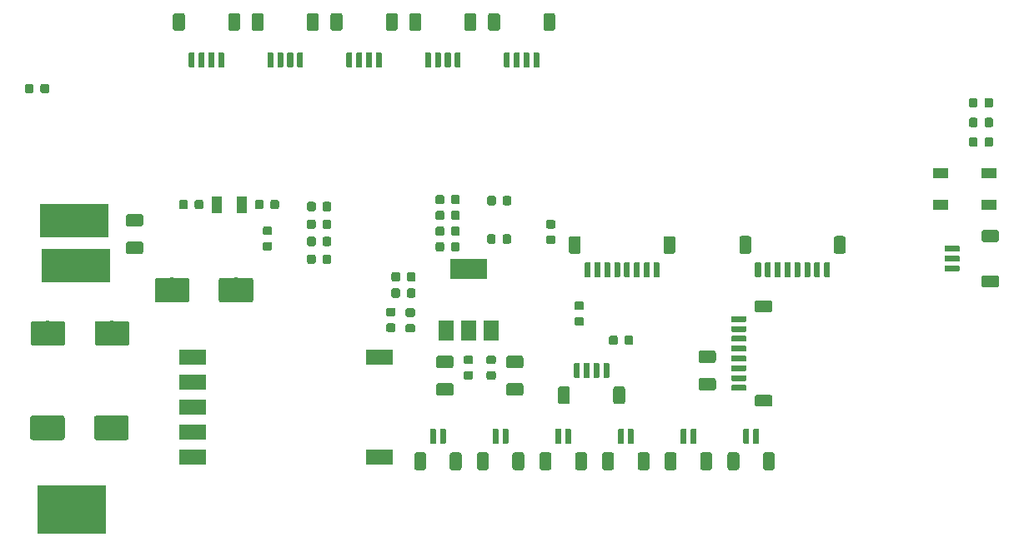
<source format=gbr>
G04 #@! TF.GenerationSoftware,KiCad,Pcbnew,(5.1.4)-1*
G04 #@! TF.CreationDate,2021-01-17T19:56:11-03:30*
G04 #@! TF.ProjectId,AUV_Pi_Expansion,4155565f-5069-45f4-9578-70616e73696f,V1.0*
G04 #@! TF.SameCoordinates,Original*
G04 #@! TF.FileFunction,Paste,Top*
G04 #@! TF.FilePolarity,Positive*
%FSLAX46Y46*%
G04 Gerber Fmt 4.6, Leading zero omitted, Abs format (unit mm)*
G04 Created by KiCad (PCBNEW (5.1.4)-1) date 2021-01-17 19:56:11*
%MOMM*%
%LPD*%
G04 APERTURE LIST*
%ADD10C,0.100000*%
%ADD11C,0.875000*%
%ADD12C,2.500000*%
%ADD13C,1.250000*%
%ADD14R,1.500000X1.000000*%
%ADD15R,7.000000X5.000000*%
%ADD16C,1.200000*%
%ADD17C,0.600000*%
%ADD18R,3.800000X2.000000*%
%ADD19R,1.500000X2.000000*%
%ADD20R,2.790000X1.650000*%
%ADD21R,1.000000X1.800000*%
%ADD22R,7.000000X3.500000*%
G04 APERTURE END LIST*
D10*
G36*
X147090191Y-97976053D02*
G01*
X147111426Y-97979203D01*
X147132250Y-97984419D01*
X147152462Y-97991651D01*
X147171868Y-98000830D01*
X147190281Y-98011866D01*
X147207524Y-98024654D01*
X147223430Y-98039070D01*
X147237846Y-98054976D01*
X147250634Y-98072219D01*
X147261670Y-98090632D01*
X147270849Y-98110038D01*
X147278081Y-98130250D01*
X147283297Y-98151074D01*
X147286447Y-98172309D01*
X147287500Y-98193750D01*
X147287500Y-98706250D01*
X147286447Y-98727691D01*
X147283297Y-98748926D01*
X147278081Y-98769750D01*
X147270849Y-98789962D01*
X147261670Y-98809368D01*
X147250634Y-98827781D01*
X147237846Y-98845024D01*
X147223430Y-98860930D01*
X147207524Y-98875346D01*
X147190281Y-98888134D01*
X147171868Y-98899170D01*
X147152462Y-98908349D01*
X147132250Y-98915581D01*
X147111426Y-98920797D01*
X147090191Y-98923947D01*
X147068750Y-98925000D01*
X146631250Y-98925000D01*
X146609809Y-98923947D01*
X146588574Y-98920797D01*
X146567750Y-98915581D01*
X146547538Y-98908349D01*
X146528132Y-98899170D01*
X146509719Y-98888134D01*
X146492476Y-98875346D01*
X146476570Y-98860930D01*
X146462154Y-98845024D01*
X146449366Y-98827781D01*
X146438330Y-98809368D01*
X146429151Y-98789962D01*
X146421919Y-98769750D01*
X146416703Y-98748926D01*
X146413553Y-98727691D01*
X146412500Y-98706250D01*
X146412500Y-98193750D01*
X146413553Y-98172309D01*
X146416703Y-98151074D01*
X146421919Y-98130250D01*
X146429151Y-98110038D01*
X146438330Y-98090632D01*
X146449366Y-98072219D01*
X146462154Y-98054976D01*
X146476570Y-98039070D01*
X146492476Y-98024654D01*
X146509719Y-98011866D01*
X146528132Y-98000830D01*
X146547538Y-97991651D01*
X146567750Y-97984419D01*
X146588574Y-97979203D01*
X146609809Y-97976053D01*
X146631250Y-97975000D01*
X147068750Y-97975000D01*
X147090191Y-97976053D01*
X147090191Y-97976053D01*
G37*
D11*
X146850000Y-98450000D03*
D10*
G36*
X148665191Y-97976053D02*
G01*
X148686426Y-97979203D01*
X148707250Y-97984419D01*
X148727462Y-97991651D01*
X148746868Y-98000830D01*
X148765281Y-98011866D01*
X148782524Y-98024654D01*
X148798430Y-98039070D01*
X148812846Y-98054976D01*
X148825634Y-98072219D01*
X148836670Y-98090632D01*
X148845849Y-98110038D01*
X148853081Y-98130250D01*
X148858297Y-98151074D01*
X148861447Y-98172309D01*
X148862500Y-98193750D01*
X148862500Y-98706250D01*
X148861447Y-98727691D01*
X148858297Y-98748926D01*
X148853081Y-98769750D01*
X148845849Y-98789962D01*
X148836670Y-98809368D01*
X148825634Y-98827781D01*
X148812846Y-98845024D01*
X148798430Y-98860930D01*
X148782524Y-98875346D01*
X148765281Y-98888134D01*
X148746868Y-98899170D01*
X148727462Y-98908349D01*
X148707250Y-98915581D01*
X148686426Y-98920797D01*
X148665191Y-98923947D01*
X148643750Y-98925000D01*
X148206250Y-98925000D01*
X148184809Y-98923947D01*
X148163574Y-98920797D01*
X148142750Y-98915581D01*
X148122538Y-98908349D01*
X148103132Y-98899170D01*
X148084719Y-98888134D01*
X148067476Y-98875346D01*
X148051570Y-98860930D01*
X148037154Y-98845024D01*
X148024366Y-98827781D01*
X148013330Y-98809368D01*
X148004151Y-98789962D01*
X147996919Y-98769750D01*
X147991703Y-98748926D01*
X147988553Y-98727691D01*
X147987500Y-98706250D01*
X147987500Y-98193750D01*
X147988553Y-98172309D01*
X147991703Y-98151074D01*
X147996919Y-98130250D01*
X148004151Y-98110038D01*
X148013330Y-98090632D01*
X148024366Y-98072219D01*
X148037154Y-98054976D01*
X148051570Y-98039070D01*
X148067476Y-98024654D01*
X148084719Y-98011866D01*
X148103132Y-98000830D01*
X148122538Y-97991651D01*
X148142750Y-97984419D01*
X148163574Y-97979203D01*
X148184809Y-97976053D01*
X148206250Y-97975000D01*
X148643750Y-97975000D01*
X148665191Y-97976053D01*
X148665191Y-97976053D01*
G37*
D11*
X148425000Y-98450000D03*
D10*
G36*
X148665191Y-95976053D02*
G01*
X148686426Y-95979203D01*
X148707250Y-95984419D01*
X148727462Y-95991651D01*
X148746868Y-96000830D01*
X148765281Y-96011866D01*
X148782524Y-96024654D01*
X148798430Y-96039070D01*
X148812846Y-96054976D01*
X148825634Y-96072219D01*
X148836670Y-96090632D01*
X148845849Y-96110038D01*
X148853081Y-96130250D01*
X148858297Y-96151074D01*
X148861447Y-96172309D01*
X148862500Y-96193750D01*
X148862500Y-96706250D01*
X148861447Y-96727691D01*
X148858297Y-96748926D01*
X148853081Y-96769750D01*
X148845849Y-96789962D01*
X148836670Y-96809368D01*
X148825634Y-96827781D01*
X148812846Y-96845024D01*
X148798430Y-96860930D01*
X148782524Y-96875346D01*
X148765281Y-96888134D01*
X148746868Y-96899170D01*
X148727462Y-96908349D01*
X148707250Y-96915581D01*
X148686426Y-96920797D01*
X148665191Y-96923947D01*
X148643750Y-96925000D01*
X148206250Y-96925000D01*
X148184809Y-96923947D01*
X148163574Y-96920797D01*
X148142750Y-96915581D01*
X148122538Y-96908349D01*
X148103132Y-96899170D01*
X148084719Y-96888134D01*
X148067476Y-96875346D01*
X148051570Y-96860930D01*
X148037154Y-96845024D01*
X148024366Y-96827781D01*
X148013330Y-96809368D01*
X148004151Y-96789962D01*
X147996919Y-96769750D01*
X147991703Y-96748926D01*
X147988553Y-96727691D01*
X147987500Y-96706250D01*
X147987500Y-96193750D01*
X147988553Y-96172309D01*
X147991703Y-96151074D01*
X147996919Y-96130250D01*
X148004151Y-96110038D01*
X148013330Y-96090632D01*
X148024366Y-96072219D01*
X148037154Y-96054976D01*
X148051570Y-96039070D01*
X148067476Y-96024654D01*
X148084719Y-96011866D01*
X148103132Y-96000830D01*
X148122538Y-95991651D01*
X148142750Y-95984419D01*
X148163574Y-95979203D01*
X148184809Y-95976053D01*
X148206250Y-95975000D01*
X148643750Y-95975000D01*
X148665191Y-95976053D01*
X148665191Y-95976053D01*
G37*
D11*
X148425000Y-96450000D03*
D10*
G36*
X147090191Y-95976053D02*
G01*
X147111426Y-95979203D01*
X147132250Y-95984419D01*
X147152462Y-95991651D01*
X147171868Y-96000830D01*
X147190281Y-96011866D01*
X147207524Y-96024654D01*
X147223430Y-96039070D01*
X147237846Y-96054976D01*
X147250634Y-96072219D01*
X147261670Y-96090632D01*
X147270849Y-96110038D01*
X147278081Y-96130250D01*
X147283297Y-96151074D01*
X147286447Y-96172309D01*
X147287500Y-96193750D01*
X147287500Y-96706250D01*
X147286447Y-96727691D01*
X147283297Y-96748926D01*
X147278081Y-96769750D01*
X147270849Y-96789962D01*
X147261670Y-96809368D01*
X147250634Y-96827781D01*
X147237846Y-96845024D01*
X147223430Y-96860930D01*
X147207524Y-96875346D01*
X147190281Y-96888134D01*
X147171868Y-96899170D01*
X147152462Y-96908349D01*
X147132250Y-96915581D01*
X147111426Y-96920797D01*
X147090191Y-96923947D01*
X147068750Y-96925000D01*
X146631250Y-96925000D01*
X146609809Y-96923947D01*
X146588574Y-96920797D01*
X146567750Y-96915581D01*
X146547538Y-96908349D01*
X146528132Y-96899170D01*
X146509719Y-96888134D01*
X146492476Y-96875346D01*
X146476570Y-96860930D01*
X146462154Y-96845024D01*
X146449366Y-96827781D01*
X146438330Y-96809368D01*
X146429151Y-96789962D01*
X146421919Y-96769750D01*
X146416703Y-96748926D01*
X146413553Y-96727691D01*
X146412500Y-96706250D01*
X146412500Y-96193750D01*
X146413553Y-96172309D01*
X146416703Y-96151074D01*
X146421919Y-96130250D01*
X146429151Y-96110038D01*
X146438330Y-96090632D01*
X146449366Y-96072219D01*
X146462154Y-96054976D01*
X146476570Y-96039070D01*
X146492476Y-96024654D01*
X146509719Y-96011866D01*
X146528132Y-96000830D01*
X146547538Y-95991651D01*
X146567750Y-95984419D01*
X146588574Y-95979203D01*
X146609809Y-95976053D01*
X146631250Y-95975000D01*
X147068750Y-95975000D01*
X147090191Y-95976053D01*
X147090191Y-95976053D01*
G37*
D11*
X146850000Y-96450000D03*
D10*
G36*
X147090191Y-93976053D02*
G01*
X147111426Y-93979203D01*
X147132250Y-93984419D01*
X147152462Y-93991651D01*
X147171868Y-94000830D01*
X147190281Y-94011866D01*
X147207524Y-94024654D01*
X147223430Y-94039070D01*
X147237846Y-94054976D01*
X147250634Y-94072219D01*
X147261670Y-94090632D01*
X147270849Y-94110038D01*
X147278081Y-94130250D01*
X147283297Y-94151074D01*
X147286447Y-94172309D01*
X147287500Y-94193750D01*
X147287500Y-94706250D01*
X147286447Y-94727691D01*
X147283297Y-94748926D01*
X147278081Y-94769750D01*
X147270849Y-94789962D01*
X147261670Y-94809368D01*
X147250634Y-94827781D01*
X147237846Y-94845024D01*
X147223430Y-94860930D01*
X147207524Y-94875346D01*
X147190281Y-94888134D01*
X147171868Y-94899170D01*
X147152462Y-94908349D01*
X147132250Y-94915581D01*
X147111426Y-94920797D01*
X147090191Y-94923947D01*
X147068750Y-94925000D01*
X146631250Y-94925000D01*
X146609809Y-94923947D01*
X146588574Y-94920797D01*
X146567750Y-94915581D01*
X146547538Y-94908349D01*
X146528132Y-94899170D01*
X146509719Y-94888134D01*
X146492476Y-94875346D01*
X146476570Y-94860930D01*
X146462154Y-94845024D01*
X146449366Y-94827781D01*
X146438330Y-94809368D01*
X146429151Y-94789962D01*
X146421919Y-94769750D01*
X146416703Y-94748926D01*
X146413553Y-94727691D01*
X146412500Y-94706250D01*
X146412500Y-94193750D01*
X146413553Y-94172309D01*
X146416703Y-94151074D01*
X146421919Y-94130250D01*
X146429151Y-94110038D01*
X146438330Y-94090632D01*
X146449366Y-94072219D01*
X146462154Y-94054976D01*
X146476570Y-94039070D01*
X146492476Y-94024654D01*
X146509719Y-94011866D01*
X146528132Y-94000830D01*
X146547538Y-93991651D01*
X146567750Y-93984419D01*
X146588574Y-93979203D01*
X146609809Y-93976053D01*
X146631250Y-93975000D01*
X147068750Y-93975000D01*
X147090191Y-93976053D01*
X147090191Y-93976053D01*
G37*
D11*
X146850000Y-94450000D03*
D10*
G36*
X148665191Y-93976053D02*
G01*
X148686426Y-93979203D01*
X148707250Y-93984419D01*
X148727462Y-93991651D01*
X148746868Y-94000830D01*
X148765281Y-94011866D01*
X148782524Y-94024654D01*
X148798430Y-94039070D01*
X148812846Y-94054976D01*
X148825634Y-94072219D01*
X148836670Y-94090632D01*
X148845849Y-94110038D01*
X148853081Y-94130250D01*
X148858297Y-94151074D01*
X148861447Y-94172309D01*
X148862500Y-94193750D01*
X148862500Y-94706250D01*
X148861447Y-94727691D01*
X148858297Y-94748926D01*
X148853081Y-94769750D01*
X148845849Y-94789962D01*
X148836670Y-94809368D01*
X148825634Y-94827781D01*
X148812846Y-94845024D01*
X148798430Y-94860930D01*
X148782524Y-94875346D01*
X148765281Y-94888134D01*
X148746868Y-94899170D01*
X148727462Y-94908349D01*
X148707250Y-94915581D01*
X148686426Y-94920797D01*
X148665191Y-94923947D01*
X148643750Y-94925000D01*
X148206250Y-94925000D01*
X148184809Y-94923947D01*
X148163574Y-94920797D01*
X148142750Y-94915581D01*
X148122538Y-94908349D01*
X148103132Y-94899170D01*
X148084719Y-94888134D01*
X148067476Y-94875346D01*
X148051570Y-94860930D01*
X148037154Y-94845024D01*
X148024366Y-94827781D01*
X148013330Y-94809368D01*
X148004151Y-94789962D01*
X147996919Y-94769750D01*
X147991703Y-94748926D01*
X147988553Y-94727691D01*
X147987500Y-94706250D01*
X147987500Y-94193750D01*
X147988553Y-94172309D01*
X147991703Y-94151074D01*
X147996919Y-94130250D01*
X148004151Y-94110038D01*
X148013330Y-94090632D01*
X148024366Y-94072219D01*
X148037154Y-94054976D01*
X148051570Y-94039070D01*
X148067476Y-94024654D01*
X148084719Y-94011866D01*
X148103132Y-94000830D01*
X148122538Y-93991651D01*
X148142750Y-93984419D01*
X148163574Y-93979203D01*
X148184809Y-93976053D01*
X148206250Y-93975000D01*
X148643750Y-93975000D01*
X148665191Y-93976053D01*
X148665191Y-93976053D01*
G37*
D11*
X148425000Y-94450000D03*
D10*
G36*
X54374504Y-126251204D02*
G01*
X54398773Y-126254804D01*
X54422571Y-126260765D01*
X54445671Y-126269030D01*
X54467849Y-126279520D01*
X54488893Y-126292133D01*
X54508598Y-126306747D01*
X54526777Y-126323223D01*
X54543253Y-126341402D01*
X54557867Y-126361107D01*
X54570480Y-126382151D01*
X54580970Y-126404329D01*
X54589235Y-126427429D01*
X54595196Y-126451227D01*
X54598796Y-126475496D01*
X54600000Y-126500000D01*
X54600000Y-128500000D01*
X54598796Y-128524504D01*
X54595196Y-128548773D01*
X54589235Y-128572571D01*
X54580970Y-128595671D01*
X54570480Y-128617849D01*
X54557867Y-128638893D01*
X54543253Y-128658598D01*
X54526777Y-128676777D01*
X54508598Y-128693253D01*
X54488893Y-128707867D01*
X54467849Y-128720480D01*
X54445671Y-128730970D01*
X54422571Y-128739235D01*
X54398773Y-128745196D01*
X54374504Y-128748796D01*
X54350000Y-128750000D01*
X51350000Y-128750000D01*
X51325496Y-128748796D01*
X51301227Y-128745196D01*
X51277429Y-128739235D01*
X51254329Y-128730970D01*
X51232151Y-128720480D01*
X51211107Y-128707867D01*
X51191402Y-128693253D01*
X51173223Y-128676777D01*
X51156747Y-128658598D01*
X51142133Y-128638893D01*
X51129520Y-128617849D01*
X51119030Y-128595671D01*
X51110765Y-128572571D01*
X51104804Y-128548773D01*
X51101204Y-128524504D01*
X51100000Y-128500000D01*
X51100000Y-126500000D01*
X51101204Y-126475496D01*
X51104804Y-126451227D01*
X51110765Y-126427429D01*
X51119030Y-126404329D01*
X51129520Y-126382151D01*
X51142133Y-126361107D01*
X51156747Y-126341402D01*
X51173223Y-126323223D01*
X51191402Y-126306747D01*
X51211107Y-126292133D01*
X51232151Y-126279520D01*
X51254329Y-126269030D01*
X51277429Y-126260765D01*
X51301227Y-126254804D01*
X51325496Y-126251204D01*
X51350000Y-126250000D01*
X54350000Y-126250000D01*
X54374504Y-126251204D01*
X54374504Y-126251204D01*
G37*
D12*
X52850000Y-127500000D03*
D10*
G36*
X60874504Y-126251204D02*
G01*
X60898773Y-126254804D01*
X60922571Y-126260765D01*
X60945671Y-126269030D01*
X60967849Y-126279520D01*
X60988893Y-126292133D01*
X61008598Y-126306747D01*
X61026777Y-126323223D01*
X61043253Y-126341402D01*
X61057867Y-126361107D01*
X61070480Y-126382151D01*
X61080970Y-126404329D01*
X61089235Y-126427429D01*
X61095196Y-126451227D01*
X61098796Y-126475496D01*
X61100000Y-126500000D01*
X61100000Y-128500000D01*
X61098796Y-128524504D01*
X61095196Y-128548773D01*
X61089235Y-128572571D01*
X61080970Y-128595671D01*
X61070480Y-128617849D01*
X61057867Y-128638893D01*
X61043253Y-128658598D01*
X61026777Y-128676777D01*
X61008598Y-128693253D01*
X60988893Y-128707867D01*
X60967849Y-128720480D01*
X60945671Y-128730970D01*
X60922571Y-128739235D01*
X60898773Y-128745196D01*
X60874504Y-128748796D01*
X60850000Y-128750000D01*
X57850000Y-128750000D01*
X57825496Y-128748796D01*
X57801227Y-128745196D01*
X57777429Y-128739235D01*
X57754329Y-128730970D01*
X57732151Y-128720480D01*
X57711107Y-128707867D01*
X57691402Y-128693253D01*
X57673223Y-128676777D01*
X57656747Y-128658598D01*
X57642133Y-128638893D01*
X57629520Y-128617849D01*
X57619030Y-128595671D01*
X57610765Y-128572571D01*
X57604804Y-128548773D01*
X57601204Y-128524504D01*
X57600000Y-128500000D01*
X57600000Y-126500000D01*
X57601204Y-126475496D01*
X57604804Y-126451227D01*
X57610765Y-126427429D01*
X57619030Y-126404329D01*
X57629520Y-126382151D01*
X57642133Y-126361107D01*
X57656747Y-126341402D01*
X57673223Y-126323223D01*
X57691402Y-126306747D01*
X57711107Y-126292133D01*
X57732151Y-126279520D01*
X57754329Y-126269030D01*
X57777429Y-126260765D01*
X57801227Y-126254804D01*
X57825496Y-126251204D01*
X57850000Y-126250000D01*
X60850000Y-126250000D01*
X60874504Y-126251204D01*
X60874504Y-126251204D01*
G37*
D12*
X59350000Y-127500000D03*
D10*
G36*
X60924504Y-116651204D02*
G01*
X60948773Y-116654804D01*
X60972571Y-116660765D01*
X60995671Y-116669030D01*
X61017849Y-116679520D01*
X61038893Y-116692133D01*
X61058598Y-116706747D01*
X61076777Y-116723223D01*
X61093253Y-116741402D01*
X61107867Y-116761107D01*
X61120480Y-116782151D01*
X61130970Y-116804329D01*
X61139235Y-116827429D01*
X61145196Y-116851227D01*
X61148796Y-116875496D01*
X61150000Y-116900000D01*
X61150000Y-118900000D01*
X61148796Y-118924504D01*
X61145196Y-118948773D01*
X61139235Y-118972571D01*
X61130970Y-118995671D01*
X61120480Y-119017849D01*
X61107867Y-119038893D01*
X61093253Y-119058598D01*
X61076777Y-119076777D01*
X61058598Y-119093253D01*
X61038893Y-119107867D01*
X61017849Y-119120480D01*
X60995671Y-119130970D01*
X60972571Y-119139235D01*
X60948773Y-119145196D01*
X60924504Y-119148796D01*
X60900000Y-119150000D01*
X57900000Y-119150000D01*
X57875496Y-119148796D01*
X57851227Y-119145196D01*
X57827429Y-119139235D01*
X57804329Y-119130970D01*
X57782151Y-119120480D01*
X57761107Y-119107867D01*
X57741402Y-119093253D01*
X57723223Y-119076777D01*
X57706747Y-119058598D01*
X57692133Y-119038893D01*
X57679520Y-119017849D01*
X57669030Y-118995671D01*
X57660765Y-118972571D01*
X57654804Y-118948773D01*
X57651204Y-118924504D01*
X57650000Y-118900000D01*
X57650000Y-116900000D01*
X57651204Y-116875496D01*
X57654804Y-116851227D01*
X57660765Y-116827429D01*
X57669030Y-116804329D01*
X57679520Y-116782151D01*
X57692133Y-116761107D01*
X57706747Y-116741402D01*
X57723223Y-116723223D01*
X57741402Y-116706747D01*
X57761107Y-116692133D01*
X57782151Y-116679520D01*
X57804329Y-116669030D01*
X57827429Y-116660765D01*
X57851227Y-116654804D01*
X57875496Y-116651204D01*
X57900000Y-116650000D01*
X60900000Y-116650000D01*
X60924504Y-116651204D01*
X60924504Y-116651204D01*
G37*
D12*
X59400000Y-117900000D03*
D10*
G36*
X54424504Y-116651204D02*
G01*
X54448773Y-116654804D01*
X54472571Y-116660765D01*
X54495671Y-116669030D01*
X54517849Y-116679520D01*
X54538893Y-116692133D01*
X54558598Y-116706747D01*
X54576777Y-116723223D01*
X54593253Y-116741402D01*
X54607867Y-116761107D01*
X54620480Y-116782151D01*
X54630970Y-116804329D01*
X54639235Y-116827429D01*
X54645196Y-116851227D01*
X54648796Y-116875496D01*
X54650000Y-116900000D01*
X54650000Y-118900000D01*
X54648796Y-118924504D01*
X54645196Y-118948773D01*
X54639235Y-118972571D01*
X54630970Y-118995671D01*
X54620480Y-119017849D01*
X54607867Y-119038893D01*
X54593253Y-119058598D01*
X54576777Y-119076777D01*
X54558598Y-119093253D01*
X54538893Y-119107867D01*
X54517849Y-119120480D01*
X54495671Y-119130970D01*
X54472571Y-119139235D01*
X54448773Y-119145196D01*
X54424504Y-119148796D01*
X54400000Y-119150000D01*
X51400000Y-119150000D01*
X51375496Y-119148796D01*
X51351227Y-119145196D01*
X51327429Y-119139235D01*
X51304329Y-119130970D01*
X51282151Y-119120480D01*
X51261107Y-119107867D01*
X51241402Y-119093253D01*
X51223223Y-119076777D01*
X51206747Y-119058598D01*
X51192133Y-119038893D01*
X51179520Y-119017849D01*
X51169030Y-118995671D01*
X51160765Y-118972571D01*
X51154804Y-118948773D01*
X51151204Y-118924504D01*
X51150000Y-118900000D01*
X51150000Y-116900000D01*
X51151204Y-116875496D01*
X51154804Y-116851227D01*
X51160765Y-116827429D01*
X51169030Y-116804329D01*
X51179520Y-116782151D01*
X51192133Y-116761107D01*
X51206747Y-116741402D01*
X51223223Y-116723223D01*
X51241402Y-116706747D01*
X51261107Y-116692133D01*
X51282151Y-116679520D01*
X51304329Y-116669030D01*
X51327429Y-116660765D01*
X51351227Y-116654804D01*
X51375496Y-116651204D01*
X51400000Y-116650000D01*
X54400000Y-116650000D01*
X54424504Y-116651204D01*
X54424504Y-116651204D01*
G37*
D12*
X52900000Y-117900000D03*
D10*
G36*
X73524504Y-112251204D02*
G01*
X73548773Y-112254804D01*
X73572571Y-112260765D01*
X73595671Y-112269030D01*
X73617849Y-112279520D01*
X73638893Y-112292133D01*
X73658598Y-112306747D01*
X73676777Y-112323223D01*
X73693253Y-112341402D01*
X73707867Y-112361107D01*
X73720480Y-112382151D01*
X73730970Y-112404329D01*
X73739235Y-112427429D01*
X73745196Y-112451227D01*
X73748796Y-112475496D01*
X73750000Y-112500000D01*
X73750000Y-114500000D01*
X73748796Y-114524504D01*
X73745196Y-114548773D01*
X73739235Y-114572571D01*
X73730970Y-114595671D01*
X73720480Y-114617849D01*
X73707867Y-114638893D01*
X73693253Y-114658598D01*
X73676777Y-114676777D01*
X73658598Y-114693253D01*
X73638893Y-114707867D01*
X73617849Y-114720480D01*
X73595671Y-114730970D01*
X73572571Y-114739235D01*
X73548773Y-114745196D01*
X73524504Y-114748796D01*
X73500000Y-114750000D01*
X70500000Y-114750000D01*
X70475496Y-114748796D01*
X70451227Y-114745196D01*
X70427429Y-114739235D01*
X70404329Y-114730970D01*
X70382151Y-114720480D01*
X70361107Y-114707867D01*
X70341402Y-114693253D01*
X70323223Y-114676777D01*
X70306747Y-114658598D01*
X70292133Y-114638893D01*
X70279520Y-114617849D01*
X70269030Y-114595671D01*
X70260765Y-114572571D01*
X70254804Y-114548773D01*
X70251204Y-114524504D01*
X70250000Y-114500000D01*
X70250000Y-112500000D01*
X70251204Y-112475496D01*
X70254804Y-112451227D01*
X70260765Y-112427429D01*
X70269030Y-112404329D01*
X70279520Y-112382151D01*
X70292133Y-112361107D01*
X70306747Y-112341402D01*
X70323223Y-112323223D01*
X70341402Y-112306747D01*
X70361107Y-112292133D01*
X70382151Y-112279520D01*
X70404329Y-112269030D01*
X70427429Y-112260765D01*
X70451227Y-112254804D01*
X70475496Y-112251204D01*
X70500000Y-112250000D01*
X73500000Y-112250000D01*
X73524504Y-112251204D01*
X73524504Y-112251204D01*
G37*
D12*
X72000000Y-113500000D03*
D10*
G36*
X67024504Y-112251204D02*
G01*
X67048773Y-112254804D01*
X67072571Y-112260765D01*
X67095671Y-112269030D01*
X67117849Y-112279520D01*
X67138893Y-112292133D01*
X67158598Y-112306747D01*
X67176777Y-112323223D01*
X67193253Y-112341402D01*
X67207867Y-112361107D01*
X67220480Y-112382151D01*
X67230970Y-112404329D01*
X67239235Y-112427429D01*
X67245196Y-112451227D01*
X67248796Y-112475496D01*
X67250000Y-112500000D01*
X67250000Y-114500000D01*
X67248796Y-114524504D01*
X67245196Y-114548773D01*
X67239235Y-114572571D01*
X67230970Y-114595671D01*
X67220480Y-114617849D01*
X67207867Y-114638893D01*
X67193253Y-114658598D01*
X67176777Y-114676777D01*
X67158598Y-114693253D01*
X67138893Y-114707867D01*
X67117849Y-114720480D01*
X67095671Y-114730970D01*
X67072571Y-114739235D01*
X67048773Y-114745196D01*
X67024504Y-114748796D01*
X67000000Y-114750000D01*
X64000000Y-114750000D01*
X63975496Y-114748796D01*
X63951227Y-114745196D01*
X63927429Y-114739235D01*
X63904329Y-114730970D01*
X63882151Y-114720480D01*
X63861107Y-114707867D01*
X63841402Y-114693253D01*
X63823223Y-114676777D01*
X63806747Y-114658598D01*
X63792133Y-114638893D01*
X63779520Y-114617849D01*
X63769030Y-114595671D01*
X63760765Y-114572571D01*
X63754804Y-114548773D01*
X63751204Y-114524504D01*
X63750000Y-114500000D01*
X63750000Y-112500000D01*
X63751204Y-112475496D01*
X63754804Y-112451227D01*
X63760765Y-112427429D01*
X63769030Y-112404329D01*
X63779520Y-112382151D01*
X63792133Y-112361107D01*
X63806747Y-112341402D01*
X63823223Y-112323223D01*
X63841402Y-112306747D01*
X63861107Y-112292133D01*
X63882151Y-112279520D01*
X63904329Y-112269030D01*
X63927429Y-112260765D01*
X63951227Y-112254804D01*
X63975496Y-112251204D01*
X64000000Y-112250000D01*
X67000000Y-112250000D01*
X67024504Y-112251204D01*
X67024504Y-112251204D01*
G37*
D12*
X65500000Y-113500000D03*
D10*
G36*
X100949504Y-120176204D02*
G01*
X100973773Y-120179804D01*
X100997571Y-120185765D01*
X101020671Y-120194030D01*
X101042849Y-120204520D01*
X101063893Y-120217133D01*
X101083598Y-120231747D01*
X101101777Y-120248223D01*
X101118253Y-120266402D01*
X101132867Y-120286107D01*
X101145480Y-120307151D01*
X101155970Y-120329329D01*
X101164235Y-120352429D01*
X101170196Y-120376227D01*
X101173796Y-120400496D01*
X101175000Y-120425000D01*
X101175000Y-121175000D01*
X101173796Y-121199504D01*
X101170196Y-121223773D01*
X101164235Y-121247571D01*
X101155970Y-121270671D01*
X101145480Y-121292849D01*
X101132867Y-121313893D01*
X101118253Y-121333598D01*
X101101777Y-121351777D01*
X101083598Y-121368253D01*
X101063893Y-121382867D01*
X101042849Y-121395480D01*
X101020671Y-121405970D01*
X100997571Y-121414235D01*
X100973773Y-121420196D01*
X100949504Y-121423796D01*
X100925000Y-121425000D01*
X99675000Y-121425000D01*
X99650496Y-121423796D01*
X99626227Y-121420196D01*
X99602429Y-121414235D01*
X99579329Y-121405970D01*
X99557151Y-121395480D01*
X99536107Y-121382867D01*
X99516402Y-121368253D01*
X99498223Y-121351777D01*
X99481747Y-121333598D01*
X99467133Y-121313893D01*
X99454520Y-121292849D01*
X99444030Y-121270671D01*
X99435765Y-121247571D01*
X99429804Y-121223773D01*
X99426204Y-121199504D01*
X99425000Y-121175000D01*
X99425000Y-120425000D01*
X99426204Y-120400496D01*
X99429804Y-120376227D01*
X99435765Y-120352429D01*
X99444030Y-120329329D01*
X99454520Y-120307151D01*
X99467133Y-120286107D01*
X99481747Y-120266402D01*
X99498223Y-120248223D01*
X99516402Y-120231747D01*
X99536107Y-120217133D01*
X99557151Y-120204520D01*
X99579329Y-120194030D01*
X99602429Y-120185765D01*
X99626227Y-120179804D01*
X99650496Y-120176204D01*
X99675000Y-120175000D01*
X100925000Y-120175000D01*
X100949504Y-120176204D01*
X100949504Y-120176204D01*
G37*
D13*
X100300000Y-120800000D03*
D10*
G36*
X100949504Y-122976204D02*
G01*
X100973773Y-122979804D01*
X100997571Y-122985765D01*
X101020671Y-122994030D01*
X101042849Y-123004520D01*
X101063893Y-123017133D01*
X101083598Y-123031747D01*
X101101777Y-123048223D01*
X101118253Y-123066402D01*
X101132867Y-123086107D01*
X101145480Y-123107151D01*
X101155970Y-123129329D01*
X101164235Y-123152429D01*
X101170196Y-123176227D01*
X101173796Y-123200496D01*
X101175000Y-123225000D01*
X101175000Y-123975000D01*
X101173796Y-123999504D01*
X101170196Y-124023773D01*
X101164235Y-124047571D01*
X101155970Y-124070671D01*
X101145480Y-124092849D01*
X101132867Y-124113893D01*
X101118253Y-124133598D01*
X101101777Y-124151777D01*
X101083598Y-124168253D01*
X101063893Y-124182867D01*
X101042849Y-124195480D01*
X101020671Y-124205970D01*
X100997571Y-124214235D01*
X100973773Y-124220196D01*
X100949504Y-124223796D01*
X100925000Y-124225000D01*
X99675000Y-124225000D01*
X99650496Y-124223796D01*
X99626227Y-124220196D01*
X99602429Y-124214235D01*
X99579329Y-124205970D01*
X99557151Y-124195480D01*
X99536107Y-124182867D01*
X99516402Y-124168253D01*
X99498223Y-124151777D01*
X99481747Y-124133598D01*
X99467133Y-124113893D01*
X99454520Y-124092849D01*
X99444030Y-124070671D01*
X99435765Y-124047571D01*
X99429804Y-124023773D01*
X99426204Y-123999504D01*
X99425000Y-123975000D01*
X99425000Y-123225000D01*
X99426204Y-123200496D01*
X99429804Y-123176227D01*
X99435765Y-123152429D01*
X99444030Y-123129329D01*
X99454520Y-123107151D01*
X99467133Y-123086107D01*
X99481747Y-123066402D01*
X99498223Y-123048223D01*
X99516402Y-123031747D01*
X99536107Y-123017133D01*
X99557151Y-123004520D01*
X99579329Y-122994030D01*
X99602429Y-122985765D01*
X99626227Y-122979804D01*
X99650496Y-122976204D01*
X99675000Y-122975000D01*
X100925000Y-122975000D01*
X100949504Y-122976204D01*
X100949504Y-122976204D01*
G37*
D13*
X100300000Y-123600000D03*
D10*
G36*
X98177691Y-120163553D02*
G01*
X98198926Y-120166703D01*
X98219750Y-120171919D01*
X98239962Y-120179151D01*
X98259368Y-120188330D01*
X98277781Y-120199366D01*
X98295024Y-120212154D01*
X98310930Y-120226570D01*
X98325346Y-120242476D01*
X98338134Y-120259719D01*
X98349170Y-120278132D01*
X98358349Y-120297538D01*
X98365581Y-120317750D01*
X98370797Y-120338574D01*
X98373947Y-120359809D01*
X98375000Y-120381250D01*
X98375000Y-120818750D01*
X98373947Y-120840191D01*
X98370797Y-120861426D01*
X98365581Y-120882250D01*
X98358349Y-120902462D01*
X98349170Y-120921868D01*
X98338134Y-120940281D01*
X98325346Y-120957524D01*
X98310930Y-120973430D01*
X98295024Y-120987846D01*
X98277781Y-121000634D01*
X98259368Y-121011670D01*
X98239962Y-121020849D01*
X98219750Y-121028081D01*
X98198926Y-121033297D01*
X98177691Y-121036447D01*
X98156250Y-121037500D01*
X97643750Y-121037500D01*
X97622309Y-121036447D01*
X97601074Y-121033297D01*
X97580250Y-121028081D01*
X97560038Y-121020849D01*
X97540632Y-121011670D01*
X97522219Y-121000634D01*
X97504976Y-120987846D01*
X97489070Y-120973430D01*
X97474654Y-120957524D01*
X97461866Y-120940281D01*
X97450830Y-120921868D01*
X97441651Y-120902462D01*
X97434419Y-120882250D01*
X97429203Y-120861426D01*
X97426053Y-120840191D01*
X97425000Y-120818750D01*
X97425000Y-120381250D01*
X97426053Y-120359809D01*
X97429203Y-120338574D01*
X97434419Y-120317750D01*
X97441651Y-120297538D01*
X97450830Y-120278132D01*
X97461866Y-120259719D01*
X97474654Y-120242476D01*
X97489070Y-120226570D01*
X97504976Y-120212154D01*
X97522219Y-120199366D01*
X97540632Y-120188330D01*
X97560038Y-120179151D01*
X97580250Y-120171919D01*
X97601074Y-120166703D01*
X97622309Y-120163553D01*
X97643750Y-120162500D01*
X98156250Y-120162500D01*
X98177691Y-120163553D01*
X98177691Y-120163553D01*
G37*
D11*
X97900000Y-120600000D03*
D10*
G36*
X98177691Y-121738553D02*
G01*
X98198926Y-121741703D01*
X98219750Y-121746919D01*
X98239962Y-121754151D01*
X98259368Y-121763330D01*
X98277781Y-121774366D01*
X98295024Y-121787154D01*
X98310930Y-121801570D01*
X98325346Y-121817476D01*
X98338134Y-121834719D01*
X98349170Y-121853132D01*
X98358349Y-121872538D01*
X98365581Y-121892750D01*
X98370797Y-121913574D01*
X98373947Y-121934809D01*
X98375000Y-121956250D01*
X98375000Y-122393750D01*
X98373947Y-122415191D01*
X98370797Y-122436426D01*
X98365581Y-122457250D01*
X98358349Y-122477462D01*
X98349170Y-122496868D01*
X98338134Y-122515281D01*
X98325346Y-122532524D01*
X98310930Y-122548430D01*
X98295024Y-122562846D01*
X98277781Y-122575634D01*
X98259368Y-122586670D01*
X98239962Y-122595849D01*
X98219750Y-122603081D01*
X98198926Y-122608297D01*
X98177691Y-122611447D01*
X98156250Y-122612500D01*
X97643750Y-122612500D01*
X97622309Y-122611447D01*
X97601074Y-122608297D01*
X97580250Y-122603081D01*
X97560038Y-122595849D01*
X97540632Y-122586670D01*
X97522219Y-122575634D01*
X97504976Y-122562846D01*
X97489070Y-122548430D01*
X97474654Y-122532524D01*
X97461866Y-122515281D01*
X97450830Y-122496868D01*
X97441651Y-122477462D01*
X97434419Y-122457250D01*
X97429203Y-122436426D01*
X97426053Y-122415191D01*
X97425000Y-122393750D01*
X97425000Y-121956250D01*
X97426053Y-121934809D01*
X97429203Y-121913574D01*
X97434419Y-121892750D01*
X97441651Y-121872538D01*
X97450830Y-121853132D01*
X97461866Y-121834719D01*
X97474654Y-121817476D01*
X97489070Y-121801570D01*
X97504976Y-121787154D01*
X97522219Y-121774366D01*
X97540632Y-121763330D01*
X97560038Y-121754151D01*
X97580250Y-121746919D01*
X97601074Y-121741703D01*
X97622309Y-121738553D01*
X97643750Y-121737500D01*
X98156250Y-121737500D01*
X98177691Y-121738553D01*
X98177691Y-121738553D01*
G37*
D11*
X97900000Y-122175000D03*
D10*
G36*
X93849504Y-122976204D02*
G01*
X93873773Y-122979804D01*
X93897571Y-122985765D01*
X93920671Y-122994030D01*
X93942849Y-123004520D01*
X93963893Y-123017133D01*
X93983598Y-123031747D01*
X94001777Y-123048223D01*
X94018253Y-123066402D01*
X94032867Y-123086107D01*
X94045480Y-123107151D01*
X94055970Y-123129329D01*
X94064235Y-123152429D01*
X94070196Y-123176227D01*
X94073796Y-123200496D01*
X94075000Y-123225000D01*
X94075000Y-123975000D01*
X94073796Y-123999504D01*
X94070196Y-124023773D01*
X94064235Y-124047571D01*
X94055970Y-124070671D01*
X94045480Y-124092849D01*
X94032867Y-124113893D01*
X94018253Y-124133598D01*
X94001777Y-124151777D01*
X93983598Y-124168253D01*
X93963893Y-124182867D01*
X93942849Y-124195480D01*
X93920671Y-124205970D01*
X93897571Y-124214235D01*
X93873773Y-124220196D01*
X93849504Y-124223796D01*
X93825000Y-124225000D01*
X92575000Y-124225000D01*
X92550496Y-124223796D01*
X92526227Y-124220196D01*
X92502429Y-124214235D01*
X92479329Y-124205970D01*
X92457151Y-124195480D01*
X92436107Y-124182867D01*
X92416402Y-124168253D01*
X92398223Y-124151777D01*
X92381747Y-124133598D01*
X92367133Y-124113893D01*
X92354520Y-124092849D01*
X92344030Y-124070671D01*
X92335765Y-124047571D01*
X92329804Y-124023773D01*
X92326204Y-123999504D01*
X92325000Y-123975000D01*
X92325000Y-123225000D01*
X92326204Y-123200496D01*
X92329804Y-123176227D01*
X92335765Y-123152429D01*
X92344030Y-123129329D01*
X92354520Y-123107151D01*
X92367133Y-123086107D01*
X92381747Y-123066402D01*
X92398223Y-123048223D01*
X92416402Y-123031747D01*
X92436107Y-123017133D01*
X92457151Y-123004520D01*
X92479329Y-122994030D01*
X92502429Y-122985765D01*
X92526227Y-122979804D01*
X92550496Y-122976204D01*
X92575000Y-122975000D01*
X93825000Y-122975000D01*
X93849504Y-122976204D01*
X93849504Y-122976204D01*
G37*
D13*
X93200000Y-123600000D03*
D10*
G36*
X93849504Y-120176204D02*
G01*
X93873773Y-120179804D01*
X93897571Y-120185765D01*
X93920671Y-120194030D01*
X93942849Y-120204520D01*
X93963893Y-120217133D01*
X93983598Y-120231747D01*
X94001777Y-120248223D01*
X94018253Y-120266402D01*
X94032867Y-120286107D01*
X94045480Y-120307151D01*
X94055970Y-120329329D01*
X94064235Y-120352429D01*
X94070196Y-120376227D01*
X94073796Y-120400496D01*
X94075000Y-120425000D01*
X94075000Y-121175000D01*
X94073796Y-121199504D01*
X94070196Y-121223773D01*
X94064235Y-121247571D01*
X94055970Y-121270671D01*
X94045480Y-121292849D01*
X94032867Y-121313893D01*
X94018253Y-121333598D01*
X94001777Y-121351777D01*
X93983598Y-121368253D01*
X93963893Y-121382867D01*
X93942849Y-121395480D01*
X93920671Y-121405970D01*
X93897571Y-121414235D01*
X93873773Y-121420196D01*
X93849504Y-121423796D01*
X93825000Y-121425000D01*
X92575000Y-121425000D01*
X92550496Y-121423796D01*
X92526227Y-121420196D01*
X92502429Y-121414235D01*
X92479329Y-121405970D01*
X92457151Y-121395480D01*
X92436107Y-121382867D01*
X92416402Y-121368253D01*
X92398223Y-121351777D01*
X92381747Y-121333598D01*
X92367133Y-121313893D01*
X92354520Y-121292849D01*
X92344030Y-121270671D01*
X92335765Y-121247571D01*
X92329804Y-121223773D01*
X92326204Y-121199504D01*
X92325000Y-121175000D01*
X92325000Y-120425000D01*
X92326204Y-120400496D01*
X92329804Y-120376227D01*
X92335765Y-120352429D01*
X92344030Y-120329329D01*
X92354520Y-120307151D01*
X92367133Y-120286107D01*
X92381747Y-120266402D01*
X92398223Y-120248223D01*
X92416402Y-120231747D01*
X92436107Y-120217133D01*
X92457151Y-120204520D01*
X92479329Y-120194030D01*
X92502429Y-120185765D01*
X92526227Y-120179804D01*
X92550496Y-120176204D01*
X92575000Y-120175000D01*
X93825000Y-120175000D01*
X93849504Y-120176204D01*
X93849504Y-120176204D01*
G37*
D13*
X93200000Y-120800000D03*
D10*
G36*
X95877691Y-121738553D02*
G01*
X95898926Y-121741703D01*
X95919750Y-121746919D01*
X95939962Y-121754151D01*
X95959368Y-121763330D01*
X95977781Y-121774366D01*
X95995024Y-121787154D01*
X96010930Y-121801570D01*
X96025346Y-121817476D01*
X96038134Y-121834719D01*
X96049170Y-121853132D01*
X96058349Y-121872538D01*
X96065581Y-121892750D01*
X96070797Y-121913574D01*
X96073947Y-121934809D01*
X96075000Y-121956250D01*
X96075000Y-122393750D01*
X96073947Y-122415191D01*
X96070797Y-122436426D01*
X96065581Y-122457250D01*
X96058349Y-122477462D01*
X96049170Y-122496868D01*
X96038134Y-122515281D01*
X96025346Y-122532524D01*
X96010930Y-122548430D01*
X95995024Y-122562846D01*
X95977781Y-122575634D01*
X95959368Y-122586670D01*
X95939962Y-122595849D01*
X95919750Y-122603081D01*
X95898926Y-122608297D01*
X95877691Y-122611447D01*
X95856250Y-122612500D01*
X95343750Y-122612500D01*
X95322309Y-122611447D01*
X95301074Y-122608297D01*
X95280250Y-122603081D01*
X95260038Y-122595849D01*
X95240632Y-122586670D01*
X95222219Y-122575634D01*
X95204976Y-122562846D01*
X95189070Y-122548430D01*
X95174654Y-122532524D01*
X95161866Y-122515281D01*
X95150830Y-122496868D01*
X95141651Y-122477462D01*
X95134419Y-122457250D01*
X95129203Y-122436426D01*
X95126053Y-122415191D01*
X95125000Y-122393750D01*
X95125000Y-121956250D01*
X95126053Y-121934809D01*
X95129203Y-121913574D01*
X95134419Y-121892750D01*
X95141651Y-121872538D01*
X95150830Y-121853132D01*
X95161866Y-121834719D01*
X95174654Y-121817476D01*
X95189070Y-121801570D01*
X95204976Y-121787154D01*
X95222219Y-121774366D01*
X95240632Y-121763330D01*
X95260038Y-121754151D01*
X95280250Y-121746919D01*
X95301074Y-121741703D01*
X95322309Y-121738553D01*
X95343750Y-121737500D01*
X95856250Y-121737500D01*
X95877691Y-121738553D01*
X95877691Y-121738553D01*
G37*
D11*
X95600000Y-122175000D03*
D10*
G36*
X95877691Y-120163553D02*
G01*
X95898926Y-120166703D01*
X95919750Y-120171919D01*
X95939962Y-120179151D01*
X95959368Y-120188330D01*
X95977781Y-120199366D01*
X95995024Y-120212154D01*
X96010930Y-120226570D01*
X96025346Y-120242476D01*
X96038134Y-120259719D01*
X96049170Y-120278132D01*
X96058349Y-120297538D01*
X96065581Y-120317750D01*
X96070797Y-120338574D01*
X96073947Y-120359809D01*
X96075000Y-120381250D01*
X96075000Y-120818750D01*
X96073947Y-120840191D01*
X96070797Y-120861426D01*
X96065581Y-120882250D01*
X96058349Y-120902462D01*
X96049170Y-120921868D01*
X96038134Y-120940281D01*
X96025346Y-120957524D01*
X96010930Y-120973430D01*
X95995024Y-120987846D01*
X95977781Y-121000634D01*
X95959368Y-121011670D01*
X95939962Y-121020849D01*
X95919750Y-121028081D01*
X95898926Y-121033297D01*
X95877691Y-121036447D01*
X95856250Y-121037500D01*
X95343750Y-121037500D01*
X95322309Y-121036447D01*
X95301074Y-121033297D01*
X95280250Y-121028081D01*
X95260038Y-121020849D01*
X95240632Y-121011670D01*
X95222219Y-121000634D01*
X95204976Y-120987846D01*
X95189070Y-120973430D01*
X95174654Y-120957524D01*
X95161866Y-120940281D01*
X95150830Y-120921868D01*
X95141651Y-120902462D01*
X95134419Y-120882250D01*
X95129203Y-120861426D01*
X95126053Y-120840191D01*
X95125000Y-120818750D01*
X95125000Y-120381250D01*
X95126053Y-120359809D01*
X95129203Y-120338574D01*
X95134419Y-120317750D01*
X95141651Y-120297538D01*
X95150830Y-120278132D01*
X95161866Y-120259719D01*
X95174654Y-120242476D01*
X95189070Y-120226570D01*
X95204976Y-120212154D01*
X95222219Y-120199366D01*
X95240632Y-120188330D01*
X95260038Y-120179151D01*
X95280250Y-120171919D01*
X95301074Y-120166703D01*
X95322309Y-120163553D01*
X95343750Y-120162500D01*
X95856250Y-120162500D01*
X95877691Y-120163553D01*
X95877691Y-120163553D01*
G37*
D11*
X95600000Y-120600000D03*
D10*
G36*
X68477691Y-104326053D02*
G01*
X68498926Y-104329203D01*
X68519750Y-104334419D01*
X68539962Y-104341651D01*
X68559368Y-104350830D01*
X68577781Y-104361866D01*
X68595024Y-104374654D01*
X68610930Y-104389070D01*
X68625346Y-104404976D01*
X68638134Y-104422219D01*
X68649170Y-104440632D01*
X68658349Y-104460038D01*
X68665581Y-104480250D01*
X68670797Y-104501074D01*
X68673947Y-104522309D01*
X68675000Y-104543750D01*
X68675000Y-105056250D01*
X68673947Y-105077691D01*
X68670797Y-105098926D01*
X68665581Y-105119750D01*
X68658349Y-105139962D01*
X68649170Y-105159368D01*
X68638134Y-105177781D01*
X68625346Y-105195024D01*
X68610930Y-105210930D01*
X68595024Y-105225346D01*
X68577781Y-105238134D01*
X68559368Y-105249170D01*
X68539962Y-105258349D01*
X68519750Y-105265581D01*
X68498926Y-105270797D01*
X68477691Y-105273947D01*
X68456250Y-105275000D01*
X68018750Y-105275000D01*
X67997309Y-105273947D01*
X67976074Y-105270797D01*
X67955250Y-105265581D01*
X67935038Y-105258349D01*
X67915632Y-105249170D01*
X67897219Y-105238134D01*
X67879976Y-105225346D01*
X67864070Y-105210930D01*
X67849654Y-105195024D01*
X67836866Y-105177781D01*
X67825830Y-105159368D01*
X67816651Y-105139962D01*
X67809419Y-105119750D01*
X67804203Y-105098926D01*
X67801053Y-105077691D01*
X67800000Y-105056250D01*
X67800000Y-104543750D01*
X67801053Y-104522309D01*
X67804203Y-104501074D01*
X67809419Y-104480250D01*
X67816651Y-104460038D01*
X67825830Y-104440632D01*
X67836866Y-104422219D01*
X67849654Y-104404976D01*
X67864070Y-104389070D01*
X67879976Y-104374654D01*
X67897219Y-104361866D01*
X67915632Y-104350830D01*
X67935038Y-104341651D01*
X67955250Y-104334419D01*
X67976074Y-104329203D01*
X67997309Y-104326053D01*
X68018750Y-104325000D01*
X68456250Y-104325000D01*
X68477691Y-104326053D01*
X68477691Y-104326053D01*
G37*
D11*
X68237500Y-104800000D03*
D10*
G36*
X66902691Y-104326053D02*
G01*
X66923926Y-104329203D01*
X66944750Y-104334419D01*
X66964962Y-104341651D01*
X66984368Y-104350830D01*
X67002781Y-104361866D01*
X67020024Y-104374654D01*
X67035930Y-104389070D01*
X67050346Y-104404976D01*
X67063134Y-104422219D01*
X67074170Y-104440632D01*
X67083349Y-104460038D01*
X67090581Y-104480250D01*
X67095797Y-104501074D01*
X67098947Y-104522309D01*
X67100000Y-104543750D01*
X67100000Y-105056250D01*
X67098947Y-105077691D01*
X67095797Y-105098926D01*
X67090581Y-105119750D01*
X67083349Y-105139962D01*
X67074170Y-105159368D01*
X67063134Y-105177781D01*
X67050346Y-105195024D01*
X67035930Y-105210930D01*
X67020024Y-105225346D01*
X67002781Y-105238134D01*
X66984368Y-105249170D01*
X66964962Y-105258349D01*
X66944750Y-105265581D01*
X66923926Y-105270797D01*
X66902691Y-105273947D01*
X66881250Y-105275000D01*
X66443750Y-105275000D01*
X66422309Y-105273947D01*
X66401074Y-105270797D01*
X66380250Y-105265581D01*
X66360038Y-105258349D01*
X66340632Y-105249170D01*
X66322219Y-105238134D01*
X66304976Y-105225346D01*
X66289070Y-105210930D01*
X66274654Y-105195024D01*
X66261866Y-105177781D01*
X66250830Y-105159368D01*
X66241651Y-105139962D01*
X66234419Y-105119750D01*
X66229203Y-105098926D01*
X66226053Y-105077691D01*
X66225000Y-105056250D01*
X66225000Y-104543750D01*
X66226053Y-104522309D01*
X66229203Y-104501074D01*
X66234419Y-104480250D01*
X66241651Y-104460038D01*
X66250830Y-104440632D01*
X66261866Y-104422219D01*
X66274654Y-104404976D01*
X66289070Y-104389070D01*
X66304976Y-104374654D01*
X66322219Y-104361866D01*
X66340632Y-104350830D01*
X66360038Y-104341651D01*
X66380250Y-104334419D01*
X66401074Y-104329203D01*
X66422309Y-104326053D01*
X66443750Y-104325000D01*
X66881250Y-104325000D01*
X66902691Y-104326053D01*
X66902691Y-104326053D01*
G37*
D11*
X66662500Y-104800000D03*
D10*
G36*
X76165191Y-104326053D02*
G01*
X76186426Y-104329203D01*
X76207250Y-104334419D01*
X76227462Y-104341651D01*
X76246868Y-104350830D01*
X76265281Y-104361866D01*
X76282524Y-104374654D01*
X76298430Y-104389070D01*
X76312846Y-104404976D01*
X76325634Y-104422219D01*
X76336670Y-104440632D01*
X76345849Y-104460038D01*
X76353081Y-104480250D01*
X76358297Y-104501074D01*
X76361447Y-104522309D01*
X76362500Y-104543750D01*
X76362500Y-105056250D01*
X76361447Y-105077691D01*
X76358297Y-105098926D01*
X76353081Y-105119750D01*
X76345849Y-105139962D01*
X76336670Y-105159368D01*
X76325634Y-105177781D01*
X76312846Y-105195024D01*
X76298430Y-105210930D01*
X76282524Y-105225346D01*
X76265281Y-105238134D01*
X76246868Y-105249170D01*
X76227462Y-105258349D01*
X76207250Y-105265581D01*
X76186426Y-105270797D01*
X76165191Y-105273947D01*
X76143750Y-105275000D01*
X75706250Y-105275000D01*
X75684809Y-105273947D01*
X75663574Y-105270797D01*
X75642750Y-105265581D01*
X75622538Y-105258349D01*
X75603132Y-105249170D01*
X75584719Y-105238134D01*
X75567476Y-105225346D01*
X75551570Y-105210930D01*
X75537154Y-105195024D01*
X75524366Y-105177781D01*
X75513330Y-105159368D01*
X75504151Y-105139962D01*
X75496919Y-105119750D01*
X75491703Y-105098926D01*
X75488553Y-105077691D01*
X75487500Y-105056250D01*
X75487500Y-104543750D01*
X75488553Y-104522309D01*
X75491703Y-104501074D01*
X75496919Y-104480250D01*
X75504151Y-104460038D01*
X75513330Y-104440632D01*
X75524366Y-104422219D01*
X75537154Y-104404976D01*
X75551570Y-104389070D01*
X75567476Y-104374654D01*
X75584719Y-104361866D01*
X75603132Y-104350830D01*
X75622538Y-104341651D01*
X75642750Y-104334419D01*
X75663574Y-104329203D01*
X75684809Y-104326053D01*
X75706250Y-104325000D01*
X76143750Y-104325000D01*
X76165191Y-104326053D01*
X76165191Y-104326053D01*
G37*
D11*
X75925000Y-104800000D03*
D10*
G36*
X74590191Y-104326053D02*
G01*
X74611426Y-104329203D01*
X74632250Y-104334419D01*
X74652462Y-104341651D01*
X74671868Y-104350830D01*
X74690281Y-104361866D01*
X74707524Y-104374654D01*
X74723430Y-104389070D01*
X74737846Y-104404976D01*
X74750634Y-104422219D01*
X74761670Y-104440632D01*
X74770849Y-104460038D01*
X74778081Y-104480250D01*
X74783297Y-104501074D01*
X74786447Y-104522309D01*
X74787500Y-104543750D01*
X74787500Y-105056250D01*
X74786447Y-105077691D01*
X74783297Y-105098926D01*
X74778081Y-105119750D01*
X74770849Y-105139962D01*
X74761670Y-105159368D01*
X74750634Y-105177781D01*
X74737846Y-105195024D01*
X74723430Y-105210930D01*
X74707524Y-105225346D01*
X74690281Y-105238134D01*
X74671868Y-105249170D01*
X74652462Y-105258349D01*
X74632250Y-105265581D01*
X74611426Y-105270797D01*
X74590191Y-105273947D01*
X74568750Y-105275000D01*
X74131250Y-105275000D01*
X74109809Y-105273947D01*
X74088574Y-105270797D01*
X74067750Y-105265581D01*
X74047538Y-105258349D01*
X74028132Y-105249170D01*
X74009719Y-105238134D01*
X73992476Y-105225346D01*
X73976570Y-105210930D01*
X73962154Y-105195024D01*
X73949366Y-105177781D01*
X73938330Y-105159368D01*
X73929151Y-105139962D01*
X73921919Y-105119750D01*
X73916703Y-105098926D01*
X73913553Y-105077691D01*
X73912500Y-105056250D01*
X73912500Y-104543750D01*
X73913553Y-104522309D01*
X73916703Y-104501074D01*
X73921919Y-104480250D01*
X73929151Y-104460038D01*
X73938330Y-104440632D01*
X73949366Y-104422219D01*
X73962154Y-104404976D01*
X73976570Y-104389070D01*
X73992476Y-104374654D01*
X74009719Y-104361866D01*
X74028132Y-104350830D01*
X74047538Y-104341651D01*
X74067750Y-104334419D01*
X74088574Y-104329203D01*
X74109809Y-104326053D01*
X74131250Y-104325000D01*
X74568750Y-104325000D01*
X74590191Y-104326053D01*
X74590191Y-104326053D01*
G37*
D11*
X74350000Y-104800000D03*
D10*
G36*
X89967691Y-116938554D02*
G01*
X89988926Y-116941704D01*
X90009750Y-116946920D01*
X90029962Y-116954152D01*
X90049368Y-116963331D01*
X90067781Y-116974367D01*
X90085024Y-116987155D01*
X90100930Y-117001571D01*
X90115346Y-117017477D01*
X90128134Y-117034720D01*
X90139170Y-117053133D01*
X90148349Y-117072539D01*
X90155581Y-117092751D01*
X90160797Y-117113575D01*
X90163947Y-117134810D01*
X90165000Y-117156251D01*
X90165000Y-117593751D01*
X90163947Y-117615192D01*
X90160797Y-117636427D01*
X90155581Y-117657251D01*
X90148349Y-117677463D01*
X90139170Y-117696869D01*
X90128134Y-117715282D01*
X90115346Y-117732525D01*
X90100930Y-117748431D01*
X90085024Y-117762847D01*
X90067781Y-117775635D01*
X90049368Y-117786671D01*
X90029962Y-117795850D01*
X90009750Y-117803082D01*
X89988926Y-117808298D01*
X89967691Y-117811448D01*
X89946250Y-117812501D01*
X89433750Y-117812501D01*
X89412309Y-117811448D01*
X89391074Y-117808298D01*
X89370250Y-117803082D01*
X89350038Y-117795850D01*
X89330632Y-117786671D01*
X89312219Y-117775635D01*
X89294976Y-117762847D01*
X89279070Y-117748431D01*
X89264654Y-117732525D01*
X89251866Y-117715282D01*
X89240830Y-117696869D01*
X89231651Y-117677463D01*
X89224419Y-117657251D01*
X89219203Y-117636427D01*
X89216053Y-117615192D01*
X89215000Y-117593751D01*
X89215000Y-117156251D01*
X89216053Y-117134810D01*
X89219203Y-117113575D01*
X89224419Y-117092751D01*
X89231651Y-117072539D01*
X89240830Y-117053133D01*
X89251866Y-117034720D01*
X89264654Y-117017477D01*
X89279070Y-117001571D01*
X89294976Y-116987155D01*
X89312219Y-116974367D01*
X89330632Y-116963331D01*
X89350038Y-116954152D01*
X89370250Y-116946920D01*
X89391074Y-116941704D01*
X89412309Y-116938554D01*
X89433750Y-116937501D01*
X89946250Y-116937501D01*
X89967691Y-116938554D01*
X89967691Y-116938554D01*
G37*
D11*
X89690000Y-117375001D03*
D10*
G36*
X89967691Y-115363554D02*
G01*
X89988926Y-115366704D01*
X90009750Y-115371920D01*
X90029962Y-115379152D01*
X90049368Y-115388331D01*
X90067781Y-115399367D01*
X90085024Y-115412155D01*
X90100930Y-115426571D01*
X90115346Y-115442477D01*
X90128134Y-115459720D01*
X90139170Y-115478133D01*
X90148349Y-115497539D01*
X90155581Y-115517751D01*
X90160797Y-115538575D01*
X90163947Y-115559810D01*
X90165000Y-115581251D01*
X90165000Y-116018751D01*
X90163947Y-116040192D01*
X90160797Y-116061427D01*
X90155581Y-116082251D01*
X90148349Y-116102463D01*
X90139170Y-116121869D01*
X90128134Y-116140282D01*
X90115346Y-116157525D01*
X90100930Y-116173431D01*
X90085024Y-116187847D01*
X90067781Y-116200635D01*
X90049368Y-116211671D01*
X90029962Y-116220850D01*
X90009750Y-116228082D01*
X89988926Y-116233298D01*
X89967691Y-116236448D01*
X89946250Y-116237501D01*
X89433750Y-116237501D01*
X89412309Y-116236448D01*
X89391074Y-116233298D01*
X89370250Y-116228082D01*
X89350038Y-116220850D01*
X89330632Y-116211671D01*
X89312219Y-116200635D01*
X89294976Y-116187847D01*
X89279070Y-116173431D01*
X89264654Y-116157525D01*
X89251866Y-116140282D01*
X89240830Y-116121869D01*
X89231651Y-116102463D01*
X89224419Y-116082251D01*
X89219203Y-116061427D01*
X89216053Y-116040192D01*
X89215000Y-116018751D01*
X89215000Y-115581251D01*
X89216053Y-115559810D01*
X89219203Y-115538575D01*
X89224419Y-115517751D01*
X89231651Y-115497539D01*
X89240830Y-115478133D01*
X89251866Y-115459720D01*
X89264654Y-115442477D01*
X89279070Y-115426571D01*
X89294976Y-115412155D01*
X89312219Y-115399367D01*
X89330632Y-115388331D01*
X89350038Y-115379152D01*
X89370250Y-115371920D01*
X89391074Y-115366704D01*
X89412309Y-115363554D01*
X89433750Y-115362501D01*
X89946250Y-115362501D01*
X89967691Y-115363554D01*
X89967691Y-115363554D01*
G37*
D11*
X89690000Y-115800001D03*
D10*
G36*
X107127692Y-114663554D02*
G01*
X107148927Y-114666704D01*
X107169751Y-114671920D01*
X107189963Y-114679152D01*
X107209369Y-114688331D01*
X107227782Y-114699367D01*
X107245025Y-114712155D01*
X107260931Y-114726571D01*
X107275347Y-114742477D01*
X107288135Y-114759720D01*
X107299171Y-114778133D01*
X107308350Y-114797539D01*
X107315582Y-114817751D01*
X107320798Y-114838575D01*
X107323948Y-114859810D01*
X107325001Y-114881251D01*
X107325001Y-115318751D01*
X107323948Y-115340192D01*
X107320798Y-115361427D01*
X107315582Y-115382251D01*
X107308350Y-115402463D01*
X107299171Y-115421869D01*
X107288135Y-115440282D01*
X107275347Y-115457525D01*
X107260931Y-115473431D01*
X107245025Y-115487847D01*
X107227782Y-115500635D01*
X107209369Y-115511671D01*
X107189963Y-115520850D01*
X107169751Y-115528082D01*
X107148927Y-115533298D01*
X107127692Y-115536448D01*
X107106251Y-115537501D01*
X106593751Y-115537501D01*
X106572310Y-115536448D01*
X106551075Y-115533298D01*
X106530251Y-115528082D01*
X106510039Y-115520850D01*
X106490633Y-115511671D01*
X106472220Y-115500635D01*
X106454977Y-115487847D01*
X106439071Y-115473431D01*
X106424655Y-115457525D01*
X106411867Y-115440282D01*
X106400831Y-115421869D01*
X106391652Y-115402463D01*
X106384420Y-115382251D01*
X106379204Y-115361427D01*
X106376054Y-115340192D01*
X106375001Y-115318751D01*
X106375001Y-114881251D01*
X106376054Y-114859810D01*
X106379204Y-114838575D01*
X106384420Y-114817751D01*
X106391652Y-114797539D01*
X106400831Y-114778133D01*
X106411867Y-114759720D01*
X106424655Y-114742477D01*
X106439071Y-114726571D01*
X106454977Y-114712155D01*
X106472220Y-114699367D01*
X106490633Y-114688331D01*
X106510039Y-114679152D01*
X106530251Y-114671920D01*
X106551075Y-114666704D01*
X106572310Y-114663554D01*
X106593751Y-114662501D01*
X107106251Y-114662501D01*
X107127692Y-114663554D01*
X107127692Y-114663554D01*
G37*
D11*
X106850001Y-115100001D03*
D10*
G36*
X107127692Y-116238554D02*
G01*
X107148927Y-116241704D01*
X107169751Y-116246920D01*
X107189963Y-116254152D01*
X107209369Y-116263331D01*
X107227782Y-116274367D01*
X107245025Y-116287155D01*
X107260931Y-116301571D01*
X107275347Y-116317477D01*
X107288135Y-116334720D01*
X107299171Y-116353133D01*
X107308350Y-116372539D01*
X107315582Y-116392751D01*
X107320798Y-116413575D01*
X107323948Y-116434810D01*
X107325001Y-116456251D01*
X107325001Y-116893751D01*
X107323948Y-116915192D01*
X107320798Y-116936427D01*
X107315582Y-116957251D01*
X107308350Y-116977463D01*
X107299171Y-116996869D01*
X107288135Y-117015282D01*
X107275347Y-117032525D01*
X107260931Y-117048431D01*
X107245025Y-117062847D01*
X107227782Y-117075635D01*
X107209369Y-117086671D01*
X107189963Y-117095850D01*
X107169751Y-117103082D01*
X107148927Y-117108298D01*
X107127692Y-117111448D01*
X107106251Y-117112501D01*
X106593751Y-117112501D01*
X106572310Y-117111448D01*
X106551075Y-117108298D01*
X106530251Y-117103082D01*
X106510039Y-117095850D01*
X106490633Y-117086671D01*
X106472220Y-117075635D01*
X106454977Y-117062847D01*
X106439071Y-117048431D01*
X106424655Y-117032525D01*
X106411867Y-117015282D01*
X106400831Y-116996869D01*
X106391652Y-116977463D01*
X106384420Y-116957251D01*
X106379204Y-116936427D01*
X106376054Y-116915192D01*
X106375001Y-116893751D01*
X106375001Y-116456251D01*
X106376054Y-116434810D01*
X106379204Y-116413575D01*
X106384420Y-116392751D01*
X106391652Y-116372539D01*
X106400831Y-116353133D01*
X106411867Y-116334720D01*
X106424655Y-116317477D01*
X106439071Y-116301571D01*
X106454977Y-116287155D01*
X106472220Y-116274367D01*
X106490633Y-116263331D01*
X106510039Y-116254152D01*
X106530251Y-116246920D01*
X106551075Y-116241704D01*
X106572310Y-116238554D01*
X106593751Y-116237501D01*
X107106251Y-116237501D01*
X107127692Y-116238554D01*
X107127692Y-116238554D01*
G37*
D11*
X106850001Y-116675001D03*
D10*
G36*
X90027691Y-113326053D02*
G01*
X90048926Y-113329203D01*
X90069750Y-113334419D01*
X90089962Y-113341651D01*
X90109368Y-113350830D01*
X90127781Y-113361866D01*
X90145024Y-113374654D01*
X90160930Y-113389070D01*
X90175346Y-113404976D01*
X90188134Y-113422219D01*
X90199170Y-113440632D01*
X90208349Y-113460038D01*
X90215581Y-113480250D01*
X90220797Y-113501074D01*
X90223947Y-113522309D01*
X90225000Y-113543750D01*
X90225000Y-114056250D01*
X90223947Y-114077691D01*
X90220797Y-114098926D01*
X90215581Y-114119750D01*
X90208349Y-114139962D01*
X90199170Y-114159368D01*
X90188134Y-114177781D01*
X90175346Y-114195024D01*
X90160930Y-114210930D01*
X90145024Y-114225346D01*
X90127781Y-114238134D01*
X90109368Y-114249170D01*
X90089962Y-114258349D01*
X90069750Y-114265581D01*
X90048926Y-114270797D01*
X90027691Y-114273947D01*
X90006250Y-114275000D01*
X89568750Y-114275000D01*
X89547309Y-114273947D01*
X89526074Y-114270797D01*
X89505250Y-114265581D01*
X89485038Y-114258349D01*
X89465632Y-114249170D01*
X89447219Y-114238134D01*
X89429976Y-114225346D01*
X89414070Y-114210930D01*
X89399654Y-114195024D01*
X89386866Y-114177781D01*
X89375830Y-114159368D01*
X89366651Y-114139962D01*
X89359419Y-114119750D01*
X89354203Y-114098926D01*
X89351053Y-114077691D01*
X89350000Y-114056250D01*
X89350000Y-113543750D01*
X89351053Y-113522309D01*
X89354203Y-113501074D01*
X89359419Y-113480250D01*
X89366651Y-113460038D01*
X89375830Y-113440632D01*
X89386866Y-113422219D01*
X89399654Y-113404976D01*
X89414070Y-113389070D01*
X89429976Y-113374654D01*
X89447219Y-113361866D01*
X89465632Y-113350830D01*
X89485038Y-113341651D01*
X89505250Y-113334419D01*
X89526074Y-113329203D01*
X89547309Y-113326053D01*
X89568750Y-113325000D01*
X90006250Y-113325000D01*
X90027691Y-113326053D01*
X90027691Y-113326053D01*
G37*
D11*
X89787500Y-113800000D03*
D10*
G36*
X88452691Y-113326053D02*
G01*
X88473926Y-113329203D01*
X88494750Y-113334419D01*
X88514962Y-113341651D01*
X88534368Y-113350830D01*
X88552781Y-113361866D01*
X88570024Y-113374654D01*
X88585930Y-113389070D01*
X88600346Y-113404976D01*
X88613134Y-113422219D01*
X88624170Y-113440632D01*
X88633349Y-113460038D01*
X88640581Y-113480250D01*
X88645797Y-113501074D01*
X88648947Y-113522309D01*
X88650000Y-113543750D01*
X88650000Y-114056250D01*
X88648947Y-114077691D01*
X88645797Y-114098926D01*
X88640581Y-114119750D01*
X88633349Y-114139962D01*
X88624170Y-114159368D01*
X88613134Y-114177781D01*
X88600346Y-114195024D01*
X88585930Y-114210930D01*
X88570024Y-114225346D01*
X88552781Y-114238134D01*
X88534368Y-114249170D01*
X88514962Y-114258349D01*
X88494750Y-114265581D01*
X88473926Y-114270797D01*
X88452691Y-114273947D01*
X88431250Y-114275000D01*
X87993750Y-114275000D01*
X87972309Y-114273947D01*
X87951074Y-114270797D01*
X87930250Y-114265581D01*
X87910038Y-114258349D01*
X87890632Y-114249170D01*
X87872219Y-114238134D01*
X87854976Y-114225346D01*
X87839070Y-114210930D01*
X87824654Y-114195024D01*
X87811866Y-114177781D01*
X87800830Y-114159368D01*
X87791651Y-114139962D01*
X87784419Y-114119750D01*
X87779203Y-114098926D01*
X87776053Y-114077691D01*
X87775000Y-114056250D01*
X87775000Y-113543750D01*
X87776053Y-113522309D01*
X87779203Y-113501074D01*
X87784419Y-113480250D01*
X87791651Y-113460038D01*
X87800830Y-113440632D01*
X87811866Y-113422219D01*
X87824654Y-113404976D01*
X87839070Y-113389070D01*
X87854976Y-113374654D01*
X87872219Y-113361866D01*
X87890632Y-113350830D01*
X87910038Y-113341651D01*
X87930250Y-113334419D01*
X87951074Y-113329203D01*
X87972309Y-113326053D01*
X87993750Y-113325000D01*
X88431250Y-113325000D01*
X88452691Y-113326053D01*
X88452691Y-113326053D01*
G37*
D11*
X88212500Y-113800000D03*
D10*
G36*
X88465191Y-111676053D02*
G01*
X88486426Y-111679203D01*
X88507250Y-111684419D01*
X88527462Y-111691651D01*
X88546868Y-111700830D01*
X88565281Y-111711866D01*
X88582524Y-111724654D01*
X88598430Y-111739070D01*
X88612846Y-111754976D01*
X88625634Y-111772219D01*
X88636670Y-111790632D01*
X88645849Y-111810038D01*
X88653081Y-111830250D01*
X88658297Y-111851074D01*
X88661447Y-111872309D01*
X88662500Y-111893750D01*
X88662500Y-112406250D01*
X88661447Y-112427691D01*
X88658297Y-112448926D01*
X88653081Y-112469750D01*
X88645849Y-112489962D01*
X88636670Y-112509368D01*
X88625634Y-112527781D01*
X88612846Y-112545024D01*
X88598430Y-112560930D01*
X88582524Y-112575346D01*
X88565281Y-112588134D01*
X88546868Y-112599170D01*
X88527462Y-112608349D01*
X88507250Y-112615581D01*
X88486426Y-112620797D01*
X88465191Y-112623947D01*
X88443750Y-112625000D01*
X88006250Y-112625000D01*
X87984809Y-112623947D01*
X87963574Y-112620797D01*
X87942750Y-112615581D01*
X87922538Y-112608349D01*
X87903132Y-112599170D01*
X87884719Y-112588134D01*
X87867476Y-112575346D01*
X87851570Y-112560930D01*
X87837154Y-112545024D01*
X87824366Y-112527781D01*
X87813330Y-112509368D01*
X87804151Y-112489962D01*
X87796919Y-112469750D01*
X87791703Y-112448926D01*
X87788553Y-112427691D01*
X87787500Y-112406250D01*
X87787500Y-111893750D01*
X87788553Y-111872309D01*
X87791703Y-111851074D01*
X87796919Y-111830250D01*
X87804151Y-111810038D01*
X87813330Y-111790632D01*
X87824366Y-111772219D01*
X87837154Y-111754976D01*
X87851570Y-111739070D01*
X87867476Y-111724654D01*
X87884719Y-111711866D01*
X87903132Y-111700830D01*
X87922538Y-111691651D01*
X87942750Y-111684419D01*
X87963574Y-111679203D01*
X87984809Y-111676053D01*
X88006250Y-111675000D01*
X88443750Y-111675000D01*
X88465191Y-111676053D01*
X88465191Y-111676053D01*
G37*
D11*
X88225000Y-112150000D03*
D10*
G36*
X90040191Y-111676053D02*
G01*
X90061426Y-111679203D01*
X90082250Y-111684419D01*
X90102462Y-111691651D01*
X90121868Y-111700830D01*
X90140281Y-111711866D01*
X90157524Y-111724654D01*
X90173430Y-111739070D01*
X90187846Y-111754976D01*
X90200634Y-111772219D01*
X90211670Y-111790632D01*
X90220849Y-111810038D01*
X90228081Y-111830250D01*
X90233297Y-111851074D01*
X90236447Y-111872309D01*
X90237500Y-111893750D01*
X90237500Y-112406250D01*
X90236447Y-112427691D01*
X90233297Y-112448926D01*
X90228081Y-112469750D01*
X90220849Y-112489962D01*
X90211670Y-112509368D01*
X90200634Y-112527781D01*
X90187846Y-112545024D01*
X90173430Y-112560930D01*
X90157524Y-112575346D01*
X90140281Y-112588134D01*
X90121868Y-112599170D01*
X90102462Y-112608349D01*
X90082250Y-112615581D01*
X90061426Y-112620797D01*
X90040191Y-112623947D01*
X90018750Y-112625000D01*
X89581250Y-112625000D01*
X89559809Y-112623947D01*
X89538574Y-112620797D01*
X89517750Y-112615581D01*
X89497538Y-112608349D01*
X89478132Y-112599170D01*
X89459719Y-112588134D01*
X89442476Y-112575346D01*
X89426570Y-112560930D01*
X89412154Y-112545024D01*
X89399366Y-112527781D01*
X89388330Y-112509368D01*
X89379151Y-112489962D01*
X89371919Y-112469750D01*
X89366703Y-112448926D01*
X89363553Y-112427691D01*
X89362500Y-112406250D01*
X89362500Y-111893750D01*
X89363553Y-111872309D01*
X89366703Y-111851074D01*
X89371919Y-111830250D01*
X89379151Y-111810038D01*
X89388330Y-111790632D01*
X89399366Y-111772219D01*
X89412154Y-111754976D01*
X89426570Y-111739070D01*
X89442476Y-111724654D01*
X89459719Y-111711866D01*
X89478132Y-111700830D01*
X89497538Y-111691651D01*
X89517750Y-111684419D01*
X89538574Y-111679203D01*
X89559809Y-111676053D01*
X89581250Y-111675000D01*
X90018750Y-111675000D01*
X90040191Y-111676053D01*
X90040191Y-111676053D01*
G37*
D11*
X89800000Y-112150000D03*
D10*
G36*
X51240191Y-92526053D02*
G01*
X51261426Y-92529203D01*
X51282250Y-92534419D01*
X51302462Y-92541651D01*
X51321868Y-92550830D01*
X51340281Y-92561866D01*
X51357524Y-92574654D01*
X51373430Y-92589070D01*
X51387846Y-92604976D01*
X51400634Y-92622219D01*
X51411670Y-92640632D01*
X51420849Y-92660038D01*
X51428081Y-92680250D01*
X51433297Y-92701074D01*
X51436447Y-92722309D01*
X51437500Y-92743750D01*
X51437500Y-93256250D01*
X51436447Y-93277691D01*
X51433297Y-93298926D01*
X51428081Y-93319750D01*
X51420849Y-93339962D01*
X51411670Y-93359368D01*
X51400634Y-93377781D01*
X51387846Y-93395024D01*
X51373430Y-93410930D01*
X51357524Y-93425346D01*
X51340281Y-93438134D01*
X51321868Y-93449170D01*
X51302462Y-93458349D01*
X51282250Y-93465581D01*
X51261426Y-93470797D01*
X51240191Y-93473947D01*
X51218750Y-93475000D01*
X50781250Y-93475000D01*
X50759809Y-93473947D01*
X50738574Y-93470797D01*
X50717750Y-93465581D01*
X50697538Y-93458349D01*
X50678132Y-93449170D01*
X50659719Y-93438134D01*
X50642476Y-93425346D01*
X50626570Y-93410930D01*
X50612154Y-93395024D01*
X50599366Y-93377781D01*
X50588330Y-93359368D01*
X50579151Y-93339962D01*
X50571919Y-93319750D01*
X50566703Y-93298926D01*
X50563553Y-93277691D01*
X50562500Y-93256250D01*
X50562500Y-92743750D01*
X50563553Y-92722309D01*
X50566703Y-92701074D01*
X50571919Y-92680250D01*
X50579151Y-92660038D01*
X50588330Y-92640632D01*
X50599366Y-92622219D01*
X50612154Y-92604976D01*
X50626570Y-92589070D01*
X50642476Y-92574654D01*
X50659719Y-92561866D01*
X50678132Y-92550830D01*
X50697538Y-92541651D01*
X50717750Y-92534419D01*
X50738574Y-92529203D01*
X50759809Y-92526053D01*
X50781250Y-92525000D01*
X51218750Y-92525000D01*
X51240191Y-92526053D01*
X51240191Y-92526053D01*
G37*
D11*
X51000000Y-93000000D03*
D10*
G36*
X52815191Y-92526053D02*
G01*
X52836426Y-92529203D01*
X52857250Y-92534419D01*
X52877462Y-92541651D01*
X52896868Y-92550830D01*
X52915281Y-92561866D01*
X52932524Y-92574654D01*
X52948430Y-92589070D01*
X52962846Y-92604976D01*
X52975634Y-92622219D01*
X52986670Y-92640632D01*
X52995849Y-92660038D01*
X53003081Y-92680250D01*
X53008297Y-92701074D01*
X53011447Y-92722309D01*
X53012500Y-92743750D01*
X53012500Y-93256250D01*
X53011447Y-93277691D01*
X53008297Y-93298926D01*
X53003081Y-93319750D01*
X52995849Y-93339962D01*
X52986670Y-93359368D01*
X52975634Y-93377781D01*
X52962846Y-93395024D01*
X52948430Y-93410930D01*
X52932524Y-93425346D01*
X52915281Y-93438134D01*
X52896868Y-93449170D01*
X52877462Y-93458349D01*
X52857250Y-93465581D01*
X52836426Y-93470797D01*
X52815191Y-93473947D01*
X52793750Y-93475000D01*
X52356250Y-93475000D01*
X52334809Y-93473947D01*
X52313574Y-93470797D01*
X52292750Y-93465581D01*
X52272538Y-93458349D01*
X52253132Y-93449170D01*
X52234719Y-93438134D01*
X52217476Y-93425346D01*
X52201570Y-93410930D01*
X52187154Y-93395024D01*
X52174366Y-93377781D01*
X52163330Y-93359368D01*
X52154151Y-93339962D01*
X52146919Y-93319750D01*
X52141703Y-93298926D01*
X52138553Y-93277691D01*
X52137500Y-93256250D01*
X52137500Y-92743750D01*
X52138553Y-92722309D01*
X52141703Y-92701074D01*
X52146919Y-92680250D01*
X52154151Y-92660038D01*
X52163330Y-92640632D01*
X52174366Y-92622219D01*
X52187154Y-92604976D01*
X52201570Y-92589070D01*
X52217476Y-92574654D01*
X52234719Y-92561866D01*
X52253132Y-92550830D01*
X52272538Y-92541651D01*
X52292750Y-92534419D01*
X52313574Y-92529203D01*
X52334809Y-92526053D01*
X52356250Y-92525000D01*
X52793750Y-92525000D01*
X52815191Y-92526053D01*
X52815191Y-92526053D01*
G37*
D11*
X52575000Y-93000000D03*
D14*
X148450000Y-104800000D03*
X148450000Y-101600000D03*
X143550000Y-104800000D03*
X143550000Y-101600000D03*
D15*
X55300000Y-135800000D03*
D10*
G36*
X149249505Y-107401204D02*
G01*
X149273773Y-107404804D01*
X149297572Y-107410765D01*
X149320671Y-107419030D01*
X149342850Y-107429520D01*
X149363893Y-107442132D01*
X149383599Y-107456747D01*
X149401777Y-107473223D01*
X149418253Y-107491401D01*
X149432868Y-107511107D01*
X149445480Y-107532150D01*
X149455970Y-107554329D01*
X149464235Y-107577428D01*
X149470196Y-107601227D01*
X149473796Y-107625495D01*
X149475000Y-107649999D01*
X149475000Y-108350001D01*
X149473796Y-108374505D01*
X149470196Y-108398773D01*
X149464235Y-108422572D01*
X149455970Y-108445671D01*
X149445480Y-108467850D01*
X149432868Y-108488893D01*
X149418253Y-108508599D01*
X149401777Y-108526777D01*
X149383599Y-108543253D01*
X149363893Y-108557868D01*
X149342850Y-108570480D01*
X149320671Y-108580970D01*
X149297572Y-108589235D01*
X149273773Y-108595196D01*
X149249505Y-108598796D01*
X149225001Y-108600000D01*
X147924999Y-108600000D01*
X147900495Y-108598796D01*
X147876227Y-108595196D01*
X147852428Y-108589235D01*
X147829329Y-108580970D01*
X147807150Y-108570480D01*
X147786107Y-108557868D01*
X147766401Y-108543253D01*
X147748223Y-108526777D01*
X147731747Y-108508599D01*
X147717132Y-108488893D01*
X147704520Y-108467850D01*
X147694030Y-108445671D01*
X147685765Y-108422572D01*
X147679804Y-108398773D01*
X147676204Y-108374505D01*
X147675000Y-108350001D01*
X147675000Y-107649999D01*
X147676204Y-107625495D01*
X147679804Y-107601227D01*
X147685765Y-107577428D01*
X147694030Y-107554329D01*
X147704520Y-107532150D01*
X147717132Y-107511107D01*
X147731747Y-107491401D01*
X147748223Y-107473223D01*
X147766401Y-107456747D01*
X147786107Y-107442132D01*
X147807150Y-107429520D01*
X147829329Y-107419030D01*
X147852428Y-107410765D01*
X147876227Y-107404804D01*
X147900495Y-107401204D01*
X147924999Y-107400000D01*
X149225001Y-107400000D01*
X149249505Y-107401204D01*
X149249505Y-107401204D01*
G37*
D16*
X148575000Y-108000000D03*
D10*
G36*
X149249505Y-112001204D02*
G01*
X149273773Y-112004804D01*
X149297572Y-112010765D01*
X149320671Y-112019030D01*
X149342850Y-112029520D01*
X149363893Y-112042132D01*
X149383599Y-112056747D01*
X149401777Y-112073223D01*
X149418253Y-112091401D01*
X149432868Y-112111107D01*
X149445480Y-112132150D01*
X149455970Y-112154329D01*
X149464235Y-112177428D01*
X149470196Y-112201227D01*
X149473796Y-112225495D01*
X149475000Y-112249999D01*
X149475000Y-112950001D01*
X149473796Y-112974505D01*
X149470196Y-112998773D01*
X149464235Y-113022572D01*
X149455970Y-113045671D01*
X149445480Y-113067850D01*
X149432868Y-113088893D01*
X149418253Y-113108599D01*
X149401777Y-113126777D01*
X149383599Y-113143253D01*
X149363893Y-113157868D01*
X149342850Y-113170480D01*
X149320671Y-113180970D01*
X149297572Y-113189235D01*
X149273773Y-113195196D01*
X149249505Y-113198796D01*
X149225001Y-113200000D01*
X147924999Y-113200000D01*
X147900495Y-113198796D01*
X147876227Y-113195196D01*
X147852428Y-113189235D01*
X147829329Y-113180970D01*
X147807150Y-113170480D01*
X147786107Y-113157868D01*
X147766401Y-113143253D01*
X147748223Y-113126777D01*
X147731747Y-113108599D01*
X147717132Y-113088893D01*
X147704520Y-113067850D01*
X147694030Y-113045671D01*
X147685765Y-113022572D01*
X147679804Y-112998773D01*
X147676204Y-112974505D01*
X147675000Y-112950001D01*
X147675000Y-112249999D01*
X147676204Y-112225495D01*
X147679804Y-112201227D01*
X147685765Y-112177428D01*
X147694030Y-112154329D01*
X147704520Y-112132150D01*
X147717132Y-112111107D01*
X147731747Y-112091401D01*
X147748223Y-112073223D01*
X147766401Y-112056747D01*
X147786107Y-112042132D01*
X147807150Y-112029520D01*
X147829329Y-112019030D01*
X147852428Y-112010765D01*
X147876227Y-112004804D01*
X147900495Y-112001204D01*
X147924999Y-112000000D01*
X149225001Y-112000000D01*
X149249505Y-112001204D01*
X149249505Y-112001204D01*
G37*
D16*
X148575000Y-112600000D03*
D10*
G36*
X145339703Y-109000722D02*
G01*
X145354264Y-109002882D01*
X145368543Y-109006459D01*
X145382403Y-109011418D01*
X145395710Y-109017712D01*
X145408336Y-109025280D01*
X145420159Y-109034048D01*
X145431066Y-109043934D01*
X145440952Y-109054841D01*
X145449720Y-109066664D01*
X145457288Y-109079290D01*
X145463582Y-109092597D01*
X145468541Y-109106457D01*
X145472118Y-109120736D01*
X145474278Y-109135297D01*
X145475000Y-109150000D01*
X145475000Y-109450000D01*
X145474278Y-109464703D01*
X145472118Y-109479264D01*
X145468541Y-109493543D01*
X145463582Y-109507403D01*
X145457288Y-109520710D01*
X145449720Y-109533336D01*
X145440952Y-109545159D01*
X145431066Y-109556066D01*
X145420159Y-109565952D01*
X145408336Y-109574720D01*
X145395710Y-109582288D01*
X145382403Y-109588582D01*
X145368543Y-109593541D01*
X145354264Y-109597118D01*
X145339703Y-109599278D01*
X145325000Y-109600000D01*
X144075000Y-109600000D01*
X144060297Y-109599278D01*
X144045736Y-109597118D01*
X144031457Y-109593541D01*
X144017597Y-109588582D01*
X144004290Y-109582288D01*
X143991664Y-109574720D01*
X143979841Y-109565952D01*
X143968934Y-109556066D01*
X143959048Y-109545159D01*
X143950280Y-109533336D01*
X143942712Y-109520710D01*
X143936418Y-109507403D01*
X143931459Y-109493543D01*
X143927882Y-109479264D01*
X143925722Y-109464703D01*
X143925000Y-109450000D01*
X143925000Y-109150000D01*
X143925722Y-109135297D01*
X143927882Y-109120736D01*
X143931459Y-109106457D01*
X143936418Y-109092597D01*
X143942712Y-109079290D01*
X143950280Y-109066664D01*
X143959048Y-109054841D01*
X143968934Y-109043934D01*
X143979841Y-109034048D01*
X143991664Y-109025280D01*
X144004290Y-109017712D01*
X144017597Y-109011418D01*
X144031457Y-109006459D01*
X144045736Y-109002882D01*
X144060297Y-109000722D01*
X144075000Y-109000000D01*
X145325000Y-109000000D01*
X145339703Y-109000722D01*
X145339703Y-109000722D01*
G37*
D17*
X144700000Y-109300000D03*
D10*
G36*
X145339703Y-110000722D02*
G01*
X145354264Y-110002882D01*
X145368543Y-110006459D01*
X145382403Y-110011418D01*
X145395710Y-110017712D01*
X145408336Y-110025280D01*
X145420159Y-110034048D01*
X145431066Y-110043934D01*
X145440952Y-110054841D01*
X145449720Y-110066664D01*
X145457288Y-110079290D01*
X145463582Y-110092597D01*
X145468541Y-110106457D01*
X145472118Y-110120736D01*
X145474278Y-110135297D01*
X145475000Y-110150000D01*
X145475000Y-110450000D01*
X145474278Y-110464703D01*
X145472118Y-110479264D01*
X145468541Y-110493543D01*
X145463582Y-110507403D01*
X145457288Y-110520710D01*
X145449720Y-110533336D01*
X145440952Y-110545159D01*
X145431066Y-110556066D01*
X145420159Y-110565952D01*
X145408336Y-110574720D01*
X145395710Y-110582288D01*
X145382403Y-110588582D01*
X145368543Y-110593541D01*
X145354264Y-110597118D01*
X145339703Y-110599278D01*
X145325000Y-110600000D01*
X144075000Y-110600000D01*
X144060297Y-110599278D01*
X144045736Y-110597118D01*
X144031457Y-110593541D01*
X144017597Y-110588582D01*
X144004290Y-110582288D01*
X143991664Y-110574720D01*
X143979841Y-110565952D01*
X143968934Y-110556066D01*
X143959048Y-110545159D01*
X143950280Y-110533336D01*
X143942712Y-110520710D01*
X143936418Y-110507403D01*
X143931459Y-110493543D01*
X143927882Y-110479264D01*
X143925722Y-110464703D01*
X143925000Y-110450000D01*
X143925000Y-110150000D01*
X143925722Y-110135297D01*
X143927882Y-110120736D01*
X143931459Y-110106457D01*
X143936418Y-110092597D01*
X143942712Y-110079290D01*
X143950280Y-110066664D01*
X143959048Y-110054841D01*
X143968934Y-110043934D01*
X143979841Y-110034048D01*
X143991664Y-110025280D01*
X144004290Y-110017712D01*
X144017597Y-110011418D01*
X144031457Y-110006459D01*
X144045736Y-110002882D01*
X144060297Y-110000722D01*
X144075000Y-110000000D01*
X145325000Y-110000000D01*
X145339703Y-110000722D01*
X145339703Y-110000722D01*
G37*
D17*
X144700000Y-110300000D03*
D10*
G36*
X145339703Y-111000722D02*
G01*
X145354264Y-111002882D01*
X145368543Y-111006459D01*
X145382403Y-111011418D01*
X145395710Y-111017712D01*
X145408336Y-111025280D01*
X145420159Y-111034048D01*
X145431066Y-111043934D01*
X145440952Y-111054841D01*
X145449720Y-111066664D01*
X145457288Y-111079290D01*
X145463582Y-111092597D01*
X145468541Y-111106457D01*
X145472118Y-111120736D01*
X145474278Y-111135297D01*
X145475000Y-111150000D01*
X145475000Y-111450000D01*
X145474278Y-111464703D01*
X145472118Y-111479264D01*
X145468541Y-111493543D01*
X145463582Y-111507403D01*
X145457288Y-111520710D01*
X145449720Y-111533336D01*
X145440952Y-111545159D01*
X145431066Y-111556066D01*
X145420159Y-111565952D01*
X145408336Y-111574720D01*
X145395710Y-111582288D01*
X145382403Y-111588582D01*
X145368543Y-111593541D01*
X145354264Y-111597118D01*
X145339703Y-111599278D01*
X145325000Y-111600000D01*
X144075000Y-111600000D01*
X144060297Y-111599278D01*
X144045736Y-111597118D01*
X144031457Y-111593541D01*
X144017597Y-111588582D01*
X144004290Y-111582288D01*
X143991664Y-111574720D01*
X143979841Y-111565952D01*
X143968934Y-111556066D01*
X143959048Y-111545159D01*
X143950280Y-111533336D01*
X143942712Y-111520710D01*
X143936418Y-111507403D01*
X143931459Y-111493543D01*
X143927882Y-111479264D01*
X143925722Y-111464703D01*
X143925000Y-111450000D01*
X143925000Y-111150000D01*
X143925722Y-111135297D01*
X143927882Y-111120736D01*
X143931459Y-111106457D01*
X143936418Y-111092597D01*
X143942712Y-111079290D01*
X143950280Y-111066664D01*
X143959048Y-111054841D01*
X143968934Y-111043934D01*
X143979841Y-111034048D01*
X143991664Y-111025280D01*
X144004290Y-111017712D01*
X144017597Y-111011418D01*
X144031457Y-111006459D01*
X144045736Y-111002882D01*
X144060297Y-111000722D01*
X144075000Y-111000000D01*
X145325000Y-111000000D01*
X145339703Y-111000722D01*
X145339703Y-111000722D01*
G37*
D17*
X144700000Y-111300000D03*
D10*
G36*
X70664703Y-89325722D02*
G01*
X70679264Y-89327882D01*
X70693543Y-89331459D01*
X70707403Y-89336418D01*
X70720710Y-89342712D01*
X70733336Y-89350280D01*
X70745159Y-89359048D01*
X70756066Y-89368934D01*
X70765952Y-89379841D01*
X70774720Y-89391664D01*
X70782288Y-89404290D01*
X70788582Y-89417597D01*
X70793541Y-89431457D01*
X70797118Y-89445736D01*
X70799278Y-89460297D01*
X70800000Y-89475000D01*
X70800000Y-90725000D01*
X70799278Y-90739703D01*
X70797118Y-90754264D01*
X70793541Y-90768543D01*
X70788582Y-90782403D01*
X70782288Y-90795710D01*
X70774720Y-90808336D01*
X70765952Y-90820159D01*
X70756066Y-90831066D01*
X70745159Y-90840952D01*
X70733336Y-90849720D01*
X70720710Y-90857288D01*
X70707403Y-90863582D01*
X70693543Y-90868541D01*
X70679264Y-90872118D01*
X70664703Y-90874278D01*
X70650000Y-90875000D01*
X70350000Y-90875000D01*
X70335297Y-90874278D01*
X70320736Y-90872118D01*
X70306457Y-90868541D01*
X70292597Y-90863582D01*
X70279290Y-90857288D01*
X70266664Y-90849720D01*
X70254841Y-90840952D01*
X70243934Y-90831066D01*
X70234048Y-90820159D01*
X70225280Y-90808336D01*
X70217712Y-90795710D01*
X70211418Y-90782403D01*
X70206459Y-90768543D01*
X70202882Y-90754264D01*
X70200722Y-90739703D01*
X70200000Y-90725000D01*
X70200000Y-89475000D01*
X70200722Y-89460297D01*
X70202882Y-89445736D01*
X70206459Y-89431457D01*
X70211418Y-89417597D01*
X70217712Y-89404290D01*
X70225280Y-89391664D01*
X70234048Y-89379841D01*
X70243934Y-89368934D01*
X70254841Y-89359048D01*
X70266664Y-89350280D01*
X70279290Y-89342712D01*
X70292597Y-89336418D01*
X70306457Y-89331459D01*
X70320736Y-89327882D01*
X70335297Y-89325722D01*
X70350000Y-89325000D01*
X70650000Y-89325000D01*
X70664703Y-89325722D01*
X70664703Y-89325722D01*
G37*
D17*
X70500000Y-90100000D03*
D10*
G36*
X69664703Y-89325722D02*
G01*
X69679264Y-89327882D01*
X69693543Y-89331459D01*
X69707403Y-89336418D01*
X69720710Y-89342712D01*
X69733336Y-89350280D01*
X69745159Y-89359048D01*
X69756066Y-89368934D01*
X69765952Y-89379841D01*
X69774720Y-89391664D01*
X69782288Y-89404290D01*
X69788582Y-89417597D01*
X69793541Y-89431457D01*
X69797118Y-89445736D01*
X69799278Y-89460297D01*
X69800000Y-89475000D01*
X69800000Y-90725000D01*
X69799278Y-90739703D01*
X69797118Y-90754264D01*
X69793541Y-90768543D01*
X69788582Y-90782403D01*
X69782288Y-90795710D01*
X69774720Y-90808336D01*
X69765952Y-90820159D01*
X69756066Y-90831066D01*
X69745159Y-90840952D01*
X69733336Y-90849720D01*
X69720710Y-90857288D01*
X69707403Y-90863582D01*
X69693543Y-90868541D01*
X69679264Y-90872118D01*
X69664703Y-90874278D01*
X69650000Y-90875000D01*
X69350000Y-90875000D01*
X69335297Y-90874278D01*
X69320736Y-90872118D01*
X69306457Y-90868541D01*
X69292597Y-90863582D01*
X69279290Y-90857288D01*
X69266664Y-90849720D01*
X69254841Y-90840952D01*
X69243934Y-90831066D01*
X69234048Y-90820159D01*
X69225280Y-90808336D01*
X69217712Y-90795710D01*
X69211418Y-90782403D01*
X69206459Y-90768543D01*
X69202882Y-90754264D01*
X69200722Y-90739703D01*
X69200000Y-90725000D01*
X69200000Y-89475000D01*
X69200722Y-89460297D01*
X69202882Y-89445736D01*
X69206459Y-89431457D01*
X69211418Y-89417597D01*
X69217712Y-89404290D01*
X69225280Y-89391664D01*
X69234048Y-89379841D01*
X69243934Y-89368934D01*
X69254841Y-89359048D01*
X69266664Y-89350280D01*
X69279290Y-89342712D01*
X69292597Y-89336418D01*
X69306457Y-89331459D01*
X69320736Y-89327882D01*
X69335297Y-89325722D01*
X69350000Y-89325000D01*
X69650000Y-89325000D01*
X69664703Y-89325722D01*
X69664703Y-89325722D01*
G37*
D17*
X69500000Y-90100000D03*
D10*
G36*
X68664703Y-89325722D02*
G01*
X68679264Y-89327882D01*
X68693543Y-89331459D01*
X68707403Y-89336418D01*
X68720710Y-89342712D01*
X68733336Y-89350280D01*
X68745159Y-89359048D01*
X68756066Y-89368934D01*
X68765952Y-89379841D01*
X68774720Y-89391664D01*
X68782288Y-89404290D01*
X68788582Y-89417597D01*
X68793541Y-89431457D01*
X68797118Y-89445736D01*
X68799278Y-89460297D01*
X68800000Y-89475000D01*
X68800000Y-90725000D01*
X68799278Y-90739703D01*
X68797118Y-90754264D01*
X68793541Y-90768543D01*
X68788582Y-90782403D01*
X68782288Y-90795710D01*
X68774720Y-90808336D01*
X68765952Y-90820159D01*
X68756066Y-90831066D01*
X68745159Y-90840952D01*
X68733336Y-90849720D01*
X68720710Y-90857288D01*
X68707403Y-90863582D01*
X68693543Y-90868541D01*
X68679264Y-90872118D01*
X68664703Y-90874278D01*
X68650000Y-90875000D01*
X68350000Y-90875000D01*
X68335297Y-90874278D01*
X68320736Y-90872118D01*
X68306457Y-90868541D01*
X68292597Y-90863582D01*
X68279290Y-90857288D01*
X68266664Y-90849720D01*
X68254841Y-90840952D01*
X68243934Y-90831066D01*
X68234048Y-90820159D01*
X68225280Y-90808336D01*
X68217712Y-90795710D01*
X68211418Y-90782403D01*
X68206459Y-90768543D01*
X68202882Y-90754264D01*
X68200722Y-90739703D01*
X68200000Y-90725000D01*
X68200000Y-89475000D01*
X68200722Y-89460297D01*
X68202882Y-89445736D01*
X68206459Y-89431457D01*
X68211418Y-89417597D01*
X68217712Y-89404290D01*
X68225280Y-89391664D01*
X68234048Y-89379841D01*
X68243934Y-89368934D01*
X68254841Y-89359048D01*
X68266664Y-89350280D01*
X68279290Y-89342712D01*
X68292597Y-89336418D01*
X68306457Y-89331459D01*
X68320736Y-89327882D01*
X68335297Y-89325722D01*
X68350000Y-89325000D01*
X68650000Y-89325000D01*
X68664703Y-89325722D01*
X68664703Y-89325722D01*
G37*
D17*
X68500000Y-90100000D03*
D10*
G36*
X67664703Y-89325722D02*
G01*
X67679264Y-89327882D01*
X67693543Y-89331459D01*
X67707403Y-89336418D01*
X67720710Y-89342712D01*
X67733336Y-89350280D01*
X67745159Y-89359048D01*
X67756066Y-89368934D01*
X67765952Y-89379841D01*
X67774720Y-89391664D01*
X67782288Y-89404290D01*
X67788582Y-89417597D01*
X67793541Y-89431457D01*
X67797118Y-89445736D01*
X67799278Y-89460297D01*
X67800000Y-89475000D01*
X67800000Y-90725000D01*
X67799278Y-90739703D01*
X67797118Y-90754264D01*
X67793541Y-90768543D01*
X67788582Y-90782403D01*
X67782288Y-90795710D01*
X67774720Y-90808336D01*
X67765952Y-90820159D01*
X67756066Y-90831066D01*
X67745159Y-90840952D01*
X67733336Y-90849720D01*
X67720710Y-90857288D01*
X67707403Y-90863582D01*
X67693543Y-90868541D01*
X67679264Y-90872118D01*
X67664703Y-90874278D01*
X67650000Y-90875000D01*
X67350000Y-90875000D01*
X67335297Y-90874278D01*
X67320736Y-90872118D01*
X67306457Y-90868541D01*
X67292597Y-90863582D01*
X67279290Y-90857288D01*
X67266664Y-90849720D01*
X67254841Y-90840952D01*
X67243934Y-90831066D01*
X67234048Y-90820159D01*
X67225280Y-90808336D01*
X67217712Y-90795710D01*
X67211418Y-90782403D01*
X67206459Y-90768543D01*
X67202882Y-90754264D01*
X67200722Y-90739703D01*
X67200000Y-90725000D01*
X67200000Y-89475000D01*
X67200722Y-89460297D01*
X67202882Y-89445736D01*
X67206459Y-89431457D01*
X67211418Y-89417597D01*
X67217712Y-89404290D01*
X67225280Y-89391664D01*
X67234048Y-89379841D01*
X67243934Y-89368934D01*
X67254841Y-89359048D01*
X67266664Y-89350280D01*
X67279290Y-89342712D01*
X67292597Y-89336418D01*
X67306457Y-89331459D01*
X67320736Y-89327882D01*
X67335297Y-89325722D01*
X67350000Y-89325000D01*
X67650000Y-89325000D01*
X67664703Y-89325722D01*
X67664703Y-89325722D01*
G37*
D17*
X67500000Y-90100000D03*
D10*
G36*
X72174505Y-85326204D02*
G01*
X72198773Y-85329804D01*
X72222572Y-85335765D01*
X72245671Y-85344030D01*
X72267850Y-85354520D01*
X72288893Y-85367132D01*
X72308599Y-85381747D01*
X72326777Y-85398223D01*
X72343253Y-85416401D01*
X72357868Y-85436107D01*
X72370480Y-85457150D01*
X72380970Y-85479329D01*
X72389235Y-85502428D01*
X72395196Y-85526227D01*
X72398796Y-85550495D01*
X72400000Y-85574999D01*
X72400000Y-86875001D01*
X72398796Y-86899505D01*
X72395196Y-86923773D01*
X72389235Y-86947572D01*
X72380970Y-86970671D01*
X72370480Y-86992850D01*
X72357868Y-87013893D01*
X72343253Y-87033599D01*
X72326777Y-87051777D01*
X72308599Y-87068253D01*
X72288893Y-87082868D01*
X72267850Y-87095480D01*
X72245671Y-87105970D01*
X72222572Y-87114235D01*
X72198773Y-87120196D01*
X72174505Y-87123796D01*
X72150001Y-87125000D01*
X71449999Y-87125000D01*
X71425495Y-87123796D01*
X71401227Y-87120196D01*
X71377428Y-87114235D01*
X71354329Y-87105970D01*
X71332150Y-87095480D01*
X71311107Y-87082868D01*
X71291401Y-87068253D01*
X71273223Y-87051777D01*
X71256747Y-87033599D01*
X71242132Y-87013893D01*
X71229520Y-86992850D01*
X71219030Y-86970671D01*
X71210765Y-86947572D01*
X71204804Y-86923773D01*
X71201204Y-86899505D01*
X71200000Y-86875001D01*
X71200000Y-85574999D01*
X71201204Y-85550495D01*
X71204804Y-85526227D01*
X71210765Y-85502428D01*
X71219030Y-85479329D01*
X71229520Y-85457150D01*
X71242132Y-85436107D01*
X71256747Y-85416401D01*
X71273223Y-85398223D01*
X71291401Y-85381747D01*
X71311107Y-85367132D01*
X71332150Y-85354520D01*
X71354329Y-85344030D01*
X71377428Y-85335765D01*
X71401227Y-85329804D01*
X71425495Y-85326204D01*
X71449999Y-85325000D01*
X72150001Y-85325000D01*
X72174505Y-85326204D01*
X72174505Y-85326204D01*
G37*
D16*
X71800000Y-86225000D03*
D10*
G36*
X66574505Y-85326204D02*
G01*
X66598773Y-85329804D01*
X66622572Y-85335765D01*
X66645671Y-85344030D01*
X66667850Y-85354520D01*
X66688893Y-85367132D01*
X66708599Y-85381747D01*
X66726777Y-85398223D01*
X66743253Y-85416401D01*
X66757868Y-85436107D01*
X66770480Y-85457150D01*
X66780970Y-85479329D01*
X66789235Y-85502428D01*
X66795196Y-85526227D01*
X66798796Y-85550495D01*
X66800000Y-85574999D01*
X66800000Y-86875001D01*
X66798796Y-86899505D01*
X66795196Y-86923773D01*
X66789235Y-86947572D01*
X66780970Y-86970671D01*
X66770480Y-86992850D01*
X66757868Y-87013893D01*
X66743253Y-87033599D01*
X66726777Y-87051777D01*
X66708599Y-87068253D01*
X66688893Y-87082868D01*
X66667850Y-87095480D01*
X66645671Y-87105970D01*
X66622572Y-87114235D01*
X66598773Y-87120196D01*
X66574505Y-87123796D01*
X66550001Y-87125000D01*
X65849999Y-87125000D01*
X65825495Y-87123796D01*
X65801227Y-87120196D01*
X65777428Y-87114235D01*
X65754329Y-87105970D01*
X65732150Y-87095480D01*
X65711107Y-87082868D01*
X65691401Y-87068253D01*
X65673223Y-87051777D01*
X65656747Y-87033599D01*
X65642132Y-87013893D01*
X65629520Y-86992850D01*
X65619030Y-86970671D01*
X65610765Y-86947572D01*
X65604804Y-86923773D01*
X65601204Y-86899505D01*
X65600000Y-86875001D01*
X65600000Y-85574999D01*
X65601204Y-85550495D01*
X65604804Y-85526227D01*
X65610765Y-85502428D01*
X65619030Y-85479329D01*
X65629520Y-85457150D01*
X65642132Y-85436107D01*
X65656747Y-85416401D01*
X65673223Y-85398223D01*
X65691401Y-85381747D01*
X65711107Y-85367132D01*
X65732150Y-85354520D01*
X65754329Y-85344030D01*
X65777428Y-85335765D01*
X65801227Y-85329804D01*
X65825495Y-85326204D01*
X65849999Y-85325000D01*
X66550001Y-85325000D01*
X66574505Y-85326204D01*
X66574505Y-85326204D01*
G37*
D16*
X66200000Y-86225000D03*
D10*
G36*
X78664703Y-89325722D02*
G01*
X78679264Y-89327882D01*
X78693543Y-89331459D01*
X78707403Y-89336418D01*
X78720710Y-89342712D01*
X78733336Y-89350280D01*
X78745159Y-89359048D01*
X78756066Y-89368934D01*
X78765952Y-89379841D01*
X78774720Y-89391664D01*
X78782288Y-89404290D01*
X78788582Y-89417597D01*
X78793541Y-89431457D01*
X78797118Y-89445736D01*
X78799278Y-89460297D01*
X78800000Y-89475000D01*
X78800000Y-90725000D01*
X78799278Y-90739703D01*
X78797118Y-90754264D01*
X78793541Y-90768543D01*
X78788582Y-90782403D01*
X78782288Y-90795710D01*
X78774720Y-90808336D01*
X78765952Y-90820159D01*
X78756066Y-90831066D01*
X78745159Y-90840952D01*
X78733336Y-90849720D01*
X78720710Y-90857288D01*
X78707403Y-90863582D01*
X78693543Y-90868541D01*
X78679264Y-90872118D01*
X78664703Y-90874278D01*
X78650000Y-90875000D01*
X78350000Y-90875000D01*
X78335297Y-90874278D01*
X78320736Y-90872118D01*
X78306457Y-90868541D01*
X78292597Y-90863582D01*
X78279290Y-90857288D01*
X78266664Y-90849720D01*
X78254841Y-90840952D01*
X78243934Y-90831066D01*
X78234048Y-90820159D01*
X78225280Y-90808336D01*
X78217712Y-90795710D01*
X78211418Y-90782403D01*
X78206459Y-90768543D01*
X78202882Y-90754264D01*
X78200722Y-90739703D01*
X78200000Y-90725000D01*
X78200000Y-89475000D01*
X78200722Y-89460297D01*
X78202882Y-89445736D01*
X78206459Y-89431457D01*
X78211418Y-89417597D01*
X78217712Y-89404290D01*
X78225280Y-89391664D01*
X78234048Y-89379841D01*
X78243934Y-89368934D01*
X78254841Y-89359048D01*
X78266664Y-89350280D01*
X78279290Y-89342712D01*
X78292597Y-89336418D01*
X78306457Y-89331459D01*
X78320736Y-89327882D01*
X78335297Y-89325722D01*
X78350000Y-89325000D01*
X78650000Y-89325000D01*
X78664703Y-89325722D01*
X78664703Y-89325722D01*
G37*
D17*
X78500000Y-90100000D03*
D10*
G36*
X77664703Y-89325722D02*
G01*
X77679264Y-89327882D01*
X77693543Y-89331459D01*
X77707403Y-89336418D01*
X77720710Y-89342712D01*
X77733336Y-89350280D01*
X77745159Y-89359048D01*
X77756066Y-89368934D01*
X77765952Y-89379841D01*
X77774720Y-89391664D01*
X77782288Y-89404290D01*
X77788582Y-89417597D01*
X77793541Y-89431457D01*
X77797118Y-89445736D01*
X77799278Y-89460297D01*
X77800000Y-89475000D01*
X77800000Y-90725000D01*
X77799278Y-90739703D01*
X77797118Y-90754264D01*
X77793541Y-90768543D01*
X77788582Y-90782403D01*
X77782288Y-90795710D01*
X77774720Y-90808336D01*
X77765952Y-90820159D01*
X77756066Y-90831066D01*
X77745159Y-90840952D01*
X77733336Y-90849720D01*
X77720710Y-90857288D01*
X77707403Y-90863582D01*
X77693543Y-90868541D01*
X77679264Y-90872118D01*
X77664703Y-90874278D01*
X77650000Y-90875000D01*
X77350000Y-90875000D01*
X77335297Y-90874278D01*
X77320736Y-90872118D01*
X77306457Y-90868541D01*
X77292597Y-90863582D01*
X77279290Y-90857288D01*
X77266664Y-90849720D01*
X77254841Y-90840952D01*
X77243934Y-90831066D01*
X77234048Y-90820159D01*
X77225280Y-90808336D01*
X77217712Y-90795710D01*
X77211418Y-90782403D01*
X77206459Y-90768543D01*
X77202882Y-90754264D01*
X77200722Y-90739703D01*
X77200000Y-90725000D01*
X77200000Y-89475000D01*
X77200722Y-89460297D01*
X77202882Y-89445736D01*
X77206459Y-89431457D01*
X77211418Y-89417597D01*
X77217712Y-89404290D01*
X77225280Y-89391664D01*
X77234048Y-89379841D01*
X77243934Y-89368934D01*
X77254841Y-89359048D01*
X77266664Y-89350280D01*
X77279290Y-89342712D01*
X77292597Y-89336418D01*
X77306457Y-89331459D01*
X77320736Y-89327882D01*
X77335297Y-89325722D01*
X77350000Y-89325000D01*
X77650000Y-89325000D01*
X77664703Y-89325722D01*
X77664703Y-89325722D01*
G37*
D17*
X77500000Y-90100000D03*
D10*
G36*
X76664703Y-89325722D02*
G01*
X76679264Y-89327882D01*
X76693543Y-89331459D01*
X76707403Y-89336418D01*
X76720710Y-89342712D01*
X76733336Y-89350280D01*
X76745159Y-89359048D01*
X76756066Y-89368934D01*
X76765952Y-89379841D01*
X76774720Y-89391664D01*
X76782288Y-89404290D01*
X76788582Y-89417597D01*
X76793541Y-89431457D01*
X76797118Y-89445736D01*
X76799278Y-89460297D01*
X76800000Y-89475000D01*
X76800000Y-90725000D01*
X76799278Y-90739703D01*
X76797118Y-90754264D01*
X76793541Y-90768543D01*
X76788582Y-90782403D01*
X76782288Y-90795710D01*
X76774720Y-90808336D01*
X76765952Y-90820159D01*
X76756066Y-90831066D01*
X76745159Y-90840952D01*
X76733336Y-90849720D01*
X76720710Y-90857288D01*
X76707403Y-90863582D01*
X76693543Y-90868541D01*
X76679264Y-90872118D01*
X76664703Y-90874278D01*
X76650000Y-90875000D01*
X76350000Y-90875000D01*
X76335297Y-90874278D01*
X76320736Y-90872118D01*
X76306457Y-90868541D01*
X76292597Y-90863582D01*
X76279290Y-90857288D01*
X76266664Y-90849720D01*
X76254841Y-90840952D01*
X76243934Y-90831066D01*
X76234048Y-90820159D01*
X76225280Y-90808336D01*
X76217712Y-90795710D01*
X76211418Y-90782403D01*
X76206459Y-90768543D01*
X76202882Y-90754264D01*
X76200722Y-90739703D01*
X76200000Y-90725000D01*
X76200000Y-89475000D01*
X76200722Y-89460297D01*
X76202882Y-89445736D01*
X76206459Y-89431457D01*
X76211418Y-89417597D01*
X76217712Y-89404290D01*
X76225280Y-89391664D01*
X76234048Y-89379841D01*
X76243934Y-89368934D01*
X76254841Y-89359048D01*
X76266664Y-89350280D01*
X76279290Y-89342712D01*
X76292597Y-89336418D01*
X76306457Y-89331459D01*
X76320736Y-89327882D01*
X76335297Y-89325722D01*
X76350000Y-89325000D01*
X76650000Y-89325000D01*
X76664703Y-89325722D01*
X76664703Y-89325722D01*
G37*
D17*
X76500000Y-90100000D03*
D10*
G36*
X75664703Y-89325722D02*
G01*
X75679264Y-89327882D01*
X75693543Y-89331459D01*
X75707403Y-89336418D01*
X75720710Y-89342712D01*
X75733336Y-89350280D01*
X75745159Y-89359048D01*
X75756066Y-89368934D01*
X75765952Y-89379841D01*
X75774720Y-89391664D01*
X75782288Y-89404290D01*
X75788582Y-89417597D01*
X75793541Y-89431457D01*
X75797118Y-89445736D01*
X75799278Y-89460297D01*
X75800000Y-89475000D01*
X75800000Y-90725000D01*
X75799278Y-90739703D01*
X75797118Y-90754264D01*
X75793541Y-90768543D01*
X75788582Y-90782403D01*
X75782288Y-90795710D01*
X75774720Y-90808336D01*
X75765952Y-90820159D01*
X75756066Y-90831066D01*
X75745159Y-90840952D01*
X75733336Y-90849720D01*
X75720710Y-90857288D01*
X75707403Y-90863582D01*
X75693543Y-90868541D01*
X75679264Y-90872118D01*
X75664703Y-90874278D01*
X75650000Y-90875000D01*
X75350000Y-90875000D01*
X75335297Y-90874278D01*
X75320736Y-90872118D01*
X75306457Y-90868541D01*
X75292597Y-90863582D01*
X75279290Y-90857288D01*
X75266664Y-90849720D01*
X75254841Y-90840952D01*
X75243934Y-90831066D01*
X75234048Y-90820159D01*
X75225280Y-90808336D01*
X75217712Y-90795710D01*
X75211418Y-90782403D01*
X75206459Y-90768543D01*
X75202882Y-90754264D01*
X75200722Y-90739703D01*
X75200000Y-90725000D01*
X75200000Y-89475000D01*
X75200722Y-89460297D01*
X75202882Y-89445736D01*
X75206459Y-89431457D01*
X75211418Y-89417597D01*
X75217712Y-89404290D01*
X75225280Y-89391664D01*
X75234048Y-89379841D01*
X75243934Y-89368934D01*
X75254841Y-89359048D01*
X75266664Y-89350280D01*
X75279290Y-89342712D01*
X75292597Y-89336418D01*
X75306457Y-89331459D01*
X75320736Y-89327882D01*
X75335297Y-89325722D01*
X75350000Y-89325000D01*
X75650000Y-89325000D01*
X75664703Y-89325722D01*
X75664703Y-89325722D01*
G37*
D17*
X75500000Y-90100000D03*
D10*
G36*
X80174505Y-85326204D02*
G01*
X80198773Y-85329804D01*
X80222572Y-85335765D01*
X80245671Y-85344030D01*
X80267850Y-85354520D01*
X80288893Y-85367132D01*
X80308599Y-85381747D01*
X80326777Y-85398223D01*
X80343253Y-85416401D01*
X80357868Y-85436107D01*
X80370480Y-85457150D01*
X80380970Y-85479329D01*
X80389235Y-85502428D01*
X80395196Y-85526227D01*
X80398796Y-85550495D01*
X80400000Y-85574999D01*
X80400000Y-86875001D01*
X80398796Y-86899505D01*
X80395196Y-86923773D01*
X80389235Y-86947572D01*
X80380970Y-86970671D01*
X80370480Y-86992850D01*
X80357868Y-87013893D01*
X80343253Y-87033599D01*
X80326777Y-87051777D01*
X80308599Y-87068253D01*
X80288893Y-87082868D01*
X80267850Y-87095480D01*
X80245671Y-87105970D01*
X80222572Y-87114235D01*
X80198773Y-87120196D01*
X80174505Y-87123796D01*
X80150001Y-87125000D01*
X79449999Y-87125000D01*
X79425495Y-87123796D01*
X79401227Y-87120196D01*
X79377428Y-87114235D01*
X79354329Y-87105970D01*
X79332150Y-87095480D01*
X79311107Y-87082868D01*
X79291401Y-87068253D01*
X79273223Y-87051777D01*
X79256747Y-87033599D01*
X79242132Y-87013893D01*
X79229520Y-86992850D01*
X79219030Y-86970671D01*
X79210765Y-86947572D01*
X79204804Y-86923773D01*
X79201204Y-86899505D01*
X79200000Y-86875001D01*
X79200000Y-85574999D01*
X79201204Y-85550495D01*
X79204804Y-85526227D01*
X79210765Y-85502428D01*
X79219030Y-85479329D01*
X79229520Y-85457150D01*
X79242132Y-85436107D01*
X79256747Y-85416401D01*
X79273223Y-85398223D01*
X79291401Y-85381747D01*
X79311107Y-85367132D01*
X79332150Y-85354520D01*
X79354329Y-85344030D01*
X79377428Y-85335765D01*
X79401227Y-85329804D01*
X79425495Y-85326204D01*
X79449999Y-85325000D01*
X80150001Y-85325000D01*
X80174505Y-85326204D01*
X80174505Y-85326204D01*
G37*
D16*
X79800000Y-86225000D03*
D10*
G36*
X74574505Y-85326204D02*
G01*
X74598773Y-85329804D01*
X74622572Y-85335765D01*
X74645671Y-85344030D01*
X74667850Y-85354520D01*
X74688893Y-85367132D01*
X74708599Y-85381747D01*
X74726777Y-85398223D01*
X74743253Y-85416401D01*
X74757868Y-85436107D01*
X74770480Y-85457150D01*
X74780970Y-85479329D01*
X74789235Y-85502428D01*
X74795196Y-85526227D01*
X74798796Y-85550495D01*
X74800000Y-85574999D01*
X74800000Y-86875001D01*
X74798796Y-86899505D01*
X74795196Y-86923773D01*
X74789235Y-86947572D01*
X74780970Y-86970671D01*
X74770480Y-86992850D01*
X74757868Y-87013893D01*
X74743253Y-87033599D01*
X74726777Y-87051777D01*
X74708599Y-87068253D01*
X74688893Y-87082868D01*
X74667850Y-87095480D01*
X74645671Y-87105970D01*
X74622572Y-87114235D01*
X74598773Y-87120196D01*
X74574505Y-87123796D01*
X74550001Y-87125000D01*
X73849999Y-87125000D01*
X73825495Y-87123796D01*
X73801227Y-87120196D01*
X73777428Y-87114235D01*
X73754329Y-87105970D01*
X73732150Y-87095480D01*
X73711107Y-87082868D01*
X73691401Y-87068253D01*
X73673223Y-87051777D01*
X73656747Y-87033599D01*
X73642132Y-87013893D01*
X73629520Y-86992850D01*
X73619030Y-86970671D01*
X73610765Y-86947572D01*
X73604804Y-86923773D01*
X73601204Y-86899505D01*
X73600000Y-86875001D01*
X73600000Y-85574999D01*
X73601204Y-85550495D01*
X73604804Y-85526227D01*
X73610765Y-85502428D01*
X73619030Y-85479329D01*
X73629520Y-85457150D01*
X73642132Y-85436107D01*
X73656747Y-85416401D01*
X73673223Y-85398223D01*
X73691401Y-85381747D01*
X73711107Y-85367132D01*
X73732150Y-85354520D01*
X73754329Y-85344030D01*
X73777428Y-85335765D01*
X73801227Y-85329804D01*
X73825495Y-85326204D01*
X73849999Y-85325000D01*
X74550001Y-85325000D01*
X74574505Y-85326204D01*
X74574505Y-85326204D01*
G37*
D16*
X74200000Y-86225000D03*
D10*
G36*
X82574505Y-85326204D02*
G01*
X82598773Y-85329804D01*
X82622572Y-85335765D01*
X82645671Y-85344030D01*
X82667850Y-85354520D01*
X82688893Y-85367132D01*
X82708599Y-85381747D01*
X82726777Y-85398223D01*
X82743253Y-85416401D01*
X82757868Y-85436107D01*
X82770480Y-85457150D01*
X82780970Y-85479329D01*
X82789235Y-85502428D01*
X82795196Y-85526227D01*
X82798796Y-85550495D01*
X82800000Y-85574999D01*
X82800000Y-86875001D01*
X82798796Y-86899505D01*
X82795196Y-86923773D01*
X82789235Y-86947572D01*
X82780970Y-86970671D01*
X82770480Y-86992850D01*
X82757868Y-87013893D01*
X82743253Y-87033599D01*
X82726777Y-87051777D01*
X82708599Y-87068253D01*
X82688893Y-87082868D01*
X82667850Y-87095480D01*
X82645671Y-87105970D01*
X82622572Y-87114235D01*
X82598773Y-87120196D01*
X82574505Y-87123796D01*
X82550001Y-87125000D01*
X81849999Y-87125000D01*
X81825495Y-87123796D01*
X81801227Y-87120196D01*
X81777428Y-87114235D01*
X81754329Y-87105970D01*
X81732150Y-87095480D01*
X81711107Y-87082868D01*
X81691401Y-87068253D01*
X81673223Y-87051777D01*
X81656747Y-87033599D01*
X81642132Y-87013893D01*
X81629520Y-86992850D01*
X81619030Y-86970671D01*
X81610765Y-86947572D01*
X81604804Y-86923773D01*
X81601204Y-86899505D01*
X81600000Y-86875001D01*
X81600000Y-85574999D01*
X81601204Y-85550495D01*
X81604804Y-85526227D01*
X81610765Y-85502428D01*
X81619030Y-85479329D01*
X81629520Y-85457150D01*
X81642132Y-85436107D01*
X81656747Y-85416401D01*
X81673223Y-85398223D01*
X81691401Y-85381747D01*
X81711107Y-85367132D01*
X81732150Y-85354520D01*
X81754329Y-85344030D01*
X81777428Y-85335765D01*
X81801227Y-85329804D01*
X81825495Y-85326204D01*
X81849999Y-85325000D01*
X82550001Y-85325000D01*
X82574505Y-85326204D01*
X82574505Y-85326204D01*
G37*
D16*
X82200000Y-86225000D03*
D10*
G36*
X88174505Y-85326204D02*
G01*
X88198773Y-85329804D01*
X88222572Y-85335765D01*
X88245671Y-85344030D01*
X88267850Y-85354520D01*
X88288893Y-85367132D01*
X88308599Y-85381747D01*
X88326777Y-85398223D01*
X88343253Y-85416401D01*
X88357868Y-85436107D01*
X88370480Y-85457150D01*
X88380970Y-85479329D01*
X88389235Y-85502428D01*
X88395196Y-85526227D01*
X88398796Y-85550495D01*
X88400000Y-85574999D01*
X88400000Y-86875001D01*
X88398796Y-86899505D01*
X88395196Y-86923773D01*
X88389235Y-86947572D01*
X88380970Y-86970671D01*
X88370480Y-86992850D01*
X88357868Y-87013893D01*
X88343253Y-87033599D01*
X88326777Y-87051777D01*
X88308599Y-87068253D01*
X88288893Y-87082868D01*
X88267850Y-87095480D01*
X88245671Y-87105970D01*
X88222572Y-87114235D01*
X88198773Y-87120196D01*
X88174505Y-87123796D01*
X88150001Y-87125000D01*
X87449999Y-87125000D01*
X87425495Y-87123796D01*
X87401227Y-87120196D01*
X87377428Y-87114235D01*
X87354329Y-87105970D01*
X87332150Y-87095480D01*
X87311107Y-87082868D01*
X87291401Y-87068253D01*
X87273223Y-87051777D01*
X87256747Y-87033599D01*
X87242132Y-87013893D01*
X87229520Y-86992850D01*
X87219030Y-86970671D01*
X87210765Y-86947572D01*
X87204804Y-86923773D01*
X87201204Y-86899505D01*
X87200000Y-86875001D01*
X87200000Y-85574999D01*
X87201204Y-85550495D01*
X87204804Y-85526227D01*
X87210765Y-85502428D01*
X87219030Y-85479329D01*
X87229520Y-85457150D01*
X87242132Y-85436107D01*
X87256747Y-85416401D01*
X87273223Y-85398223D01*
X87291401Y-85381747D01*
X87311107Y-85367132D01*
X87332150Y-85354520D01*
X87354329Y-85344030D01*
X87377428Y-85335765D01*
X87401227Y-85329804D01*
X87425495Y-85326204D01*
X87449999Y-85325000D01*
X88150001Y-85325000D01*
X88174505Y-85326204D01*
X88174505Y-85326204D01*
G37*
D16*
X87800000Y-86225000D03*
D10*
G36*
X83664703Y-89325722D02*
G01*
X83679264Y-89327882D01*
X83693543Y-89331459D01*
X83707403Y-89336418D01*
X83720710Y-89342712D01*
X83733336Y-89350280D01*
X83745159Y-89359048D01*
X83756066Y-89368934D01*
X83765952Y-89379841D01*
X83774720Y-89391664D01*
X83782288Y-89404290D01*
X83788582Y-89417597D01*
X83793541Y-89431457D01*
X83797118Y-89445736D01*
X83799278Y-89460297D01*
X83800000Y-89475000D01*
X83800000Y-90725000D01*
X83799278Y-90739703D01*
X83797118Y-90754264D01*
X83793541Y-90768543D01*
X83788582Y-90782403D01*
X83782288Y-90795710D01*
X83774720Y-90808336D01*
X83765952Y-90820159D01*
X83756066Y-90831066D01*
X83745159Y-90840952D01*
X83733336Y-90849720D01*
X83720710Y-90857288D01*
X83707403Y-90863582D01*
X83693543Y-90868541D01*
X83679264Y-90872118D01*
X83664703Y-90874278D01*
X83650000Y-90875000D01*
X83350000Y-90875000D01*
X83335297Y-90874278D01*
X83320736Y-90872118D01*
X83306457Y-90868541D01*
X83292597Y-90863582D01*
X83279290Y-90857288D01*
X83266664Y-90849720D01*
X83254841Y-90840952D01*
X83243934Y-90831066D01*
X83234048Y-90820159D01*
X83225280Y-90808336D01*
X83217712Y-90795710D01*
X83211418Y-90782403D01*
X83206459Y-90768543D01*
X83202882Y-90754264D01*
X83200722Y-90739703D01*
X83200000Y-90725000D01*
X83200000Y-89475000D01*
X83200722Y-89460297D01*
X83202882Y-89445736D01*
X83206459Y-89431457D01*
X83211418Y-89417597D01*
X83217712Y-89404290D01*
X83225280Y-89391664D01*
X83234048Y-89379841D01*
X83243934Y-89368934D01*
X83254841Y-89359048D01*
X83266664Y-89350280D01*
X83279290Y-89342712D01*
X83292597Y-89336418D01*
X83306457Y-89331459D01*
X83320736Y-89327882D01*
X83335297Y-89325722D01*
X83350000Y-89325000D01*
X83650000Y-89325000D01*
X83664703Y-89325722D01*
X83664703Y-89325722D01*
G37*
D17*
X83500000Y-90100000D03*
D10*
G36*
X84664703Y-89325722D02*
G01*
X84679264Y-89327882D01*
X84693543Y-89331459D01*
X84707403Y-89336418D01*
X84720710Y-89342712D01*
X84733336Y-89350280D01*
X84745159Y-89359048D01*
X84756066Y-89368934D01*
X84765952Y-89379841D01*
X84774720Y-89391664D01*
X84782288Y-89404290D01*
X84788582Y-89417597D01*
X84793541Y-89431457D01*
X84797118Y-89445736D01*
X84799278Y-89460297D01*
X84800000Y-89475000D01*
X84800000Y-90725000D01*
X84799278Y-90739703D01*
X84797118Y-90754264D01*
X84793541Y-90768543D01*
X84788582Y-90782403D01*
X84782288Y-90795710D01*
X84774720Y-90808336D01*
X84765952Y-90820159D01*
X84756066Y-90831066D01*
X84745159Y-90840952D01*
X84733336Y-90849720D01*
X84720710Y-90857288D01*
X84707403Y-90863582D01*
X84693543Y-90868541D01*
X84679264Y-90872118D01*
X84664703Y-90874278D01*
X84650000Y-90875000D01*
X84350000Y-90875000D01*
X84335297Y-90874278D01*
X84320736Y-90872118D01*
X84306457Y-90868541D01*
X84292597Y-90863582D01*
X84279290Y-90857288D01*
X84266664Y-90849720D01*
X84254841Y-90840952D01*
X84243934Y-90831066D01*
X84234048Y-90820159D01*
X84225280Y-90808336D01*
X84217712Y-90795710D01*
X84211418Y-90782403D01*
X84206459Y-90768543D01*
X84202882Y-90754264D01*
X84200722Y-90739703D01*
X84200000Y-90725000D01*
X84200000Y-89475000D01*
X84200722Y-89460297D01*
X84202882Y-89445736D01*
X84206459Y-89431457D01*
X84211418Y-89417597D01*
X84217712Y-89404290D01*
X84225280Y-89391664D01*
X84234048Y-89379841D01*
X84243934Y-89368934D01*
X84254841Y-89359048D01*
X84266664Y-89350280D01*
X84279290Y-89342712D01*
X84292597Y-89336418D01*
X84306457Y-89331459D01*
X84320736Y-89327882D01*
X84335297Y-89325722D01*
X84350000Y-89325000D01*
X84650000Y-89325000D01*
X84664703Y-89325722D01*
X84664703Y-89325722D01*
G37*
D17*
X84500000Y-90100000D03*
D10*
G36*
X85664703Y-89325722D02*
G01*
X85679264Y-89327882D01*
X85693543Y-89331459D01*
X85707403Y-89336418D01*
X85720710Y-89342712D01*
X85733336Y-89350280D01*
X85745159Y-89359048D01*
X85756066Y-89368934D01*
X85765952Y-89379841D01*
X85774720Y-89391664D01*
X85782288Y-89404290D01*
X85788582Y-89417597D01*
X85793541Y-89431457D01*
X85797118Y-89445736D01*
X85799278Y-89460297D01*
X85800000Y-89475000D01*
X85800000Y-90725000D01*
X85799278Y-90739703D01*
X85797118Y-90754264D01*
X85793541Y-90768543D01*
X85788582Y-90782403D01*
X85782288Y-90795710D01*
X85774720Y-90808336D01*
X85765952Y-90820159D01*
X85756066Y-90831066D01*
X85745159Y-90840952D01*
X85733336Y-90849720D01*
X85720710Y-90857288D01*
X85707403Y-90863582D01*
X85693543Y-90868541D01*
X85679264Y-90872118D01*
X85664703Y-90874278D01*
X85650000Y-90875000D01*
X85350000Y-90875000D01*
X85335297Y-90874278D01*
X85320736Y-90872118D01*
X85306457Y-90868541D01*
X85292597Y-90863582D01*
X85279290Y-90857288D01*
X85266664Y-90849720D01*
X85254841Y-90840952D01*
X85243934Y-90831066D01*
X85234048Y-90820159D01*
X85225280Y-90808336D01*
X85217712Y-90795710D01*
X85211418Y-90782403D01*
X85206459Y-90768543D01*
X85202882Y-90754264D01*
X85200722Y-90739703D01*
X85200000Y-90725000D01*
X85200000Y-89475000D01*
X85200722Y-89460297D01*
X85202882Y-89445736D01*
X85206459Y-89431457D01*
X85211418Y-89417597D01*
X85217712Y-89404290D01*
X85225280Y-89391664D01*
X85234048Y-89379841D01*
X85243934Y-89368934D01*
X85254841Y-89359048D01*
X85266664Y-89350280D01*
X85279290Y-89342712D01*
X85292597Y-89336418D01*
X85306457Y-89331459D01*
X85320736Y-89327882D01*
X85335297Y-89325722D01*
X85350000Y-89325000D01*
X85650000Y-89325000D01*
X85664703Y-89325722D01*
X85664703Y-89325722D01*
G37*
D17*
X85500000Y-90100000D03*
D10*
G36*
X86664703Y-89325722D02*
G01*
X86679264Y-89327882D01*
X86693543Y-89331459D01*
X86707403Y-89336418D01*
X86720710Y-89342712D01*
X86733336Y-89350280D01*
X86745159Y-89359048D01*
X86756066Y-89368934D01*
X86765952Y-89379841D01*
X86774720Y-89391664D01*
X86782288Y-89404290D01*
X86788582Y-89417597D01*
X86793541Y-89431457D01*
X86797118Y-89445736D01*
X86799278Y-89460297D01*
X86800000Y-89475000D01*
X86800000Y-90725000D01*
X86799278Y-90739703D01*
X86797118Y-90754264D01*
X86793541Y-90768543D01*
X86788582Y-90782403D01*
X86782288Y-90795710D01*
X86774720Y-90808336D01*
X86765952Y-90820159D01*
X86756066Y-90831066D01*
X86745159Y-90840952D01*
X86733336Y-90849720D01*
X86720710Y-90857288D01*
X86707403Y-90863582D01*
X86693543Y-90868541D01*
X86679264Y-90872118D01*
X86664703Y-90874278D01*
X86650000Y-90875000D01*
X86350000Y-90875000D01*
X86335297Y-90874278D01*
X86320736Y-90872118D01*
X86306457Y-90868541D01*
X86292597Y-90863582D01*
X86279290Y-90857288D01*
X86266664Y-90849720D01*
X86254841Y-90840952D01*
X86243934Y-90831066D01*
X86234048Y-90820159D01*
X86225280Y-90808336D01*
X86217712Y-90795710D01*
X86211418Y-90782403D01*
X86206459Y-90768543D01*
X86202882Y-90754264D01*
X86200722Y-90739703D01*
X86200000Y-90725000D01*
X86200000Y-89475000D01*
X86200722Y-89460297D01*
X86202882Y-89445736D01*
X86206459Y-89431457D01*
X86211418Y-89417597D01*
X86217712Y-89404290D01*
X86225280Y-89391664D01*
X86234048Y-89379841D01*
X86243934Y-89368934D01*
X86254841Y-89359048D01*
X86266664Y-89350280D01*
X86279290Y-89342712D01*
X86292597Y-89336418D01*
X86306457Y-89331459D01*
X86320736Y-89327882D01*
X86335297Y-89325722D01*
X86350000Y-89325000D01*
X86650000Y-89325000D01*
X86664703Y-89325722D01*
X86664703Y-89325722D01*
G37*
D17*
X86500000Y-90100000D03*
D10*
G36*
X90574505Y-85326204D02*
G01*
X90598773Y-85329804D01*
X90622572Y-85335765D01*
X90645671Y-85344030D01*
X90667850Y-85354520D01*
X90688893Y-85367132D01*
X90708599Y-85381747D01*
X90726777Y-85398223D01*
X90743253Y-85416401D01*
X90757868Y-85436107D01*
X90770480Y-85457150D01*
X90780970Y-85479329D01*
X90789235Y-85502428D01*
X90795196Y-85526227D01*
X90798796Y-85550495D01*
X90800000Y-85574999D01*
X90800000Y-86875001D01*
X90798796Y-86899505D01*
X90795196Y-86923773D01*
X90789235Y-86947572D01*
X90780970Y-86970671D01*
X90770480Y-86992850D01*
X90757868Y-87013893D01*
X90743253Y-87033599D01*
X90726777Y-87051777D01*
X90708599Y-87068253D01*
X90688893Y-87082868D01*
X90667850Y-87095480D01*
X90645671Y-87105970D01*
X90622572Y-87114235D01*
X90598773Y-87120196D01*
X90574505Y-87123796D01*
X90550001Y-87125000D01*
X89849999Y-87125000D01*
X89825495Y-87123796D01*
X89801227Y-87120196D01*
X89777428Y-87114235D01*
X89754329Y-87105970D01*
X89732150Y-87095480D01*
X89711107Y-87082868D01*
X89691401Y-87068253D01*
X89673223Y-87051777D01*
X89656747Y-87033599D01*
X89642132Y-87013893D01*
X89629520Y-86992850D01*
X89619030Y-86970671D01*
X89610765Y-86947572D01*
X89604804Y-86923773D01*
X89601204Y-86899505D01*
X89600000Y-86875001D01*
X89600000Y-85574999D01*
X89601204Y-85550495D01*
X89604804Y-85526227D01*
X89610765Y-85502428D01*
X89619030Y-85479329D01*
X89629520Y-85457150D01*
X89642132Y-85436107D01*
X89656747Y-85416401D01*
X89673223Y-85398223D01*
X89691401Y-85381747D01*
X89711107Y-85367132D01*
X89732150Y-85354520D01*
X89754329Y-85344030D01*
X89777428Y-85335765D01*
X89801227Y-85329804D01*
X89825495Y-85326204D01*
X89849999Y-85325000D01*
X90550001Y-85325000D01*
X90574505Y-85326204D01*
X90574505Y-85326204D01*
G37*
D16*
X90200000Y-86225000D03*
D10*
G36*
X96174505Y-85326204D02*
G01*
X96198773Y-85329804D01*
X96222572Y-85335765D01*
X96245671Y-85344030D01*
X96267850Y-85354520D01*
X96288893Y-85367132D01*
X96308599Y-85381747D01*
X96326777Y-85398223D01*
X96343253Y-85416401D01*
X96357868Y-85436107D01*
X96370480Y-85457150D01*
X96380970Y-85479329D01*
X96389235Y-85502428D01*
X96395196Y-85526227D01*
X96398796Y-85550495D01*
X96400000Y-85574999D01*
X96400000Y-86875001D01*
X96398796Y-86899505D01*
X96395196Y-86923773D01*
X96389235Y-86947572D01*
X96380970Y-86970671D01*
X96370480Y-86992850D01*
X96357868Y-87013893D01*
X96343253Y-87033599D01*
X96326777Y-87051777D01*
X96308599Y-87068253D01*
X96288893Y-87082868D01*
X96267850Y-87095480D01*
X96245671Y-87105970D01*
X96222572Y-87114235D01*
X96198773Y-87120196D01*
X96174505Y-87123796D01*
X96150001Y-87125000D01*
X95449999Y-87125000D01*
X95425495Y-87123796D01*
X95401227Y-87120196D01*
X95377428Y-87114235D01*
X95354329Y-87105970D01*
X95332150Y-87095480D01*
X95311107Y-87082868D01*
X95291401Y-87068253D01*
X95273223Y-87051777D01*
X95256747Y-87033599D01*
X95242132Y-87013893D01*
X95229520Y-86992850D01*
X95219030Y-86970671D01*
X95210765Y-86947572D01*
X95204804Y-86923773D01*
X95201204Y-86899505D01*
X95200000Y-86875001D01*
X95200000Y-85574999D01*
X95201204Y-85550495D01*
X95204804Y-85526227D01*
X95210765Y-85502428D01*
X95219030Y-85479329D01*
X95229520Y-85457150D01*
X95242132Y-85436107D01*
X95256747Y-85416401D01*
X95273223Y-85398223D01*
X95291401Y-85381747D01*
X95311107Y-85367132D01*
X95332150Y-85354520D01*
X95354329Y-85344030D01*
X95377428Y-85335765D01*
X95401227Y-85329804D01*
X95425495Y-85326204D01*
X95449999Y-85325000D01*
X96150001Y-85325000D01*
X96174505Y-85326204D01*
X96174505Y-85326204D01*
G37*
D16*
X95800000Y-86225000D03*
D10*
G36*
X91664703Y-89325722D02*
G01*
X91679264Y-89327882D01*
X91693543Y-89331459D01*
X91707403Y-89336418D01*
X91720710Y-89342712D01*
X91733336Y-89350280D01*
X91745159Y-89359048D01*
X91756066Y-89368934D01*
X91765952Y-89379841D01*
X91774720Y-89391664D01*
X91782288Y-89404290D01*
X91788582Y-89417597D01*
X91793541Y-89431457D01*
X91797118Y-89445736D01*
X91799278Y-89460297D01*
X91800000Y-89475000D01*
X91800000Y-90725000D01*
X91799278Y-90739703D01*
X91797118Y-90754264D01*
X91793541Y-90768543D01*
X91788582Y-90782403D01*
X91782288Y-90795710D01*
X91774720Y-90808336D01*
X91765952Y-90820159D01*
X91756066Y-90831066D01*
X91745159Y-90840952D01*
X91733336Y-90849720D01*
X91720710Y-90857288D01*
X91707403Y-90863582D01*
X91693543Y-90868541D01*
X91679264Y-90872118D01*
X91664703Y-90874278D01*
X91650000Y-90875000D01*
X91350000Y-90875000D01*
X91335297Y-90874278D01*
X91320736Y-90872118D01*
X91306457Y-90868541D01*
X91292597Y-90863582D01*
X91279290Y-90857288D01*
X91266664Y-90849720D01*
X91254841Y-90840952D01*
X91243934Y-90831066D01*
X91234048Y-90820159D01*
X91225280Y-90808336D01*
X91217712Y-90795710D01*
X91211418Y-90782403D01*
X91206459Y-90768543D01*
X91202882Y-90754264D01*
X91200722Y-90739703D01*
X91200000Y-90725000D01*
X91200000Y-89475000D01*
X91200722Y-89460297D01*
X91202882Y-89445736D01*
X91206459Y-89431457D01*
X91211418Y-89417597D01*
X91217712Y-89404290D01*
X91225280Y-89391664D01*
X91234048Y-89379841D01*
X91243934Y-89368934D01*
X91254841Y-89359048D01*
X91266664Y-89350280D01*
X91279290Y-89342712D01*
X91292597Y-89336418D01*
X91306457Y-89331459D01*
X91320736Y-89327882D01*
X91335297Y-89325722D01*
X91350000Y-89325000D01*
X91650000Y-89325000D01*
X91664703Y-89325722D01*
X91664703Y-89325722D01*
G37*
D17*
X91500000Y-90100000D03*
D10*
G36*
X92664703Y-89325722D02*
G01*
X92679264Y-89327882D01*
X92693543Y-89331459D01*
X92707403Y-89336418D01*
X92720710Y-89342712D01*
X92733336Y-89350280D01*
X92745159Y-89359048D01*
X92756066Y-89368934D01*
X92765952Y-89379841D01*
X92774720Y-89391664D01*
X92782288Y-89404290D01*
X92788582Y-89417597D01*
X92793541Y-89431457D01*
X92797118Y-89445736D01*
X92799278Y-89460297D01*
X92800000Y-89475000D01*
X92800000Y-90725000D01*
X92799278Y-90739703D01*
X92797118Y-90754264D01*
X92793541Y-90768543D01*
X92788582Y-90782403D01*
X92782288Y-90795710D01*
X92774720Y-90808336D01*
X92765952Y-90820159D01*
X92756066Y-90831066D01*
X92745159Y-90840952D01*
X92733336Y-90849720D01*
X92720710Y-90857288D01*
X92707403Y-90863582D01*
X92693543Y-90868541D01*
X92679264Y-90872118D01*
X92664703Y-90874278D01*
X92650000Y-90875000D01*
X92350000Y-90875000D01*
X92335297Y-90874278D01*
X92320736Y-90872118D01*
X92306457Y-90868541D01*
X92292597Y-90863582D01*
X92279290Y-90857288D01*
X92266664Y-90849720D01*
X92254841Y-90840952D01*
X92243934Y-90831066D01*
X92234048Y-90820159D01*
X92225280Y-90808336D01*
X92217712Y-90795710D01*
X92211418Y-90782403D01*
X92206459Y-90768543D01*
X92202882Y-90754264D01*
X92200722Y-90739703D01*
X92200000Y-90725000D01*
X92200000Y-89475000D01*
X92200722Y-89460297D01*
X92202882Y-89445736D01*
X92206459Y-89431457D01*
X92211418Y-89417597D01*
X92217712Y-89404290D01*
X92225280Y-89391664D01*
X92234048Y-89379841D01*
X92243934Y-89368934D01*
X92254841Y-89359048D01*
X92266664Y-89350280D01*
X92279290Y-89342712D01*
X92292597Y-89336418D01*
X92306457Y-89331459D01*
X92320736Y-89327882D01*
X92335297Y-89325722D01*
X92350000Y-89325000D01*
X92650000Y-89325000D01*
X92664703Y-89325722D01*
X92664703Y-89325722D01*
G37*
D17*
X92500000Y-90100000D03*
D10*
G36*
X93664703Y-89325722D02*
G01*
X93679264Y-89327882D01*
X93693543Y-89331459D01*
X93707403Y-89336418D01*
X93720710Y-89342712D01*
X93733336Y-89350280D01*
X93745159Y-89359048D01*
X93756066Y-89368934D01*
X93765952Y-89379841D01*
X93774720Y-89391664D01*
X93782288Y-89404290D01*
X93788582Y-89417597D01*
X93793541Y-89431457D01*
X93797118Y-89445736D01*
X93799278Y-89460297D01*
X93800000Y-89475000D01*
X93800000Y-90725000D01*
X93799278Y-90739703D01*
X93797118Y-90754264D01*
X93793541Y-90768543D01*
X93788582Y-90782403D01*
X93782288Y-90795710D01*
X93774720Y-90808336D01*
X93765952Y-90820159D01*
X93756066Y-90831066D01*
X93745159Y-90840952D01*
X93733336Y-90849720D01*
X93720710Y-90857288D01*
X93707403Y-90863582D01*
X93693543Y-90868541D01*
X93679264Y-90872118D01*
X93664703Y-90874278D01*
X93650000Y-90875000D01*
X93350000Y-90875000D01*
X93335297Y-90874278D01*
X93320736Y-90872118D01*
X93306457Y-90868541D01*
X93292597Y-90863582D01*
X93279290Y-90857288D01*
X93266664Y-90849720D01*
X93254841Y-90840952D01*
X93243934Y-90831066D01*
X93234048Y-90820159D01*
X93225280Y-90808336D01*
X93217712Y-90795710D01*
X93211418Y-90782403D01*
X93206459Y-90768543D01*
X93202882Y-90754264D01*
X93200722Y-90739703D01*
X93200000Y-90725000D01*
X93200000Y-89475000D01*
X93200722Y-89460297D01*
X93202882Y-89445736D01*
X93206459Y-89431457D01*
X93211418Y-89417597D01*
X93217712Y-89404290D01*
X93225280Y-89391664D01*
X93234048Y-89379841D01*
X93243934Y-89368934D01*
X93254841Y-89359048D01*
X93266664Y-89350280D01*
X93279290Y-89342712D01*
X93292597Y-89336418D01*
X93306457Y-89331459D01*
X93320736Y-89327882D01*
X93335297Y-89325722D01*
X93350000Y-89325000D01*
X93650000Y-89325000D01*
X93664703Y-89325722D01*
X93664703Y-89325722D01*
G37*
D17*
X93500000Y-90100000D03*
D10*
G36*
X94664703Y-89325722D02*
G01*
X94679264Y-89327882D01*
X94693543Y-89331459D01*
X94707403Y-89336418D01*
X94720710Y-89342712D01*
X94733336Y-89350280D01*
X94745159Y-89359048D01*
X94756066Y-89368934D01*
X94765952Y-89379841D01*
X94774720Y-89391664D01*
X94782288Y-89404290D01*
X94788582Y-89417597D01*
X94793541Y-89431457D01*
X94797118Y-89445736D01*
X94799278Y-89460297D01*
X94800000Y-89475000D01*
X94800000Y-90725000D01*
X94799278Y-90739703D01*
X94797118Y-90754264D01*
X94793541Y-90768543D01*
X94788582Y-90782403D01*
X94782288Y-90795710D01*
X94774720Y-90808336D01*
X94765952Y-90820159D01*
X94756066Y-90831066D01*
X94745159Y-90840952D01*
X94733336Y-90849720D01*
X94720710Y-90857288D01*
X94707403Y-90863582D01*
X94693543Y-90868541D01*
X94679264Y-90872118D01*
X94664703Y-90874278D01*
X94650000Y-90875000D01*
X94350000Y-90875000D01*
X94335297Y-90874278D01*
X94320736Y-90872118D01*
X94306457Y-90868541D01*
X94292597Y-90863582D01*
X94279290Y-90857288D01*
X94266664Y-90849720D01*
X94254841Y-90840952D01*
X94243934Y-90831066D01*
X94234048Y-90820159D01*
X94225280Y-90808336D01*
X94217712Y-90795710D01*
X94211418Y-90782403D01*
X94206459Y-90768543D01*
X94202882Y-90754264D01*
X94200722Y-90739703D01*
X94200000Y-90725000D01*
X94200000Y-89475000D01*
X94200722Y-89460297D01*
X94202882Y-89445736D01*
X94206459Y-89431457D01*
X94211418Y-89417597D01*
X94217712Y-89404290D01*
X94225280Y-89391664D01*
X94234048Y-89379841D01*
X94243934Y-89368934D01*
X94254841Y-89359048D01*
X94266664Y-89350280D01*
X94279290Y-89342712D01*
X94292597Y-89336418D01*
X94306457Y-89331459D01*
X94320736Y-89327882D01*
X94335297Y-89325722D01*
X94350000Y-89325000D01*
X94650000Y-89325000D01*
X94664703Y-89325722D01*
X94664703Y-89325722D01*
G37*
D17*
X94500000Y-90100000D03*
D10*
G36*
X98574505Y-85326204D02*
G01*
X98598773Y-85329804D01*
X98622572Y-85335765D01*
X98645671Y-85344030D01*
X98667850Y-85354520D01*
X98688893Y-85367132D01*
X98708599Y-85381747D01*
X98726777Y-85398223D01*
X98743253Y-85416401D01*
X98757868Y-85436107D01*
X98770480Y-85457150D01*
X98780970Y-85479329D01*
X98789235Y-85502428D01*
X98795196Y-85526227D01*
X98798796Y-85550495D01*
X98800000Y-85574999D01*
X98800000Y-86875001D01*
X98798796Y-86899505D01*
X98795196Y-86923773D01*
X98789235Y-86947572D01*
X98780970Y-86970671D01*
X98770480Y-86992850D01*
X98757868Y-87013893D01*
X98743253Y-87033599D01*
X98726777Y-87051777D01*
X98708599Y-87068253D01*
X98688893Y-87082868D01*
X98667850Y-87095480D01*
X98645671Y-87105970D01*
X98622572Y-87114235D01*
X98598773Y-87120196D01*
X98574505Y-87123796D01*
X98550001Y-87125000D01*
X97849999Y-87125000D01*
X97825495Y-87123796D01*
X97801227Y-87120196D01*
X97777428Y-87114235D01*
X97754329Y-87105970D01*
X97732150Y-87095480D01*
X97711107Y-87082868D01*
X97691401Y-87068253D01*
X97673223Y-87051777D01*
X97656747Y-87033599D01*
X97642132Y-87013893D01*
X97629520Y-86992850D01*
X97619030Y-86970671D01*
X97610765Y-86947572D01*
X97604804Y-86923773D01*
X97601204Y-86899505D01*
X97600000Y-86875001D01*
X97600000Y-85574999D01*
X97601204Y-85550495D01*
X97604804Y-85526227D01*
X97610765Y-85502428D01*
X97619030Y-85479329D01*
X97629520Y-85457150D01*
X97642132Y-85436107D01*
X97656747Y-85416401D01*
X97673223Y-85398223D01*
X97691401Y-85381747D01*
X97711107Y-85367132D01*
X97732150Y-85354520D01*
X97754329Y-85344030D01*
X97777428Y-85335765D01*
X97801227Y-85329804D01*
X97825495Y-85326204D01*
X97849999Y-85325000D01*
X98550001Y-85325000D01*
X98574505Y-85326204D01*
X98574505Y-85326204D01*
G37*
D16*
X98200000Y-86225000D03*
D10*
G36*
X104174505Y-85326204D02*
G01*
X104198773Y-85329804D01*
X104222572Y-85335765D01*
X104245671Y-85344030D01*
X104267850Y-85354520D01*
X104288893Y-85367132D01*
X104308599Y-85381747D01*
X104326777Y-85398223D01*
X104343253Y-85416401D01*
X104357868Y-85436107D01*
X104370480Y-85457150D01*
X104380970Y-85479329D01*
X104389235Y-85502428D01*
X104395196Y-85526227D01*
X104398796Y-85550495D01*
X104400000Y-85574999D01*
X104400000Y-86875001D01*
X104398796Y-86899505D01*
X104395196Y-86923773D01*
X104389235Y-86947572D01*
X104380970Y-86970671D01*
X104370480Y-86992850D01*
X104357868Y-87013893D01*
X104343253Y-87033599D01*
X104326777Y-87051777D01*
X104308599Y-87068253D01*
X104288893Y-87082868D01*
X104267850Y-87095480D01*
X104245671Y-87105970D01*
X104222572Y-87114235D01*
X104198773Y-87120196D01*
X104174505Y-87123796D01*
X104150001Y-87125000D01*
X103449999Y-87125000D01*
X103425495Y-87123796D01*
X103401227Y-87120196D01*
X103377428Y-87114235D01*
X103354329Y-87105970D01*
X103332150Y-87095480D01*
X103311107Y-87082868D01*
X103291401Y-87068253D01*
X103273223Y-87051777D01*
X103256747Y-87033599D01*
X103242132Y-87013893D01*
X103229520Y-86992850D01*
X103219030Y-86970671D01*
X103210765Y-86947572D01*
X103204804Y-86923773D01*
X103201204Y-86899505D01*
X103200000Y-86875001D01*
X103200000Y-85574999D01*
X103201204Y-85550495D01*
X103204804Y-85526227D01*
X103210765Y-85502428D01*
X103219030Y-85479329D01*
X103229520Y-85457150D01*
X103242132Y-85436107D01*
X103256747Y-85416401D01*
X103273223Y-85398223D01*
X103291401Y-85381747D01*
X103311107Y-85367132D01*
X103332150Y-85354520D01*
X103354329Y-85344030D01*
X103377428Y-85335765D01*
X103401227Y-85329804D01*
X103425495Y-85326204D01*
X103449999Y-85325000D01*
X104150001Y-85325000D01*
X104174505Y-85326204D01*
X104174505Y-85326204D01*
G37*
D16*
X103800000Y-86225000D03*
D10*
G36*
X99664703Y-89325722D02*
G01*
X99679264Y-89327882D01*
X99693543Y-89331459D01*
X99707403Y-89336418D01*
X99720710Y-89342712D01*
X99733336Y-89350280D01*
X99745159Y-89359048D01*
X99756066Y-89368934D01*
X99765952Y-89379841D01*
X99774720Y-89391664D01*
X99782288Y-89404290D01*
X99788582Y-89417597D01*
X99793541Y-89431457D01*
X99797118Y-89445736D01*
X99799278Y-89460297D01*
X99800000Y-89475000D01*
X99800000Y-90725000D01*
X99799278Y-90739703D01*
X99797118Y-90754264D01*
X99793541Y-90768543D01*
X99788582Y-90782403D01*
X99782288Y-90795710D01*
X99774720Y-90808336D01*
X99765952Y-90820159D01*
X99756066Y-90831066D01*
X99745159Y-90840952D01*
X99733336Y-90849720D01*
X99720710Y-90857288D01*
X99707403Y-90863582D01*
X99693543Y-90868541D01*
X99679264Y-90872118D01*
X99664703Y-90874278D01*
X99650000Y-90875000D01*
X99350000Y-90875000D01*
X99335297Y-90874278D01*
X99320736Y-90872118D01*
X99306457Y-90868541D01*
X99292597Y-90863582D01*
X99279290Y-90857288D01*
X99266664Y-90849720D01*
X99254841Y-90840952D01*
X99243934Y-90831066D01*
X99234048Y-90820159D01*
X99225280Y-90808336D01*
X99217712Y-90795710D01*
X99211418Y-90782403D01*
X99206459Y-90768543D01*
X99202882Y-90754264D01*
X99200722Y-90739703D01*
X99200000Y-90725000D01*
X99200000Y-89475000D01*
X99200722Y-89460297D01*
X99202882Y-89445736D01*
X99206459Y-89431457D01*
X99211418Y-89417597D01*
X99217712Y-89404290D01*
X99225280Y-89391664D01*
X99234048Y-89379841D01*
X99243934Y-89368934D01*
X99254841Y-89359048D01*
X99266664Y-89350280D01*
X99279290Y-89342712D01*
X99292597Y-89336418D01*
X99306457Y-89331459D01*
X99320736Y-89327882D01*
X99335297Y-89325722D01*
X99350000Y-89325000D01*
X99650000Y-89325000D01*
X99664703Y-89325722D01*
X99664703Y-89325722D01*
G37*
D17*
X99500000Y-90100000D03*
D10*
G36*
X100664703Y-89325722D02*
G01*
X100679264Y-89327882D01*
X100693543Y-89331459D01*
X100707403Y-89336418D01*
X100720710Y-89342712D01*
X100733336Y-89350280D01*
X100745159Y-89359048D01*
X100756066Y-89368934D01*
X100765952Y-89379841D01*
X100774720Y-89391664D01*
X100782288Y-89404290D01*
X100788582Y-89417597D01*
X100793541Y-89431457D01*
X100797118Y-89445736D01*
X100799278Y-89460297D01*
X100800000Y-89475000D01*
X100800000Y-90725000D01*
X100799278Y-90739703D01*
X100797118Y-90754264D01*
X100793541Y-90768543D01*
X100788582Y-90782403D01*
X100782288Y-90795710D01*
X100774720Y-90808336D01*
X100765952Y-90820159D01*
X100756066Y-90831066D01*
X100745159Y-90840952D01*
X100733336Y-90849720D01*
X100720710Y-90857288D01*
X100707403Y-90863582D01*
X100693543Y-90868541D01*
X100679264Y-90872118D01*
X100664703Y-90874278D01*
X100650000Y-90875000D01*
X100350000Y-90875000D01*
X100335297Y-90874278D01*
X100320736Y-90872118D01*
X100306457Y-90868541D01*
X100292597Y-90863582D01*
X100279290Y-90857288D01*
X100266664Y-90849720D01*
X100254841Y-90840952D01*
X100243934Y-90831066D01*
X100234048Y-90820159D01*
X100225280Y-90808336D01*
X100217712Y-90795710D01*
X100211418Y-90782403D01*
X100206459Y-90768543D01*
X100202882Y-90754264D01*
X100200722Y-90739703D01*
X100200000Y-90725000D01*
X100200000Y-89475000D01*
X100200722Y-89460297D01*
X100202882Y-89445736D01*
X100206459Y-89431457D01*
X100211418Y-89417597D01*
X100217712Y-89404290D01*
X100225280Y-89391664D01*
X100234048Y-89379841D01*
X100243934Y-89368934D01*
X100254841Y-89359048D01*
X100266664Y-89350280D01*
X100279290Y-89342712D01*
X100292597Y-89336418D01*
X100306457Y-89331459D01*
X100320736Y-89327882D01*
X100335297Y-89325722D01*
X100350000Y-89325000D01*
X100650000Y-89325000D01*
X100664703Y-89325722D01*
X100664703Y-89325722D01*
G37*
D17*
X100500000Y-90100000D03*
D10*
G36*
X101664703Y-89325722D02*
G01*
X101679264Y-89327882D01*
X101693543Y-89331459D01*
X101707403Y-89336418D01*
X101720710Y-89342712D01*
X101733336Y-89350280D01*
X101745159Y-89359048D01*
X101756066Y-89368934D01*
X101765952Y-89379841D01*
X101774720Y-89391664D01*
X101782288Y-89404290D01*
X101788582Y-89417597D01*
X101793541Y-89431457D01*
X101797118Y-89445736D01*
X101799278Y-89460297D01*
X101800000Y-89475000D01*
X101800000Y-90725000D01*
X101799278Y-90739703D01*
X101797118Y-90754264D01*
X101793541Y-90768543D01*
X101788582Y-90782403D01*
X101782288Y-90795710D01*
X101774720Y-90808336D01*
X101765952Y-90820159D01*
X101756066Y-90831066D01*
X101745159Y-90840952D01*
X101733336Y-90849720D01*
X101720710Y-90857288D01*
X101707403Y-90863582D01*
X101693543Y-90868541D01*
X101679264Y-90872118D01*
X101664703Y-90874278D01*
X101650000Y-90875000D01*
X101350000Y-90875000D01*
X101335297Y-90874278D01*
X101320736Y-90872118D01*
X101306457Y-90868541D01*
X101292597Y-90863582D01*
X101279290Y-90857288D01*
X101266664Y-90849720D01*
X101254841Y-90840952D01*
X101243934Y-90831066D01*
X101234048Y-90820159D01*
X101225280Y-90808336D01*
X101217712Y-90795710D01*
X101211418Y-90782403D01*
X101206459Y-90768543D01*
X101202882Y-90754264D01*
X101200722Y-90739703D01*
X101200000Y-90725000D01*
X101200000Y-89475000D01*
X101200722Y-89460297D01*
X101202882Y-89445736D01*
X101206459Y-89431457D01*
X101211418Y-89417597D01*
X101217712Y-89404290D01*
X101225280Y-89391664D01*
X101234048Y-89379841D01*
X101243934Y-89368934D01*
X101254841Y-89359048D01*
X101266664Y-89350280D01*
X101279290Y-89342712D01*
X101292597Y-89336418D01*
X101306457Y-89331459D01*
X101320736Y-89327882D01*
X101335297Y-89325722D01*
X101350000Y-89325000D01*
X101650000Y-89325000D01*
X101664703Y-89325722D01*
X101664703Y-89325722D01*
G37*
D17*
X101500000Y-90100000D03*
D10*
G36*
X102664703Y-89325722D02*
G01*
X102679264Y-89327882D01*
X102693543Y-89331459D01*
X102707403Y-89336418D01*
X102720710Y-89342712D01*
X102733336Y-89350280D01*
X102745159Y-89359048D01*
X102756066Y-89368934D01*
X102765952Y-89379841D01*
X102774720Y-89391664D01*
X102782288Y-89404290D01*
X102788582Y-89417597D01*
X102793541Y-89431457D01*
X102797118Y-89445736D01*
X102799278Y-89460297D01*
X102800000Y-89475000D01*
X102800000Y-90725000D01*
X102799278Y-90739703D01*
X102797118Y-90754264D01*
X102793541Y-90768543D01*
X102788582Y-90782403D01*
X102782288Y-90795710D01*
X102774720Y-90808336D01*
X102765952Y-90820159D01*
X102756066Y-90831066D01*
X102745159Y-90840952D01*
X102733336Y-90849720D01*
X102720710Y-90857288D01*
X102707403Y-90863582D01*
X102693543Y-90868541D01*
X102679264Y-90872118D01*
X102664703Y-90874278D01*
X102650000Y-90875000D01*
X102350000Y-90875000D01*
X102335297Y-90874278D01*
X102320736Y-90872118D01*
X102306457Y-90868541D01*
X102292597Y-90863582D01*
X102279290Y-90857288D01*
X102266664Y-90849720D01*
X102254841Y-90840952D01*
X102243934Y-90831066D01*
X102234048Y-90820159D01*
X102225280Y-90808336D01*
X102217712Y-90795710D01*
X102211418Y-90782403D01*
X102206459Y-90768543D01*
X102202882Y-90754264D01*
X102200722Y-90739703D01*
X102200000Y-90725000D01*
X102200000Y-89475000D01*
X102200722Y-89460297D01*
X102202882Y-89445736D01*
X102206459Y-89431457D01*
X102211418Y-89417597D01*
X102217712Y-89404290D01*
X102225280Y-89391664D01*
X102234048Y-89379841D01*
X102243934Y-89368934D01*
X102254841Y-89359048D01*
X102266664Y-89350280D01*
X102279290Y-89342712D01*
X102292597Y-89336418D01*
X102306457Y-89331459D01*
X102320736Y-89327882D01*
X102335297Y-89325722D01*
X102350000Y-89325000D01*
X102650000Y-89325000D01*
X102664703Y-89325722D01*
X102664703Y-89325722D01*
G37*
D17*
X102500000Y-90100000D03*
D10*
G36*
X75477691Y-107026053D02*
G01*
X75498926Y-107029203D01*
X75519750Y-107034419D01*
X75539962Y-107041651D01*
X75559368Y-107050830D01*
X75577781Y-107061866D01*
X75595024Y-107074654D01*
X75610930Y-107089070D01*
X75625346Y-107104976D01*
X75638134Y-107122219D01*
X75649170Y-107140632D01*
X75658349Y-107160038D01*
X75665581Y-107180250D01*
X75670797Y-107201074D01*
X75673947Y-107222309D01*
X75675000Y-107243750D01*
X75675000Y-107681250D01*
X75673947Y-107702691D01*
X75670797Y-107723926D01*
X75665581Y-107744750D01*
X75658349Y-107764962D01*
X75649170Y-107784368D01*
X75638134Y-107802781D01*
X75625346Y-107820024D01*
X75610930Y-107835930D01*
X75595024Y-107850346D01*
X75577781Y-107863134D01*
X75559368Y-107874170D01*
X75539962Y-107883349D01*
X75519750Y-107890581D01*
X75498926Y-107895797D01*
X75477691Y-107898947D01*
X75456250Y-107900000D01*
X74943750Y-107900000D01*
X74922309Y-107898947D01*
X74901074Y-107895797D01*
X74880250Y-107890581D01*
X74860038Y-107883349D01*
X74840632Y-107874170D01*
X74822219Y-107863134D01*
X74804976Y-107850346D01*
X74789070Y-107835930D01*
X74774654Y-107820024D01*
X74761866Y-107802781D01*
X74750830Y-107784368D01*
X74741651Y-107764962D01*
X74734419Y-107744750D01*
X74729203Y-107723926D01*
X74726053Y-107702691D01*
X74725000Y-107681250D01*
X74725000Y-107243750D01*
X74726053Y-107222309D01*
X74729203Y-107201074D01*
X74734419Y-107180250D01*
X74741651Y-107160038D01*
X74750830Y-107140632D01*
X74761866Y-107122219D01*
X74774654Y-107104976D01*
X74789070Y-107089070D01*
X74804976Y-107074654D01*
X74822219Y-107061866D01*
X74840632Y-107050830D01*
X74860038Y-107041651D01*
X74880250Y-107034419D01*
X74901074Y-107029203D01*
X74922309Y-107026053D01*
X74943750Y-107025000D01*
X75456250Y-107025000D01*
X75477691Y-107026053D01*
X75477691Y-107026053D01*
G37*
D11*
X75200000Y-107462500D03*
D10*
G36*
X75477691Y-108601053D02*
G01*
X75498926Y-108604203D01*
X75519750Y-108609419D01*
X75539962Y-108616651D01*
X75559368Y-108625830D01*
X75577781Y-108636866D01*
X75595024Y-108649654D01*
X75610930Y-108664070D01*
X75625346Y-108679976D01*
X75638134Y-108697219D01*
X75649170Y-108715632D01*
X75658349Y-108735038D01*
X75665581Y-108755250D01*
X75670797Y-108776074D01*
X75673947Y-108797309D01*
X75675000Y-108818750D01*
X75675000Y-109256250D01*
X75673947Y-109277691D01*
X75670797Y-109298926D01*
X75665581Y-109319750D01*
X75658349Y-109339962D01*
X75649170Y-109359368D01*
X75638134Y-109377781D01*
X75625346Y-109395024D01*
X75610930Y-109410930D01*
X75595024Y-109425346D01*
X75577781Y-109438134D01*
X75559368Y-109449170D01*
X75539962Y-109458349D01*
X75519750Y-109465581D01*
X75498926Y-109470797D01*
X75477691Y-109473947D01*
X75456250Y-109475000D01*
X74943750Y-109475000D01*
X74922309Y-109473947D01*
X74901074Y-109470797D01*
X74880250Y-109465581D01*
X74860038Y-109458349D01*
X74840632Y-109449170D01*
X74822219Y-109438134D01*
X74804976Y-109425346D01*
X74789070Y-109410930D01*
X74774654Y-109395024D01*
X74761866Y-109377781D01*
X74750830Y-109359368D01*
X74741651Y-109339962D01*
X74734419Y-109319750D01*
X74729203Y-109298926D01*
X74726053Y-109277691D01*
X74725000Y-109256250D01*
X74725000Y-108818750D01*
X74726053Y-108797309D01*
X74729203Y-108776074D01*
X74734419Y-108755250D01*
X74741651Y-108735038D01*
X74750830Y-108715632D01*
X74761866Y-108697219D01*
X74774654Y-108679976D01*
X74789070Y-108664070D01*
X74804976Y-108649654D01*
X74822219Y-108636866D01*
X74840632Y-108625830D01*
X74860038Y-108616651D01*
X74880250Y-108609419D01*
X74901074Y-108604203D01*
X74922309Y-108601053D01*
X74943750Y-108600000D01*
X75456250Y-108600000D01*
X75477691Y-108601053D01*
X75477691Y-108601053D01*
G37*
D11*
X75200000Y-109037500D03*
D10*
G36*
X112127691Y-118126053D02*
G01*
X112148926Y-118129203D01*
X112169750Y-118134419D01*
X112189962Y-118141651D01*
X112209368Y-118150830D01*
X112227781Y-118161866D01*
X112245024Y-118174654D01*
X112260930Y-118189070D01*
X112275346Y-118204976D01*
X112288134Y-118222219D01*
X112299170Y-118240632D01*
X112308349Y-118260038D01*
X112315581Y-118280250D01*
X112320797Y-118301074D01*
X112323947Y-118322309D01*
X112325000Y-118343750D01*
X112325000Y-118856250D01*
X112323947Y-118877691D01*
X112320797Y-118898926D01*
X112315581Y-118919750D01*
X112308349Y-118939962D01*
X112299170Y-118959368D01*
X112288134Y-118977781D01*
X112275346Y-118995024D01*
X112260930Y-119010930D01*
X112245024Y-119025346D01*
X112227781Y-119038134D01*
X112209368Y-119049170D01*
X112189962Y-119058349D01*
X112169750Y-119065581D01*
X112148926Y-119070797D01*
X112127691Y-119073947D01*
X112106250Y-119075000D01*
X111668750Y-119075000D01*
X111647309Y-119073947D01*
X111626074Y-119070797D01*
X111605250Y-119065581D01*
X111585038Y-119058349D01*
X111565632Y-119049170D01*
X111547219Y-119038134D01*
X111529976Y-119025346D01*
X111514070Y-119010930D01*
X111499654Y-118995024D01*
X111486866Y-118977781D01*
X111475830Y-118959368D01*
X111466651Y-118939962D01*
X111459419Y-118919750D01*
X111454203Y-118898926D01*
X111451053Y-118877691D01*
X111450000Y-118856250D01*
X111450000Y-118343750D01*
X111451053Y-118322309D01*
X111454203Y-118301074D01*
X111459419Y-118280250D01*
X111466651Y-118260038D01*
X111475830Y-118240632D01*
X111486866Y-118222219D01*
X111499654Y-118204976D01*
X111514070Y-118189070D01*
X111529976Y-118174654D01*
X111547219Y-118161866D01*
X111565632Y-118150830D01*
X111585038Y-118141651D01*
X111605250Y-118134419D01*
X111626074Y-118129203D01*
X111647309Y-118126053D01*
X111668750Y-118125000D01*
X112106250Y-118125000D01*
X112127691Y-118126053D01*
X112127691Y-118126053D01*
G37*
D11*
X111887500Y-118600000D03*
D10*
G36*
X110552691Y-118126053D02*
G01*
X110573926Y-118129203D01*
X110594750Y-118134419D01*
X110614962Y-118141651D01*
X110634368Y-118150830D01*
X110652781Y-118161866D01*
X110670024Y-118174654D01*
X110685930Y-118189070D01*
X110700346Y-118204976D01*
X110713134Y-118222219D01*
X110724170Y-118240632D01*
X110733349Y-118260038D01*
X110740581Y-118280250D01*
X110745797Y-118301074D01*
X110748947Y-118322309D01*
X110750000Y-118343750D01*
X110750000Y-118856250D01*
X110748947Y-118877691D01*
X110745797Y-118898926D01*
X110740581Y-118919750D01*
X110733349Y-118939962D01*
X110724170Y-118959368D01*
X110713134Y-118977781D01*
X110700346Y-118995024D01*
X110685930Y-119010930D01*
X110670024Y-119025346D01*
X110652781Y-119038134D01*
X110634368Y-119049170D01*
X110614962Y-119058349D01*
X110594750Y-119065581D01*
X110573926Y-119070797D01*
X110552691Y-119073947D01*
X110531250Y-119075000D01*
X110093750Y-119075000D01*
X110072309Y-119073947D01*
X110051074Y-119070797D01*
X110030250Y-119065581D01*
X110010038Y-119058349D01*
X109990632Y-119049170D01*
X109972219Y-119038134D01*
X109954976Y-119025346D01*
X109939070Y-119010930D01*
X109924654Y-118995024D01*
X109911866Y-118977781D01*
X109900830Y-118959368D01*
X109891651Y-118939962D01*
X109884419Y-118919750D01*
X109879203Y-118898926D01*
X109876053Y-118877691D01*
X109875000Y-118856250D01*
X109875000Y-118343750D01*
X109876053Y-118322309D01*
X109879203Y-118301074D01*
X109884419Y-118280250D01*
X109891651Y-118260038D01*
X109900830Y-118240632D01*
X109911866Y-118222219D01*
X109924654Y-118204976D01*
X109939070Y-118189070D01*
X109954976Y-118174654D01*
X109972219Y-118161866D01*
X109990632Y-118150830D01*
X110010038Y-118141651D01*
X110030250Y-118134419D01*
X110051074Y-118129203D01*
X110072309Y-118126053D01*
X110093750Y-118125000D01*
X110531250Y-118125000D01*
X110552691Y-118126053D01*
X110552691Y-118126053D01*
G37*
D11*
X110312500Y-118600000D03*
D10*
G36*
X87997691Y-115303553D02*
G01*
X88018926Y-115306703D01*
X88039750Y-115311919D01*
X88059962Y-115319151D01*
X88079368Y-115328330D01*
X88097781Y-115339366D01*
X88115024Y-115352154D01*
X88130930Y-115366570D01*
X88145346Y-115382476D01*
X88158134Y-115399719D01*
X88169170Y-115418132D01*
X88178349Y-115437538D01*
X88185581Y-115457750D01*
X88190797Y-115478574D01*
X88193947Y-115499809D01*
X88195000Y-115521250D01*
X88195000Y-115958750D01*
X88193947Y-115980191D01*
X88190797Y-116001426D01*
X88185581Y-116022250D01*
X88178349Y-116042462D01*
X88169170Y-116061868D01*
X88158134Y-116080281D01*
X88145346Y-116097524D01*
X88130930Y-116113430D01*
X88115024Y-116127846D01*
X88097781Y-116140634D01*
X88079368Y-116151670D01*
X88059962Y-116160849D01*
X88039750Y-116168081D01*
X88018926Y-116173297D01*
X87997691Y-116176447D01*
X87976250Y-116177500D01*
X87463750Y-116177500D01*
X87442309Y-116176447D01*
X87421074Y-116173297D01*
X87400250Y-116168081D01*
X87380038Y-116160849D01*
X87360632Y-116151670D01*
X87342219Y-116140634D01*
X87324976Y-116127846D01*
X87309070Y-116113430D01*
X87294654Y-116097524D01*
X87281866Y-116080281D01*
X87270830Y-116061868D01*
X87261651Y-116042462D01*
X87254419Y-116022250D01*
X87249203Y-116001426D01*
X87246053Y-115980191D01*
X87245000Y-115958750D01*
X87245000Y-115521250D01*
X87246053Y-115499809D01*
X87249203Y-115478574D01*
X87254419Y-115457750D01*
X87261651Y-115437538D01*
X87270830Y-115418132D01*
X87281866Y-115399719D01*
X87294654Y-115382476D01*
X87309070Y-115366570D01*
X87324976Y-115352154D01*
X87342219Y-115339366D01*
X87360632Y-115328330D01*
X87380038Y-115319151D01*
X87400250Y-115311919D01*
X87421074Y-115306703D01*
X87442309Y-115303553D01*
X87463750Y-115302500D01*
X87976250Y-115302500D01*
X87997691Y-115303553D01*
X87997691Y-115303553D01*
G37*
D11*
X87720000Y-115740000D03*
D10*
G36*
X87997691Y-116878553D02*
G01*
X88018926Y-116881703D01*
X88039750Y-116886919D01*
X88059962Y-116894151D01*
X88079368Y-116903330D01*
X88097781Y-116914366D01*
X88115024Y-116927154D01*
X88130930Y-116941570D01*
X88145346Y-116957476D01*
X88158134Y-116974719D01*
X88169170Y-116993132D01*
X88178349Y-117012538D01*
X88185581Y-117032750D01*
X88190797Y-117053574D01*
X88193947Y-117074809D01*
X88195000Y-117096250D01*
X88195000Y-117533750D01*
X88193947Y-117555191D01*
X88190797Y-117576426D01*
X88185581Y-117597250D01*
X88178349Y-117617462D01*
X88169170Y-117636868D01*
X88158134Y-117655281D01*
X88145346Y-117672524D01*
X88130930Y-117688430D01*
X88115024Y-117702846D01*
X88097781Y-117715634D01*
X88079368Y-117726670D01*
X88059962Y-117735849D01*
X88039750Y-117743081D01*
X88018926Y-117748297D01*
X87997691Y-117751447D01*
X87976250Y-117752500D01*
X87463750Y-117752500D01*
X87442309Y-117751447D01*
X87421074Y-117748297D01*
X87400250Y-117743081D01*
X87380038Y-117735849D01*
X87360632Y-117726670D01*
X87342219Y-117715634D01*
X87324976Y-117702846D01*
X87309070Y-117688430D01*
X87294654Y-117672524D01*
X87281866Y-117655281D01*
X87270830Y-117636868D01*
X87261651Y-117617462D01*
X87254419Y-117597250D01*
X87249203Y-117576426D01*
X87246053Y-117555191D01*
X87245000Y-117533750D01*
X87245000Y-117096250D01*
X87246053Y-117074809D01*
X87249203Y-117053574D01*
X87254419Y-117032750D01*
X87261651Y-117012538D01*
X87270830Y-116993132D01*
X87281866Y-116974719D01*
X87294654Y-116957476D01*
X87309070Y-116941570D01*
X87324976Y-116927154D01*
X87342219Y-116914366D01*
X87360632Y-116903330D01*
X87380038Y-116894151D01*
X87400250Y-116886919D01*
X87421074Y-116881703D01*
X87442309Y-116878553D01*
X87463750Y-116877500D01*
X87976250Y-116877500D01*
X87997691Y-116878553D01*
X87997691Y-116878553D01*
G37*
D11*
X87720000Y-117315000D03*
D10*
G36*
X81465192Y-108076053D02*
G01*
X81486427Y-108079203D01*
X81507251Y-108084419D01*
X81527463Y-108091651D01*
X81546869Y-108100830D01*
X81565282Y-108111866D01*
X81582525Y-108124654D01*
X81598431Y-108139070D01*
X81612847Y-108154976D01*
X81625635Y-108172219D01*
X81636671Y-108190632D01*
X81645850Y-108210038D01*
X81653082Y-108230250D01*
X81658298Y-108251074D01*
X81661448Y-108272309D01*
X81662501Y-108293750D01*
X81662501Y-108806250D01*
X81661448Y-108827691D01*
X81658298Y-108848926D01*
X81653082Y-108869750D01*
X81645850Y-108889962D01*
X81636671Y-108909368D01*
X81625635Y-108927781D01*
X81612847Y-108945024D01*
X81598431Y-108960930D01*
X81582525Y-108975346D01*
X81565282Y-108988134D01*
X81546869Y-108999170D01*
X81527463Y-109008349D01*
X81507251Y-109015581D01*
X81486427Y-109020797D01*
X81465192Y-109023947D01*
X81443751Y-109025000D01*
X81006251Y-109025000D01*
X80984810Y-109023947D01*
X80963575Y-109020797D01*
X80942751Y-109015581D01*
X80922539Y-109008349D01*
X80903133Y-108999170D01*
X80884720Y-108988134D01*
X80867477Y-108975346D01*
X80851571Y-108960930D01*
X80837155Y-108945024D01*
X80824367Y-108927781D01*
X80813331Y-108909368D01*
X80804152Y-108889962D01*
X80796920Y-108869750D01*
X80791704Y-108848926D01*
X80788554Y-108827691D01*
X80787501Y-108806250D01*
X80787501Y-108293750D01*
X80788554Y-108272309D01*
X80791704Y-108251074D01*
X80796920Y-108230250D01*
X80804152Y-108210038D01*
X80813331Y-108190632D01*
X80824367Y-108172219D01*
X80837155Y-108154976D01*
X80851571Y-108139070D01*
X80867477Y-108124654D01*
X80884720Y-108111866D01*
X80903133Y-108100830D01*
X80922539Y-108091651D01*
X80942751Y-108084419D01*
X80963575Y-108079203D01*
X80984810Y-108076053D01*
X81006251Y-108075000D01*
X81443751Y-108075000D01*
X81465192Y-108076053D01*
X81465192Y-108076053D01*
G37*
D11*
X81225001Y-108550000D03*
D10*
G36*
X79890192Y-108076053D02*
G01*
X79911427Y-108079203D01*
X79932251Y-108084419D01*
X79952463Y-108091651D01*
X79971869Y-108100830D01*
X79990282Y-108111866D01*
X80007525Y-108124654D01*
X80023431Y-108139070D01*
X80037847Y-108154976D01*
X80050635Y-108172219D01*
X80061671Y-108190632D01*
X80070850Y-108210038D01*
X80078082Y-108230250D01*
X80083298Y-108251074D01*
X80086448Y-108272309D01*
X80087501Y-108293750D01*
X80087501Y-108806250D01*
X80086448Y-108827691D01*
X80083298Y-108848926D01*
X80078082Y-108869750D01*
X80070850Y-108889962D01*
X80061671Y-108909368D01*
X80050635Y-108927781D01*
X80037847Y-108945024D01*
X80023431Y-108960930D01*
X80007525Y-108975346D01*
X79990282Y-108988134D01*
X79971869Y-108999170D01*
X79952463Y-109008349D01*
X79932251Y-109015581D01*
X79911427Y-109020797D01*
X79890192Y-109023947D01*
X79868751Y-109025000D01*
X79431251Y-109025000D01*
X79409810Y-109023947D01*
X79388575Y-109020797D01*
X79367751Y-109015581D01*
X79347539Y-109008349D01*
X79328133Y-108999170D01*
X79309720Y-108988134D01*
X79292477Y-108975346D01*
X79276571Y-108960930D01*
X79262155Y-108945024D01*
X79249367Y-108927781D01*
X79238331Y-108909368D01*
X79229152Y-108889962D01*
X79221920Y-108869750D01*
X79216704Y-108848926D01*
X79213554Y-108827691D01*
X79212501Y-108806250D01*
X79212501Y-108293750D01*
X79213554Y-108272309D01*
X79216704Y-108251074D01*
X79221920Y-108230250D01*
X79229152Y-108210038D01*
X79238331Y-108190632D01*
X79249367Y-108172219D01*
X79262155Y-108154976D01*
X79276571Y-108139070D01*
X79292477Y-108124654D01*
X79309720Y-108111866D01*
X79328133Y-108100830D01*
X79347539Y-108091651D01*
X79367751Y-108084419D01*
X79388575Y-108079203D01*
X79409810Y-108076053D01*
X79431251Y-108075000D01*
X79868751Y-108075000D01*
X79890192Y-108076053D01*
X79890192Y-108076053D01*
G37*
D11*
X79650001Y-108550000D03*
D10*
G36*
X79890191Y-109876053D02*
G01*
X79911426Y-109879203D01*
X79932250Y-109884419D01*
X79952462Y-109891651D01*
X79971868Y-109900830D01*
X79990281Y-109911866D01*
X80007524Y-109924654D01*
X80023430Y-109939070D01*
X80037846Y-109954976D01*
X80050634Y-109972219D01*
X80061670Y-109990632D01*
X80070849Y-110010038D01*
X80078081Y-110030250D01*
X80083297Y-110051074D01*
X80086447Y-110072309D01*
X80087500Y-110093750D01*
X80087500Y-110606250D01*
X80086447Y-110627691D01*
X80083297Y-110648926D01*
X80078081Y-110669750D01*
X80070849Y-110689962D01*
X80061670Y-110709368D01*
X80050634Y-110727781D01*
X80037846Y-110745024D01*
X80023430Y-110760930D01*
X80007524Y-110775346D01*
X79990281Y-110788134D01*
X79971868Y-110799170D01*
X79952462Y-110808349D01*
X79932250Y-110815581D01*
X79911426Y-110820797D01*
X79890191Y-110823947D01*
X79868750Y-110825000D01*
X79431250Y-110825000D01*
X79409809Y-110823947D01*
X79388574Y-110820797D01*
X79367750Y-110815581D01*
X79347538Y-110808349D01*
X79328132Y-110799170D01*
X79309719Y-110788134D01*
X79292476Y-110775346D01*
X79276570Y-110760930D01*
X79262154Y-110745024D01*
X79249366Y-110727781D01*
X79238330Y-110709368D01*
X79229151Y-110689962D01*
X79221919Y-110669750D01*
X79216703Y-110648926D01*
X79213553Y-110627691D01*
X79212500Y-110606250D01*
X79212500Y-110093750D01*
X79213553Y-110072309D01*
X79216703Y-110051074D01*
X79221919Y-110030250D01*
X79229151Y-110010038D01*
X79238330Y-109990632D01*
X79249366Y-109972219D01*
X79262154Y-109954976D01*
X79276570Y-109939070D01*
X79292476Y-109924654D01*
X79309719Y-109911866D01*
X79328132Y-109900830D01*
X79347538Y-109891651D01*
X79367750Y-109884419D01*
X79388574Y-109879203D01*
X79409809Y-109876053D01*
X79431250Y-109875000D01*
X79868750Y-109875000D01*
X79890191Y-109876053D01*
X79890191Y-109876053D01*
G37*
D11*
X79650000Y-110350000D03*
D10*
G36*
X81465191Y-109876053D02*
G01*
X81486426Y-109879203D01*
X81507250Y-109884419D01*
X81527462Y-109891651D01*
X81546868Y-109900830D01*
X81565281Y-109911866D01*
X81582524Y-109924654D01*
X81598430Y-109939070D01*
X81612846Y-109954976D01*
X81625634Y-109972219D01*
X81636670Y-109990632D01*
X81645849Y-110010038D01*
X81653081Y-110030250D01*
X81658297Y-110051074D01*
X81661447Y-110072309D01*
X81662500Y-110093750D01*
X81662500Y-110606250D01*
X81661447Y-110627691D01*
X81658297Y-110648926D01*
X81653081Y-110669750D01*
X81645849Y-110689962D01*
X81636670Y-110709368D01*
X81625634Y-110727781D01*
X81612846Y-110745024D01*
X81598430Y-110760930D01*
X81582524Y-110775346D01*
X81565281Y-110788134D01*
X81546868Y-110799170D01*
X81527462Y-110808349D01*
X81507250Y-110815581D01*
X81486426Y-110820797D01*
X81465191Y-110823947D01*
X81443750Y-110825000D01*
X81006250Y-110825000D01*
X80984809Y-110823947D01*
X80963574Y-110820797D01*
X80942750Y-110815581D01*
X80922538Y-110808349D01*
X80903132Y-110799170D01*
X80884719Y-110788134D01*
X80867476Y-110775346D01*
X80851570Y-110760930D01*
X80837154Y-110745024D01*
X80824366Y-110727781D01*
X80813330Y-110709368D01*
X80804151Y-110689962D01*
X80796919Y-110669750D01*
X80791703Y-110648926D01*
X80788553Y-110627691D01*
X80787500Y-110606250D01*
X80787500Y-110093750D01*
X80788553Y-110072309D01*
X80791703Y-110051074D01*
X80796919Y-110030250D01*
X80804151Y-110010038D01*
X80813330Y-109990632D01*
X80824366Y-109972219D01*
X80837154Y-109954976D01*
X80851570Y-109939070D01*
X80867476Y-109924654D01*
X80884719Y-109911866D01*
X80903132Y-109900830D01*
X80922538Y-109891651D01*
X80942750Y-109884419D01*
X80963574Y-109879203D01*
X80984809Y-109876053D01*
X81006250Y-109875000D01*
X81443750Y-109875000D01*
X81465191Y-109876053D01*
X81465191Y-109876053D01*
G37*
D11*
X81225000Y-110350000D03*
D10*
G36*
X79890192Y-104526053D02*
G01*
X79911427Y-104529203D01*
X79932251Y-104534419D01*
X79952463Y-104541651D01*
X79971869Y-104550830D01*
X79990282Y-104561866D01*
X80007525Y-104574654D01*
X80023431Y-104589070D01*
X80037847Y-104604976D01*
X80050635Y-104622219D01*
X80061671Y-104640632D01*
X80070850Y-104660038D01*
X80078082Y-104680250D01*
X80083298Y-104701074D01*
X80086448Y-104722309D01*
X80087501Y-104743750D01*
X80087501Y-105256250D01*
X80086448Y-105277691D01*
X80083298Y-105298926D01*
X80078082Y-105319750D01*
X80070850Y-105339962D01*
X80061671Y-105359368D01*
X80050635Y-105377781D01*
X80037847Y-105395024D01*
X80023431Y-105410930D01*
X80007525Y-105425346D01*
X79990282Y-105438134D01*
X79971869Y-105449170D01*
X79952463Y-105458349D01*
X79932251Y-105465581D01*
X79911427Y-105470797D01*
X79890192Y-105473947D01*
X79868751Y-105475000D01*
X79431251Y-105475000D01*
X79409810Y-105473947D01*
X79388575Y-105470797D01*
X79367751Y-105465581D01*
X79347539Y-105458349D01*
X79328133Y-105449170D01*
X79309720Y-105438134D01*
X79292477Y-105425346D01*
X79276571Y-105410930D01*
X79262155Y-105395024D01*
X79249367Y-105377781D01*
X79238331Y-105359368D01*
X79229152Y-105339962D01*
X79221920Y-105319750D01*
X79216704Y-105298926D01*
X79213554Y-105277691D01*
X79212501Y-105256250D01*
X79212501Y-104743750D01*
X79213554Y-104722309D01*
X79216704Y-104701074D01*
X79221920Y-104680250D01*
X79229152Y-104660038D01*
X79238331Y-104640632D01*
X79249367Y-104622219D01*
X79262155Y-104604976D01*
X79276571Y-104589070D01*
X79292477Y-104574654D01*
X79309720Y-104561866D01*
X79328133Y-104550830D01*
X79347539Y-104541651D01*
X79367751Y-104534419D01*
X79388575Y-104529203D01*
X79409810Y-104526053D01*
X79431251Y-104525000D01*
X79868751Y-104525000D01*
X79890192Y-104526053D01*
X79890192Y-104526053D01*
G37*
D11*
X79650001Y-105000000D03*
D10*
G36*
X81465192Y-104526053D02*
G01*
X81486427Y-104529203D01*
X81507251Y-104534419D01*
X81527463Y-104541651D01*
X81546869Y-104550830D01*
X81565282Y-104561866D01*
X81582525Y-104574654D01*
X81598431Y-104589070D01*
X81612847Y-104604976D01*
X81625635Y-104622219D01*
X81636671Y-104640632D01*
X81645850Y-104660038D01*
X81653082Y-104680250D01*
X81658298Y-104701074D01*
X81661448Y-104722309D01*
X81662501Y-104743750D01*
X81662501Y-105256250D01*
X81661448Y-105277691D01*
X81658298Y-105298926D01*
X81653082Y-105319750D01*
X81645850Y-105339962D01*
X81636671Y-105359368D01*
X81625635Y-105377781D01*
X81612847Y-105395024D01*
X81598431Y-105410930D01*
X81582525Y-105425346D01*
X81565282Y-105438134D01*
X81546869Y-105449170D01*
X81527463Y-105458349D01*
X81507251Y-105465581D01*
X81486427Y-105470797D01*
X81465192Y-105473947D01*
X81443751Y-105475000D01*
X81006251Y-105475000D01*
X80984810Y-105473947D01*
X80963575Y-105470797D01*
X80942751Y-105465581D01*
X80922539Y-105458349D01*
X80903133Y-105449170D01*
X80884720Y-105438134D01*
X80867477Y-105425346D01*
X80851571Y-105410930D01*
X80837155Y-105395024D01*
X80824367Y-105377781D01*
X80813331Y-105359368D01*
X80804152Y-105339962D01*
X80796920Y-105319750D01*
X80791704Y-105298926D01*
X80788554Y-105277691D01*
X80787501Y-105256250D01*
X80787501Y-104743750D01*
X80788554Y-104722309D01*
X80791704Y-104701074D01*
X80796920Y-104680250D01*
X80804152Y-104660038D01*
X80813331Y-104640632D01*
X80824367Y-104622219D01*
X80837155Y-104604976D01*
X80851571Y-104589070D01*
X80867477Y-104574654D01*
X80884720Y-104561866D01*
X80903133Y-104550830D01*
X80922539Y-104541651D01*
X80942751Y-104534419D01*
X80963575Y-104529203D01*
X80984810Y-104526053D01*
X81006251Y-104525000D01*
X81443751Y-104525000D01*
X81465192Y-104526053D01*
X81465192Y-104526053D01*
G37*
D11*
X81225001Y-105000000D03*
D10*
G36*
X81465192Y-106326053D02*
G01*
X81486427Y-106329203D01*
X81507251Y-106334419D01*
X81527463Y-106341651D01*
X81546869Y-106350830D01*
X81565282Y-106361866D01*
X81582525Y-106374654D01*
X81598431Y-106389070D01*
X81612847Y-106404976D01*
X81625635Y-106422219D01*
X81636671Y-106440632D01*
X81645850Y-106460038D01*
X81653082Y-106480250D01*
X81658298Y-106501074D01*
X81661448Y-106522309D01*
X81662501Y-106543750D01*
X81662501Y-107056250D01*
X81661448Y-107077691D01*
X81658298Y-107098926D01*
X81653082Y-107119750D01*
X81645850Y-107139962D01*
X81636671Y-107159368D01*
X81625635Y-107177781D01*
X81612847Y-107195024D01*
X81598431Y-107210930D01*
X81582525Y-107225346D01*
X81565282Y-107238134D01*
X81546869Y-107249170D01*
X81527463Y-107258349D01*
X81507251Y-107265581D01*
X81486427Y-107270797D01*
X81465192Y-107273947D01*
X81443751Y-107275000D01*
X81006251Y-107275000D01*
X80984810Y-107273947D01*
X80963575Y-107270797D01*
X80942751Y-107265581D01*
X80922539Y-107258349D01*
X80903133Y-107249170D01*
X80884720Y-107238134D01*
X80867477Y-107225346D01*
X80851571Y-107210930D01*
X80837155Y-107195024D01*
X80824367Y-107177781D01*
X80813331Y-107159368D01*
X80804152Y-107139962D01*
X80796920Y-107119750D01*
X80791704Y-107098926D01*
X80788554Y-107077691D01*
X80787501Y-107056250D01*
X80787501Y-106543750D01*
X80788554Y-106522309D01*
X80791704Y-106501074D01*
X80796920Y-106480250D01*
X80804152Y-106460038D01*
X80813331Y-106440632D01*
X80824367Y-106422219D01*
X80837155Y-106404976D01*
X80851571Y-106389070D01*
X80867477Y-106374654D01*
X80884720Y-106361866D01*
X80903133Y-106350830D01*
X80922539Y-106341651D01*
X80942751Y-106334419D01*
X80963575Y-106329203D01*
X80984810Y-106326053D01*
X81006251Y-106325000D01*
X81443751Y-106325000D01*
X81465192Y-106326053D01*
X81465192Y-106326053D01*
G37*
D11*
X81225001Y-106800000D03*
D10*
G36*
X79890192Y-106326053D02*
G01*
X79911427Y-106329203D01*
X79932251Y-106334419D01*
X79952463Y-106341651D01*
X79971869Y-106350830D01*
X79990282Y-106361866D01*
X80007525Y-106374654D01*
X80023431Y-106389070D01*
X80037847Y-106404976D01*
X80050635Y-106422219D01*
X80061671Y-106440632D01*
X80070850Y-106460038D01*
X80078082Y-106480250D01*
X80083298Y-106501074D01*
X80086448Y-106522309D01*
X80087501Y-106543750D01*
X80087501Y-107056250D01*
X80086448Y-107077691D01*
X80083298Y-107098926D01*
X80078082Y-107119750D01*
X80070850Y-107139962D01*
X80061671Y-107159368D01*
X80050635Y-107177781D01*
X80037847Y-107195024D01*
X80023431Y-107210930D01*
X80007525Y-107225346D01*
X79990282Y-107238134D01*
X79971869Y-107249170D01*
X79952463Y-107258349D01*
X79932251Y-107265581D01*
X79911427Y-107270797D01*
X79890192Y-107273947D01*
X79868751Y-107275000D01*
X79431251Y-107275000D01*
X79409810Y-107273947D01*
X79388575Y-107270797D01*
X79367751Y-107265581D01*
X79347539Y-107258349D01*
X79328133Y-107249170D01*
X79309720Y-107238134D01*
X79292477Y-107225346D01*
X79276571Y-107210930D01*
X79262155Y-107195024D01*
X79249367Y-107177781D01*
X79238331Y-107159368D01*
X79229152Y-107139962D01*
X79221920Y-107119750D01*
X79216704Y-107098926D01*
X79213554Y-107077691D01*
X79212501Y-107056250D01*
X79212501Y-106543750D01*
X79213554Y-106522309D01*
X79216704Y-106501074D01*
X79221920Y-106480250D01*
X79229152Y-106460038D01*
X79238331Y-106440632D01*
X79249367Y-106422219D01*
X79262155Y-106404976D01*
X79276571Y-106389070D01*
X79292477Y-106374654D01*
X79309720Y-106361866D01*
X79328133Y-106350830D01*
X79347539Y-106341651D01*
X79367751Y-106334419D01*
X79388575Y-106329203D01*
X79409810Y-106326053D01*
X79431251Y-106325000D01*
X79868751Y-106325000D01*
X79890192Y-106326053D01*
X79890192Y-106326053D01*
G37*
D11*
X79650001Y-106800000D03*
D10*
G36*
X92940192Y-105426053D02*
G01*
X92961427Y-105429203D01*
X92982251Y-105434419D01*
X93002463Y-105441651D01*
X93021869Y-105450830D01*
X93040282Y-105461866D01*
X93057525Y-105474654D01*
X93073431Y-105489070D01*
X93087847Y-105504976D01*
X93100635Y-105522219D01*
X93111671Y-105540632D01*
X93120850Y-105560038D01*
X93128082Y-105580250D01*
X93133298Y-105601074D01*
X93136448Y-105622309D01*
X93137501Y-105643750D01*
X93137501Y-106156250D01*
X93136448Y-106177691D01*
X93133298Y-106198926D01*
X93128082Y-106219750D01*
X93120850Y-106239962D01*
X93111671Y-106259368D01*
X93100635Y-106277781D01*
X93087847Y-106295024D01*
X93073431Y-106310930D01*
X93057525Y-106325346D01*
X93040282Y-106338134D01*
X93021869Y-106349170D01*
X93002463Y-106358349D01*
X92982251Y-106365581D01*
X92961427Y-106370797D01*
X92940192Y-106373947D01*
X92918751Y-106375000D01*
X92481251Y-106375000D01*
X92459810Y-106373947D01*
X92438575Y-106370797D01*
X92417751Y-106365581D01*
X92397539Y-106358349D01*
X92378133Y-106349170D01*
X92359720Y-106338134D01*
X92342477Y-106325346D01*
X92326571Y-106310930D01*
X92312155Y-106295024D01*
X92299367Y-106277781D01*
X92288331Y-106259368D01*
X92279152Y-106239962D01*
X92271920Y-106219750D01*
X92266704Y-106198926D01*
X92263554Y-106177691D01*
X92262501Y-106156250D01*
X92262501Y-105643750D01*
X92263554Y-105622309D01*
X92266704Y-105601074D01*
X92271920Y-105580250D01*
X92279152Y-105560038D01*
X92288331Y-105540632D01*
X92299367Y-105522219D01*
X92312155Y-105504976D01*
X92326571Y-105489070D01*
X92342477Y-105474654D01*
X92359720Y-105461866D01*
X92378133Y-105450830D01*
X92397539Y-105441651D01*
X92417751Y-105434419D01*
X92438575Y-105429203D01*
X92459810Y-105426053D01*
X92481251Y-105425000D01*
X92918751Y-105425000D01*
X92940192Y-105426053D01*
X92940192Y-105426053D01*
G37*
D11*
X92700001Y-105900000D03*
D10*
G36*
X94515192Y-105426053D02*
G01*
X94536427Y-105429203D01*
X94557251Y-105434419D01*
X94577463Y-105441651D01*
X94596869Y-105450830D01*
X94615282Y-105461866D01*
X94632525Y-105474654D01*
X94648431Y-105489070D01*
X94662847Y-105504976D01*
X94675635Y-105522219D01*
X94686671Y-105540632D01*
X94695850Y-105560038D01*
X94703082Y-105580250D01*
X94708298Y-105601074D01*
X94711448Y-105622309D01*
X94712501Y-105643750D01*
X94712501Y-106156250D01*
X94711448Y-106177691D01*
X94708298Y-106198926D01*
X94703082Y-106219750D01*
X94695850Y-106239962D01*
X94686671Y-106259368D01*
X94675635Y-106277781D01*
X94662847Y-106295024D01*
X94648431Y-106310930D01*
X94632525Y-106325346D01*
X94615282Y-106338134D01*
X94596869Y-106349170D01*
X94577463Y-106358349D01*
X94557251Y-106365581D01*
X94536427Y-106370797D01*
X94515192Y-106373947D01*
X94493751Y-106375000D01*
X94056251Y-106375000D01*
X94034810Y-106373947D01*
X94013575Y-106370797D01*
X93992751Y-106365581D01*
X93972539Y-106358349D01*
X93953133Y-106349170D01*
X93934720Y-106338134D01*
X93917477Y-106325346D01*
X93901571Y-106310930D01*
X93887155Y-106295024D01*
X93874367Y-106277781D01*
X93863331Y-106259368D01*
X93854152Y-106239962D01*
X93846920Y-106219750D01*
X93841704Y-106198926D01*
X93838554Y-106177691D01*
X93837501Y-106156250D01*
X93837501Y-105643750D01*
X93838554Y-105622309D01*
X93841704Y-105601074D01*
X93846920Y-105580250D01*
X93854152Y-105560038D01*
X93863331Y-105540632D01*
X93874367Y-105522219D01*
X93887155Y-105504976D01*
X93901571Y-105489070D01*
X93917477Y-105474654D01*
X93934720Y-105461866D01*
X93953133Y-105450830D01*
X93972539Y-105441651D01*
X93992751Y-105434419D01*
X94013575Y-105429203D01*
X94034810Y-105426053D01*
X94056251Y-105425000D01*
X94493751Y-105425000D01*
X94515192Y-105426053D01*
X94515192Y-105426053D01*
G37*
D11*
X94275001Y-105900000D03*
D10*
G36*
X94515192Y-103826053D02*
G01*
X94536427Y-103829203D01*
X94557251Y-103834419D01*
X94577463Y-103841651D01*
X94596869Y-103850830D01*
X94615282Y-103861866D01*
X94632525Y-103874654D01*
X94648431Y-103889070D01*
X94662847Y-103904976D01*
X94675635Y-103922219D01*
X94686671Y-103940632D01*
X94695850Y-103960038D01*
X94703082Y-103980250D01*
X94708298Y-104001074D01*
X94711448Y-104022309D01*
X94712501Y-104043750D01*
X94712501Y-104556250D01*
X94711448Y-104577691D01*
X94708298Y-104598926D01*
X94703082Y-104619750D01*
X94695850Y-104639962D01*
X94686671Y-104659368D01*
X94675635Y-104677781D01*
X94662847Y-104695024D01*
X94648431Y-104710930D01*
X94632525Y-104725346D01*
X94615282Y-104738134D01*
X94596869Y-104749170D01*
X94577463Y-104758349D01*
X94557251Y-104765581D01*
X94536427Y-104770797D01*
X94515192Y-104773947D01*
X94493751Y-104775000D01*
X94056251Y-104775000D01*
X94034810Y-104773947D01*
X94013575Y-104770797D01*
X93992751Y-104765581D01*
X93972539Y-104758349D01*
X93953133Y-104749170D01*
X93934720Y-104738134D01*
X93917477Y-104725346D01*
X93901571Y-104710930D01*
X93887155Y-104695024D01*
X93874367Y-104677781D01*
X93863331Y-104659368D01*
X93854152Y-104639962D01*
X93846920Y-104619750D01*
X93841704Y-104598926D01*
X93838554Y-104577691D01*
X93837501Y-104556250D01*
X93837501Y-104043750D01*
X93838554Y-104022309D01*
X93841704Y-104001074D01*
X93846920Y-103980250D01*
X93854152Y-103960038D01*
X93863331Y-103940632D01*
X93874367Y-103922219D01*
X93887155Y-103904976D01*
X93901571Y-103889070D01*
X93917477Y-103874654D01*
X93934720Y-103861866D01*
X93953133Y-103850830D01*
X93972539Y-103841651D01*
X93992751Y-103834419D01*
X94013575Y-103829203D01*
X94034810Y-103826053D01*
X94056251Y-103825000D01*
X94493751Y-103825000D01*
X94515192Y-103826053D01*
X94515192Y-103826053D01*
G37*
D11*
X94275001Y-104300000D03*
D10*
G36*
X92940192Y-103826053D02*
G01*
X92961427Y-103829203D01*
X92982251Y-103834419D01*
X93002463Y-103841651D01*
X93021869Y-103850830D01*
X93040282Y-103861866D01*
X93057525Y-103874654D01*
X93073431Y-103889070D01*
X93087847Y-103904976D01*
X93100635Y-103922219D01*
X93111671Y-103940632D01*
X93120850Y-103960038D01*
X93128082Y-103980250D01*
X93133298Y-104001074D01*
X93136448Y-104022309D01*
X93137501Y-104043750D01*
X93137501Y-104556250D01*
X93136448Y-104577691D01*
X93133298Y-104598926D01*
X93128082Y-104619750D01*
X93120850Y-104639962D01*
X93111671Y-104659368D01*
X93100635Y-104677781D01*
X93087847Y-104695024D01*
X93073431Y-104710930D01*
X93057525Y-104725346D01*
X93040282Y-104738134D01*
X93021869Y-104749170D01*
X93002463Y-104758349D01*
X92982251Y-104765581D01*
X92961427Y-104770797D01*
X92940192Y-104773947D01*
X92918751Y-104775000D01*
X92481251Y-104775000D01*
X92459810Y-104773947D01*
X92438575Y-104770797D01*
X92417751Y-104765581D01*
X92397539Y-104758349D01*
X92378133Y-104749170D01*
X92359720Y-104738134D01*
X92342477Y-104725346D01*
X92326571Y-104710930D01*
X92312155Y-104695024D01*
X92299367Y-104677781D01*
X92288331Y-104659368D01*
X92279152Y-104639962D01*
X92271920Y-104619750D01*
X92266704Y-104598926D01*
X92263554Y-104577691D01*
X92262501Y-104556250D01*
X92262501Y-104043750D01*
X92263554Y-104022309D01*
X92266704Y-104001074D01*
X92271920Y-103980250D01*
X92279152Y-103960038D01*
X92288331Y-103940632D01*
X92299367Y-103922219D01*
X92312155Y-103904976D01*
X92326571Y-103889070D01*
X92342477Y-103874654D01*
X92359720Y-103861866D01*
X92378133Y-103850830D01*
X92397539Y-103841651D01*
X92417751Y-103834419D01*
X92438575Y-103829203D01*
X92459810Y-103826053D01*
X92481251Y-103825000D01*
X92918751Y-103825000D01*
X92940192Y-103826053D01*
X92940192Y-103826053D01*
G37*
D11*
X92700001Y-104300000D03*
D10*
G36*
X92940192Y-108626053D02*
G01*
X92961427Y-108629203D01*
X92982251Y-108634419D01*
X93002463Y-108641651D01*
X93021869Y-108650830D01*
X93040282Y-108661866D01*
X93057525Y-108674654D01*
X93073431Y-108689070D01*
X93087847Y-108704976D01*
X93100635Y-108722219D01*
X93111671Y-108740632D01*
X93120850Y-108760038D01*
X93128082Y-108780250D01*
X93133298Y-108801074D01*
X93136448Y-108822309D01*
X93137501Y-108843750D01*
X93137501Y-109356250D01*
X93136448Y-109377691D01*
X93133298Y-109398926D01*
X93128082Y-109419750D01*
X93120850Y-109439962D01*
X93111671Y-109459368D01*
X93100635Y-109477781D01*
X93087847Y-109495024D01*
X93073431Y-109510930D01*
X93057525Y-109525346D01*
X93040282Y-109538134D01*
X93021869Y-109549170D01*
X93002463Y-109558349D01*
X92982251Y-109565581D01*
X92961427Y-109570797D01*
X92940192Y-109573947D01*
X92918751Y-109575000D01*
X92481251Y-109575000D01*
X92459810Y-109573947D01*
X92438575Y-109570797D01*
X92417751Y-109565581D01*
X92397539Y-109558349D01*
X92378133Y-109549170D01*
X92359720Y-109538134D01*
X92342477Y-109525346D01*
X92326571Y-109510930D01*
X92312155Y-109495024D01*
X92299367Y-109477781D01*
X92288331Y-109459368D01*
X92279152Y-109439962D01*
X92271920Y-109419750D01*
X92266704Y-109398926D01*
X92263554Y-109377691D01*
X92262501Y-109356250D01*
X92262501Y-108843750D01*
X92263554Y-108822309D01*
X92266704Y-108801074D01*
X92271920Y-108780250D01*
X92279152Y-108760038D01*
X92288331Y-108740632D01*
X92299367Y-108722219D01*
X92312155Y-108704976D01*
X92326571Y-108689070D01*
X92342477Y-108674654D01*
X92359720Y-108661866D01*
X92378133Y-108650830D01*
X92397539Y-108641651D01*
X92417751Y-108634419D01*
X92438575Y-108629203D01*
X92459810Y-108626053D01*
X92481251Y-108625000D01*
X92918751Y-108625000D01*
X92940192Y-108626053D01*
X92940192Y-108626053D01*
G37*
D11*
X92700001Y-109100000D03*
D10*
G36*
X94515192Y-108626053D02*
G01*
X94536427Y-108629203D01*
X94557251Y-108634419D01*
X94577463Y-108641651D01*
X94596869Y-108650830D01*
X94615282Y-108661866D01*
X94632525Y-108674654D01*
X94648431Y-108689070D01*
X94662847Y-108704976D01*
X94675635Y-108722219D01*
X94686671Y-108740632D01*
X94695850Y-108760038D01*
X94703082Y-108780250D01*
X94708298Y-108801074D01*
X94711448Y-108822309D01*
X94712501Y-108843750D01*
X94712501Y-109356250D01*
X94711448Y-109377691D01*
X94708298Y-109398926D01*
X94703082Y-109419750D01*
X94695850Y-109439962D01*
X94686671Y-109459368D01*
X94675635Y-109477781D01*
X94662847Y-109495024D01*
X94648431Y-109510930D01*
X94632525Y-109525346D01*
X94615282Y-109538134D01*
X94596869Y-109549170D01*
X94577463Y-109558349D01*
X94557251Y-109565581D01*
X94536427Y-109570797D01*
X94515192Y-109573947D01*
X94493751Y-109575000D01*
X94056251Y-109575000D01*
X94034810Y-109573947D01*
X94013575Y-109570797D01*
X93992751Y-109565581D01*
X93972539Y-109558349D01*
X93953133Y-109549170D01*
X93934720Y-109538134D01*
X93917477Y-109525346D01*
X93901571Y-109510930D01*
X93887155Y-109495024D01*
X93874367Y-109477781D01*
X93863331Y-109459368D01*
X93854152Y-109439962D01*
X93846920Y-109419750D01*
X93841704Y-109398926D01*
X93838554Y-109377691D01*
X93837501Y-109356250D01*
X93837501Y-108843750D01*
X93838554Y-108822309D01*
X93841704Y-108801074D01*
X93846920Y-108780250D01*
X93854152Y-108760038D01*
X93863331Y-108740632D01*
X93874367Y-108722219D01*
X93887155Y-108704976D01*
X93901571Y-108689070D01*
X93917477Y-108674654D01*
X93934720Y-108661866D01*
X93953133Y-108650830D01*
X93972539Y-108641651D01*
X93992751Y-108634419D01*
X94013575Y-108629203D01*
X94034810Y-108626053D01*
X94056251Y-108625000D01*
X94493751Y-108625000D01*
X94515192Y-108626053D01*
X94515192Y-108626053D01*
G37*
D11*
X94275001Y-109100000D03*
D10*
G36*
X94515192Y-107026053D02*
G01*
X94536427Y-107029203D01*
X94557251Y-107034419D01*
X94577463Y-107041651D01*
X94596869Y-107050830D01*
X94615282Y-107061866D01*
X94632525Y-107074654D01*
X94648431Y-107089070D01*
X94662847Y-107104976D01*
X94675635Y-107122219D01*
X94686671Y-107140632D01*
X94695850Y-107160038D01*
X94703082Y-107180250D01*
X94708298Y-107201074D01*
X94711448Y-107222309D01*
X94712501Y-107243750D01*
X94712501Y-107756250D01*
X94711448Y-107777691D01*
X94708298Y-107798926D01*
X94703082Y-107819750D01*
X94695850Y-107839962D01*
X94686671Y-107859368D01*
X94675635Y-107877781D01*
X94662847Y-107895024D01*
X94648431Y-107910930D01*
X94632525Y-107925346D01*
X94615282Y-107938134D01*
X94596869Y-107949170D01*
X94577463Y-107958349D01*
X94557251Y-107965581D01*
X94536427Y-107970797D01*
X94515192Y-107973947D01*
X94493751Y-107975000D01*
X94056251Y-107975000D01*
X94034810Y-107973947D01*
X94013575Y-107970797D01*
X93992751Y-107965581D01*
X93972539Y-107958349D01*
X93953133Y-107949170D01*
X93934720Y-107938134D01*
X93917477Y-107925346D01*
X93901571Y-107910930D01*
X93887155Y-107895024D01*
X93874367Y-107877781D01*
X93863331Y-107859368D01*
X93854152Y-107839962D01*
X93846920Y-107819750D01*
X93841704Y-107798926D01*
X93838554Y-107777691D01*
X93837501Y-107756250D01*
X93837501Y-107243750D01*
X93838554Y-107222309D01*
X93841704Y-107201074D01*
X93846920Y-107180250D01*
X93854152Y-107160038D01*
X93863331Y-107140632D01*
X93874367Y-107122219D01*
X93887155Y-107104976D01*
X93901571Y-107089070D01*
X93917477Y-107074654D01*
X93934720Y-107061866D01*
X93953133Y-107050830D01*
X93972539Y-107041651D01*
X93992751Y-107034419D01*
X94013575Y-107029203D01*
X94034810Y-107026053D01*
X94056251Y-107025000D01*
X94493751Y-107025000D01*
X94515192Y-107026053D01*
X94515192Y-107026053D01*
G37*
D11*
X94275001Y-107500000D03*
D10*
G36*
X92940192Y-107026053D02*
G01*
X92961427Y-107029203D01*
X92982251Y-107034419D01*
X93002463Y-107041651D01*
X93021869Y-107050830D01*
X93040282Y-107061866D01*
X93057525Y-107074654D01*
X93073431Y-107089070D01*
X93087847Y-107104976D01*
X93100635Y-107122219D01*
X93111671Y-107140632D01*
X93120850Y-107160038D01*
X93128082Y-107180250D01*
X93133298Y-107201074D01*
X93136448Y-107222309D01*
X93137501Y-107243750D01*
X93137501Y-107756250D01*
X93136448Y-107777691D01*
X93133298Y-107798926D01*
X93128082Y-107819750D01*
X93120850Y-107839962D01*
X93111671Y-107859368D01*
X93100635Y-107877781D01*
X93087847Y-107895024D01*
X93073431Y-107910930D01*
X93057525Y-107925346D01*
X93040282Y-107938134D01*
X93021869Y-107949170D01*
X93002463Y-107958349D01*
X92982251Y-107965581D01*
X92961427Y-107970797D01*
X92940192Y-107973947D01*
X92918751Y-107975000D01*
X92481251Y-107975000D01*
X92459810Y-107973947D01*
X92438575Y-107970797D01*
X92417751Y-107965581D01*
X92397539Y-107958349D01*
X92378133Y-107949170D01*
X92359720Y-107938134D01*
X92342477Y-107925346D01*
X92326571Y-107910930D01*
X92312155Y-107895024D01*
X92299367Y-107877781D01*
X92288331Y-107859368D01*
X92279152Y-107839962D01*
X92271920Y-107819750D01*
X92266704Y-107798926D01*
X92263554Y-107777691D01*
X92262501Y-107756250D01*
X92262501Y-107243750D01*
X92263554Y-107222309D01*
X92266704Y-107201074D01*
X92271920Y-107180250D01*
X92279152Y-107160038D01*
X92288331Y-107140632D01*
X92299367Y-107122219D01*
X92312155Y-107104976D01*
X92326571Y-107089070D01*
X92342477Y-107074654D01*
X92359720Y-107061866D01*
X92378133Y-107050830D01*
X92397539Y-107041651D01*
X92417751Y-107034419D01*
X92438575Y-107029203D01*
X92459810Y-107026053D01*
X92481251Y-107025000D01*
X92918751Y-107025000D01*
X92940192Y-107026053D01*
X92940192Y-107026053D01*
G37*
D11*
X92700001Y-107500000D03*
D18*
X95600000Y-111350000D03*
D19*
X95600000Y-117650000D03*
X97900000Y-117650000D03*
X93300000Y-117650000D03*
D20*
X86565000Y-120320000D03*
X67635000Y-120320000D03*
X67635000Y-122860000D03*
X67635000Y-125400000D03*
X67635000Y-127940000D03*
X86565000Y-130480000D03*
X67635000Y-130480000D03*
D21*
X70050000Y-104800000D03*
X72550000Y-104800000D03*
D10*
G36*
X98165191Y-107826053D02*
G01*
X98186426Y-107829203D01*
X98207250Y-107834419D01*
X98227462Y-107841651D01*
X98246868Y-107850830D01*
X98265281Y-107861866D01*
X98282524Y-107874654D01*
X98298430Y-107889070D01*
X98312846Y-107904976D01*
X98325634Y-107922219D01*
X98336670Y-107940632D01*
X98345849Y-107960038D01*
X98353081Y-107980250D01*
X98358297Y-108001074D01*
X98361447Y-108022309D01*
X98362500Y-108043750D01*
X98362500Y-108556250D01*
X98361447Y-108577691D01*
X98358297Y-108598926D01*
X98353081Y-108619750D01*
X98345849Y-108639962D01*
X98336670Y-108659368D01*
X98325634Y-108677781D01*
X98312846Y-108695024D01*
X98298430Y-108710930D01*
X98282524Y-108725346D01*
X98265281Y-108738134D01*
X98246868Y-108749170D01*
X98227462Y-108758349D01*
X98207250Y-108765581D01*
X98186426Y-108770797D01*
X98165191Y-108773947D01*
X98143750Y-108775000D01*
X97706250Y-108775000D01*
X97684809Y-108773947D01*
X97663574Y-108770797D01*
X97642750Y-108765581D01*
X97622538Y-108758349D01*
X97603132Y-108749170D01*
X97584719Y-108738134D01*
X97567476Y-108725346D01*
X97551570Y-108710930D01*
X97537154Y-108695024D01*
X97524366Y-108677781D01*
X97513330Y-108659368D01*
X97504151Y-108639962D01*
X97496919Y-108619750D01*
X97491703Y-108598926D01*
X97488553Y-108577691D01*
X97487500Y-108556250D01*
X97487500Y-108043750D01*
X97488553Y-108022309D01*
X97491703Y-108001074D01*
X97496919Y-107980250D01*
X97504151Y-107960038D01*
X97513330Y-107940632D01*
X97524366Y-107922219D01*
X97537154Y-107904976D01*
X97551570Y-107889070D01*
X97567476Y-107874654D01*
X97584719Y-107861866D01*
X97603132Y-107850830D01*
X97622538Y-107841651D01*
X97642750Y-107834419D01*
X97663574Y-107829203D01*
X97684809Y-107826053D01*
X97706250Y-107825000D01*
X98143750Y-107825000D01*
X98165191Y-107826053D01*
X98165191Y-107826053D01*
G37*
D11*
X97925000Y-108300000D03*
D10*
G36*
X99740191Y-107826053D02*
G01*
X99761426Y-107829203D01*
X99782250Y-107834419D01*
X99802462Y-107841651D01*
X99821868Y-107850830D01*
X99840281Y-107861866D01*
X99857524Y-107874654D01*
X99873430Y-107889070D01*
X99887846Y-107904976D01*
X99900634Y-107922219D01*
X99911670Y-107940632D01*
X99920849Y-107960038D01*
X99928081Y-107980250D01*
X99933297Y-108001074D01*
X99936447Y-108022309D01*
X99937500Y-108043750D01*
X99937500Y-108556250D01*
X99936447Y-108577691D01*
X99933297Y-108598926D01*
X99928081Y-108619750D01*
X99920849Y-108639962D01*
X99911670Y-108659368D01*
X99900634Y-108677781D01*
X99887846Y-108695024D01*
X99873430Y-108710930D01*
X99857524Y-108725346D01*
X99840281Y-108738134D01*
X99821868Y-108749170D01*
X99802462Y-108758349D01*
X99782250Y-108765581D01*
X99761426Y-108770797D01*
X99740191Y-108773947D01*
X99718750Y-108775000D01*
X99281250Y-108775000D01*
X99259809Y-108773947D01*
X99238574Y-108770797D01*
X99217750Y-108765581D01*
X99197538Y-108758349D01*
X99178132Y-108749170D01*
X99159719Y-108738134D01*
X99142476Y-108725346D01*
X99126570Y-108710930D01*
X99112154Y-108695024D01*
X99099366Y-108677781D01*
X99088330Y-108659368D01*
X99079151Y-108639962D01*
X99071919Y-108619750D01*
X99066703Y-108598926D01*
X99063553Y-108577691D01*
X99062500Y-108556250D01*
X99062500Y-108043750D01*
X99063553Y-108022309D01*
X99066703Y-108001074D01*
X99071919Y-107980250D01*
X99079151Y-107960038D01*
X99088330Y-107940632D01*
X99099366Y-107922219D01*
X99112154Y-107904976D01*
X99126570Y-107889070D01*
X99142476Y-107874654D01*
X99159719Y-107861866D01*
X99178132Y-107850830D01*
X99197538Y-107841651D01*
X99217750Y-107834419D01*
X99238574Y-107829203D01*
X99259809Y-107826053D01*
X99281250Y-107825000D01*
X99718750Y-107825000D01*
X99740191Y-107826053D01*
X99740191Y-107826053D01*
G37*
D11*
X99500000Y-108300000D03*
D10*
G36*
X104227691Y-106376053D02*
G01*
X104248926Y-106379203D01*
X104269750Y-106384419D01*
X104289962Y-106391651D01*
X104309368Y-106400830D01*
X104327781Y-106411866D01*
X104345024Y-106424654D01*
X104360930Y-106439070D01*
X104375346Y-106454976D01*
X104388134Y-106472219D01*
X104399170Y-106490632D01*
X104408349Y-106510038D01*
X104415581Y-106530250D01*
X104420797Y-106551074D01*
X104423947Y-106572309D01*
X104425000Y-106593750D01*
X104425000Y-107031250D01*
X104423947Y-107052691D01*
X104420797Y-107073926D01*
X104415581Y-107094750D01*
X104408349Y-107114962D01*
X104399170Y-107134368D01*
X104388134Y-107152781D01*
X104375346Y-107170024D01*
X104360930Y-107185930D01*
X104345024Y-107200346D01*
X104327781Y-107213134D01*
X104309368Y-107224170D01*
X104289962Y-107233349D01*
X104269750Y-107240581D01*
X104248926Y-107245797D01*
X104227691Y-107248947D01*
X104206250Y-107250000D01*
X103693750Y-107250000D01*
X103672309Y-107248947D01*
X103651074Y-107245797D01*
X103630250Y-107240581D01*
X103610038Y-107233349D01*
X103590632Y-107224170D01*
X103572219Y-107213134D01*
X103554976Y-107200346D01*
X103539070Y-107185930D01*
X103524654Y-107170024D01*
X103511866Y-107152781D01*
X103500830Y-107134368D01*
X103491651Y-107114962D01*
X103484419Y-107094750D01*
X103479203Y-107073926D01*
X103476053Y-107052691D01*
X103475000Y-107031250D01*
X103475000Y-106593750D01*
X103476053Y-106572309D01*
X103479203Y-106551074D01*
X103484419Y-106530250D01*
X103491651Y-106510038D01*
X103500830Y-106490632D01*
X103511866Y-106472219D01*
X103524654Y-106454976D01*
X103539070Y-106439070D01*
X103554976Y-106424654D01*
X103572219Y-106411866D01*
X103590632Y-106400830D01*
X103610038Y-106391651D01*
X103630250Y-106384419D01*
X103651074Y-106379203D01*
X103672309Y-106376053D01*
X103693750Y-106375000D01*
X104206250Y-106375000D01*
X104227691Y-106376053D01*
X104227691Y-106376053D01*
G37*
D11*
X103950000Y-106812500D03*
D10*
G36*
X104227691Y-107951053D02*
G01*
X104248926Y-107954203D01*
X104269750Y-107959419D01*
X104289962Y-107966651D01*
X104309368Y-107975830D01*
X104327781Y-107986866D01*
X104345024Y-107999654D01*
X104360930Y-108014070D01*
X104375346Y-108029976D01*
X104388134Y-108047219D01*
X104399170Y-108065632D01*
X104408349Y-108085038D01*
X104415581Y-108105250D01*
X104420797Y-108126074D01*
X104423947Y-108147309D01*
X104425000Y-108168750D01*
X104425000Y-108606250D01*
X104423947Y-108627691D01*
X104420797Y-108648926D01*
X104415581Y-108669750D01*
X104408349Y-108689962D01*
X104399170Y-108709368D01*
X104388134Y-108727781D01*
X104375346Y-108745024D01*
X104360930Y-108760930D01*
X104345024Y-108775346D01*
X104327781Y-108788134D01*
X104309368Y-108799170D01*
X104289962Y-108808349D01*
X104269750Y-108815581D01*
X104248926Y-108820797D01*
X104227691Y-108823947D01*
X104206250Y-108825000D01*
X103693750Y-108825000D01*
X103672309Y-108823947D01*
X103651074Y-108820797D01*
X103630250Y-108815581D01*
X103610038Y-108808349D01*
X103590632Y-108799170D01*
X103572219Y-108788134D01*
X103554976Y-108775346D01*
X103539070Y-108760930D01*
X103524654Y-108745024D01*
X103511866Y-108727781D01*
X103500830Y-108709368D01*
X103491651Y-108689962D01*
X103484419Y-108669750D01*
X103479203Y-108648926D01*
X103476053Y-108627691D01*
X103475000Y-108606250D01*
X103475000Y-108168750D01*
X103476053Y-108147309D01*
X103479203Y-108126074D01*
X103484419Y-108105250D01*
X103491651Y-108085038D01*
X103500830Y-108065632D01*
X103511866Y-108047219D01*
X103524654Y-108029976D01*
X103539070Y-108014070D01*
X103554976Y-107999654D01*
X103572219Y-107986866D01*
X103590632Y-107975830D01*
X103610038Y-107966651D01*
X103630250Y-107959419D01*
X103651074Y-107954203D01*
X103672309Y-107951053D01*
X103693750Y-107950000D01*
X104206250Y-107950000D01*
X104227691Y-107951053D01*
X104227691Y-107951053D01*
G37*
D11*
X103950000Y-108387500D03*
D10*
G36*
X105884703Y-127600722D02*
G01*
X105899264Y-127602882D01*
X105913543Y-127606459D01*
X105927403Y-127611418D01*
X105940710Y-127617712D01*
X105953336Y-127625280D01*
X105965159Y-127634048D01*
X105976066Y-127643934D01*
X105985952Y-127654841D01*
X105994720Y-127666664D01*
X106002288Y-127679290D01*
X106008582Y-127692597D01*
X106013541Y-127706457D01*
X106017118Y-127720736D01*
X106019278Y-127735297D01*
X106020000Y-127750000D01*
X106020000Y-129000000D01*
X106019278Y-129014703D01*
X106017118Y-129029264D01*
X106013541Y-129043543D01*
X106008582Y-129057403D01*
X106002288Y-129070710D01*
X105994720Y-129083336D01*
X105985952Y-129095159D01*
X105976066Y-129106066D01*
X105965159Y-129115952D01*
X105953336Y-129124720D01*
X105940710Y-129132288D01*
X105927403Y-129138582D01*
X105913543Y-129143541D01*
X105899264Y-129147118D01*
X105884703Y-129149278D01*
X105870000Y-129150000D01*
X105570000Y-129150000D01*
X105555297Y-129149278D01*
X105540736Y-129147118D01*
X105526457Y-129143541D01*
X105512597Y-129138582D01*
X105499290Y-129132288D01*
X105486664Y-129124720D01*
X105474841Y-129115952D01*
X105463934Y-129106066D01*
X105454048Y-129095159D01*
X105445280Y-129083336D01*
X105437712Y-129070710D01*
X105431418Y-129057403D01*
X105426459Y-129043543D01*
X105422882Y-129029264D01*
X105420722Y-129014703D01*
X105420000Y-129000000D01*
X105420000Y-127750000D01*
X105420722Y-127735297D01*
X105422882Y-127720736D01*
X105426459Y-127706457D01*
X105431418Y-127692597D01*
X105437712Y-127679290D01*
X105445280Y-127666664D01*
X105454048Y-127654841D01*
X105463934Y-127643934D01*
X105474841Y-127634048D01*
X105486664Y-127625280D01*
X105499290Y-127617712D01*
X105512597Y-127611418D01*
X105526457Y-127606459D01*
X105540736Y-127602882D01*
X105555297Y-127600722D01*
X105570000Y-127600000D01*
X105870000Y-127600000D01*
X105884703Y-127600722D01*
X105884703Y-127600722D01*
G37*
D17*
X105720000Y-128375000D03*
D10*
G36*
X104884703Y-127600722D02*
G01*
X104899264Y-127602882D01*
X104913543Y-127606459D01*
X104927403Y-127611418D01*
X104940710Y-127617712D01*
X104953336Y-127625280D01*
X104965159Y-127634048D01*
X104976066Y-127643934D01*
X104985952Y-127654841D01*
X104994720Y-127666664D01*
X105002288Y-127679290D01*
X105008582Y-127692597D01*
X105013541Y-127706457D01*
X105017118Y-127720736D01*
X105019278Y-127735297D01*
X105020000Y-127750000D01*
X105020000Y-129000000D01*
X105019278Y-129014703D01*
X105017118Y-129029264D01*
X105013541Y-129043543D01*
X105008582Y-129057403D01*
X105002288Y-129070710D01*
X104994720Y-129083336D01*
X104985952Y-129095159D01*
X104976066Y-129106066D01*
X104965159Y-129115952D01*
X104953336Y-129124720D01*
X104940710Y-129132288D01*
X104927403Y-129138582D01*
X104913543Y-129143541D01*
X104899264Y-129147118D01*
X104884703Y-129149278D01*
X104870000Y-129150000D01*
X104570000Y-129150000D01*
X104555297Y-129149278D01*
X104540736Y-129147118D01*
X104526457Y-129143541D01*
X104512597Y-129138582D01*
X104499290Y-129132288D01*
X104486664Y-129124720D01*
X104474841Y-129115952D01*
X104463934Y-129106066D01*
X104454048Y-129095159D01*
X104445280Y-129083336D01*
X104437712Y-129070710D01*
X104431418Y-129057403D01*
X104426459Y-129043543D01*
X104422882Y-129029264D01*
X104420722Y-129014703D01*
X104420000Y-129000000D01*
X104420000Y-127750000D01*
X104420722Y-127735297D01*
X104422882Y-127720736D01*
X104426459Y-127706457D01*
X104431418Y-127692597D01*
X104437712Y-127679290D01*
X104445280Y-127666664D01*
X104454048Y-127654841D01*
X104463934Y-127643934D01*
X104474841Y-127634048D01*
X104486664Y-127625280D01*
X104499290Y-127617712D01*
X104512597Y-127611418D01*
X104526457Y-127606459D01*
X104540736Y-127602882D01*
X104555297Y-127600722D01*
X104570000Y-127600000D01*
X104870000Y-127600000D01*
X104884703Y-127600722D01*
X104884703Y-127600722D01*
G37*
D17*
X104720000Y-128375000D03*
D10*
G36*
X107394505Y-130001204D02*
G01*
X107418773Y-130004804D01*
X107442572Y-130010765D01*
X107465671Y-130019030D01*
X107487850Y-130029520D01*
X107508893Y-130042132D01*
X107528599Y-130056747D01*
X107546777Y-130073223D01*
X107563253Y-130091401D01*
X107577868Y-130111107D01*
X107590480Y-130132150D01*
X107600970Y-130154329D01*
X107609235Y-130177428D01*
X107615196Y-130201227D01*
X107618796Y-130225495D01*
X107620000Y-130249999D01*
X107620000Y-131550001D01*
X107618796Y-131574505D01*
X107615196Y-131598773D01*
X107609235Y-131622572D01*
X107600970Y-131645671D01*
X107590480Y-131667850D01*
X107577868Y-131688893D01*
X107563253Y-131708599D01*
X107546777Y-131726777D01*
X107528599Y-131743253D01*
X107508893Y-131757868D01*
X107487850Y-131770480D01*
X107465671Y-131780970D01*
X107442572Y-131789235D01*
X107418773Y-131795196D01*
X107394505Y-131798796D01*
X107370001Y-131800000D01*
X106669999Y-131800000D01*
X106645495Y-131798796D01*
X106621227Y-131795196D01*
X106597428Y-131789235D01*
X106574329Y-131780970D01*
X106552150Y-131770480D01*
X106531107Y-131757868D01*
X106511401Y-131743253D01*
X106493223Y-131726777D01*
X106476747Y-131708599D01*
X106462132Y-131688893D01*
X106449520Y-131667850D01*
X106439030Y-131645671D01*
X106430765Y-131622572D01*
X106424804Y-131598773D01*
X106421204Y-131574505D01*
X106420000Y-131550001D01*
X106420000Y-130249999D01*
X106421204Y-130225495D01*
X106424804Y-130201227D01*
X106430765Y-130177428D01*
X106439030Y-130154329D01*
X106449520Y-130132150D01*
X106462132Y-130111107D01*
X106476747Y-130091401D01*
X106493223Y-130073223D01*
X106511401Y-130056747D01*
X106531107Y-130042132D01*
X106552150Y-130029520D01*
X106574329Y-130019030D01*
X106597428Y-130010765D01*
X106621227Y-130004804D01*
X106645495Y-130001204D01*
X106669999Y-130000000D01*
X107370001Y-130000000D01*
X107394505Y-130001204D01*
X107394505Y-130001204D01*
G37*
D16*
X107020000Y-130900000D03*
D10*
G36*
X103794505Y-130001204D02*
G01*
X103818773Y-130004804D01*
X103842572Y-130010765D01*
X103865671Y-130019030D01*
X103887850Y-130029520D01*
X103908893Y-130042132D01*
X103928599Y-130056747D01*
X103946777Y-130073223D01*
X103963253Y-130091401D01*
X103977868Y-130111107D01*
X103990480Y-130132150D01*
X104000970Y-130154329D01*
X104009235Y-130177428D01*
X104015196Y-130201227D01*
X104018796Y-130225495D01*
X104020000Y-130249999D01*
X104020000Y-131550001D01*
X104018796Y-131574505D01*
X104015196Y-131598773D01*
X104009235Y-131622572D01*
X104000970Y-131645671D01*
X103990480Y-131667850D01*
X103977868Y-131688893D01*
X103963253Y-131708599D01*
X103946777Y-131726777D01*
X103928599Y-131743253D01*
X103908893Y-131757868D01*
X103887850Y-131770480D01*
X103865671Y-131780970D01*
X103842572Y-131789235D01*
X103818773Y-131795196D01*
X103794505Y-131798796D01*
X103770001Y-131800000D01*
X103069999Y-131800000D01*
X103045495Y-131798796D01*
X103021227Y-131795196D01*
X102997428Y-131789235D01*
X102974329Y-131780970D01*
X102952150Y-131770480D01*
X102931107Y-131757868D01*
X102911401Y-131743253D01*
X102893223Y-131726777D01*
X102876747Y-131708599D01*
X102862132Y-131688893D01*
X102849520Y-131667850D01*
X102839030Y-131645671D01*
X102830765Y-131622572D01*
X102824804Y-131598773D01*
X102821204Y-131574505D01*
X102820000Y-131550001D01*
X102820000Y-130249999D01*
X102821204Y-130225495D01*
X102824804Y-130201227D01*
X102830765Y-130177428D01*
X102839030Y-130154329D01*
X102849520Y-130132150D01*
X102862132Y-130111107D01*
X102876747Y-130091401D01*
X102893223Y-130073223D01*
X102911401Y-130056747D01*
X102931107Y-130042132D01*
X102952150Y-130029520D01*
X102974329Y-130019030D01*
X102997428Y-130010765D01*
X103021227Y-130004804D01*
X103045495Y-130001204D01*
X103069999Y-130000000D01*
X103770001Y-130000000D01*
X103794505Y-130001204D01*
X103794505Y-130001204D01*
G37*
D16*
X103420000Y-130900000D03*
D10*
G36*
X97434505Y-130001204D02*
G01*
X97458773Y-130004804D01*
X97482572Y-130010765D01*
X97505671Y-130019030D01*
X97527850Y-130029520D01*
X97548893Y-130042132D01*
X97568599Y-130056747D01*
X97586777Y-130073223D01*
X97603253Y-130091401D01*
X97617868Y-130111107D01*
X97630480Y-130132150D01*
X97640970Y-130154329D01*
X97649235Y-130177428D01*
X97655196Y-130201227D01*
X97658796Y-130225495D01*
X97660000Y-130249999D01*
X97660000Y-131550001D01*
X97658796Y-131574505D01*
X97655196Y-131598773D01*
X97649235Y-131622572D01*
X97640970Y-131645671D01*
X97630480Y-131667850D01*
X97617868Y-131688893D01*
X97603253Y-131708599D01*
X97586777Y-131726777D01*
X97568599Y-131743253D01*
X97548893Y-131757868D01*
X97527850Y-131770480D01*
X97505671Y-131780970D01*
X97482572Y-131789235D01*
X97458773Y-131795196D01*
X97434505Y-131798796D01*
X97410001Y-131800000D01*
X96709999Y-131800000D01*
X96685495Y-131798796D01*
X96661227Y-131795196D01*
X96637428Y-131789235D01*
X96614329Y-131780970D01*
X96592150Y-131770480D01*
X96571107Y-131757868D01*
X96551401Y-131743253D01*
X96533223Y-131726777D01*
X96516747Y-131708599D01*
X96502132Y-131688893D01*
X96489520Y-131667850D01*
X96479030Y-131645671D01*
X96470765Y-131622572D01*
X96464804Y-131598773D01*
X96461204Y-131574505D01*
X96460000Y-131550001D01*
X96460000Y-130249999D01*
X96461204Y-130225495D01*
X96464804Y-130201227D01*
X96470765Y-130177428D01*
X96479030Y-130154329D01*
X96489520Y-130132150D01*
X96502132Y-130111107D01*
X96516747Y-130091401D01*
X96533223Y-130073223D01*
X96551401Y-130056747D01*
X96571107Y-130042132D01*
X96592150Y-130029520D01*
X96614329Y-130019030D01*
X96637428Y-130010765D01*
X96661227Y-130004804D01*
X96685495Y-130001204D01*
X96709999Y-130000000D01*
X97410001Y-130000000D01*
X97434505Y-130001204D01*
X97434505Y-130001204D01*
G37*
D16*
X97060000Y-130900000D03*
D10*
G36*
X101034505Y-130001204D02*
G01*
X101058773Y-130004804D01*
X101082572Y-130010765D01*
X101105671Y-130019030D01*
X101127850Y-130029520D01*
X101148893Y-130042132D01*
X101168599Y-130056747D01*
X101186777Y-130073223D01*
X101203253Y-130091401D01*
X101217868Y-130111107D01*
X101230480Y-130132150D01*
X101240970Y-130154329D01*
X101249235Y-130177428D01*
X101255196Y-130201227D01*
X101258796Y-130225495D01*
X101260000Y-130249999D01*
X101260000Y-131550001D01*
X101258796Y-131574505D01*
X101255196Y-131598773D01*
X101249235Y-131622572D01*
X101240970Y-131645671D01*
X101230480Y-131667850D01*
X101217868Y-131688893D01*
X101203253Y-131708599D01*
X101186777Y-131726777D01*
X101168599Y-131743253D01*
X101148893Y-131757868D01*
X101127850Y-131770480D01*
X101105671Y-131780970D01*
X101082572Y-131789235D01*
X101058773Y-131795196D01*
X101034505Y-131798796D01*
X101010001Y-131800000D01*
X100309999Y-131800000D01*
X100285495Y-131798796D01*
X100261227Y-131795196D01*
X100237428Y-131789235D01*
X100214329Y-131780970D01*
X100192150Y-131770480D01*
X100171107Y-131757868D01*
X100151401Y-131743253D01*
X100133223Y-131726777D01*
X100116747Y-131708599D01*
X100102132Y-131688893D01*
X100089520Y-131667850D01*
X100079030Y-131645671D01*
X100070765Y-131622572D01*
X100064804Y-131598773D01*
X100061204Y-131574505D01*
X100060000Y-131550001D01*
X100060000Y-130249999D01*
X100061204Y-130225495D01*
X100064804Y-130201227D01*
X100070765Y-130177428D01*
X100079030Y-130154329D01*
X100089520Y-130132150D01*
X100102132Y-130111107D01*
X100116747Y-130091401D01*
X100133223Y-130073223D01*
X100151401Y-130056747D01*
X100171107Y-130042132D01*
X100192150Y-130029520D01*
X100214329Y-130019030D01*
X100237428Y-130010765D01*
X100261227Y-130004804D01*
X100285495Y-130001204D01*
X100309999Y-130000000D01*
X101010001Y-130000000D01*
X101034505Y-130001204D01*
X101034505Y-130001204D01*
G37*
D16*
X100660000Y-130900000D03*
D10*
G36*
X98524703Y-127600722D02*
G01*
X98539264Y-127602882D01*
X98553543Y-127606459D01*
X98567403Y-127611418D01*
X98580710Y-127617712D01*
X98593336Y-127625280D01*
X98605159Y-127634048D01*
X98616066Y-127643934D01*
X98625952Y-127654841D01*
X98634720Y-127666664D01*
X98642288Y-127679290D01*
X98648582Y-127692597D01*
X98653541Y-127706457D01*
X98657118Y-127720736D01*
X98659278Y-127735297D01*
X98660000Y-127750000D01*
X98660000Y-129000000D01*
X98659278Y-129014703D01*
X98657118Y-129029264D01*
X98653541Y-129043543D01*
X98648582Y-129057403D01*
X98642288Y-129070710D01*
X98634720Y-129083336D01*
X98625952Y-129095159D01*
X98616066Y-129106066D01*
X98605159Y-129115952D01*
X98593336Y-129124720D01*
X98580710Y-129132288D01*
X98567403Y-129138582D01*
X98553543Y-129143541D01*
X98539264Y-129147118D01*
X98524703Y-129149278D01*
X98510000Y-129150000D01*
X98210000Y-129150000D01*
X98195297Y-129149278D01*
X98180736Y-129147118D01*
X98166457Y-129143541D01*
X98152597Y-129138582D01*
X98139290Y-129132288D01*
X98126664Y-129124720D01*
X98114841Y-129115952D01*
X98103934Y-129106066D01*
X98094048Y-129095159D01*
X98085280Y-129083336D01*
X98077712Y-129070710D01*
X98071418Y-129057403D01*
X98066459Y-129043543D01*
X98062882Y-129029264D01*
X98060722Y-129014703D01*
X98060000Y-129000000D01*
X98060000Y-127750000D01*
X98060722Y-127735297D01*
X98062882Y-127720736D01*
X98066459Y-127706457D01*
X98071418Y-127692597D01*
X98077712Y-127679290D01*
X98085280Y-127666664D01*
X98094048Y-127654841D01*
X98103934Y-127643934D01*
X98114841Y-127634048D01*
X98126664Y-127625280D01*
X98139290Y-127617712D01*
X98152597Y-127611418D01*
X98166457Y-127606459D01*
X98180736Y-127602882D01*
X98195297Y-127600722D01*
X98210000Y-127600000D01*
X98510000Y-127600000D01*
X98524703Y-127600722D01*
X98524703Y-127600722D01*
G37*
D17*
X98360000Y-128375000D03*
D10*
G36*
X99524703Y-127600722D02*
G01*
X99539264Y-127602882D01*
X99553543Y-127606459D01*
X99567403Y-127611418D01*
X99580710Y-127617712D01*
X99593336Y-127625280D01*
X99605159Y-127634048D01*
X99616066Y-127643934D01*
X99625952Y-127654841D01*
X99634720Y-127666664D01*
X99642288Y-127679290D01*
X99648582Y-127692597D01*
X99653541Y-127706457D01*
X99657118Y-127720736D01*
X99659278Y-127735297D01*
X99660000Y-127750000D01*
X99660000Y-129000000D01*
X99659278Y-129014703D01*
X99657118Y-129029264D01*
X99653541Y-129043543D01*
X99648582Y-129057403D01*
X99642288Y-129070710D01*
X99634720Y-129083336D01*
X99625952Y-129095159D01*
X99616066Y-129106066D01*
X99605159Y-129115952D01*
X99593336Y-129124720D01*
X99580710Y-129132288D01*
X99567403Y-129138582D01*
X99553543Y-129143541D01*
X99539264Y-129147118D01*
X99524703Y-129149278D01*
X99510000Y-129150000D01*
X99210000Y-129150000D01*
X99195297Y-129149278D01*
X99180736Y-129147118D01*
X99166457Y-129143541D01*
X99152597Y-129138582D01*
X99139290Y-129132288D01*
X99126664Y-129124720D01*
X99114841Y-129115952D01*
X99103934Y-129106066D01*
X99094048Y-129095159D01*
X99085280Y-129083336D01*
X99077712Y-129070710D01*
X99071418Y-129057403D01*
X99066459Y-129043543D01*
X99062882Y-129029264D01*
X99060722Y-129014703D01*
X99060000Y-129000000D01*
X99060000Y-127750000D01*
X99060722Y-127735297D01*
X99062882Y-127720736D01*
X99066459Y-127706457D01*
X99071418Y-127692597D01*
X99077712Y-127679290D01*
X99085280Y-127666664D01*
X99094048Y-127654841D01*
X99103934Y-127643934D01*
X99114841Y-127634048D01*
X99126664Y-127625280D01*
X99139290Y-127617712D01*
X99152597Y-127611418D01*
X99166457Y-127606459D01*
X99180736Y-127602882D01*
X99195297Y-127600722D01*
X99210000Y-127600000D01*
X99510000Y-127600000D01*
X99524703Y-127600722D01*
X99524703Y-127600722D01*
G37*
D17*
X99360000Y-128375000D03*
D10*
G36*
X93164703Y-127610722D02*
G01*
X93179264Y-127612882D01*
X93193543Y-127616459D01*
X93207403Y-127621418D01*
X93220710Y-127627712D01*
X93233336Y-127635280D01*
X93245159Y-127644048D01*
X93256066Y-127653934D01*
X93265952Y-127664841D01*
X93274720Y-127676664D01*
X93282288Y-127689290D01*
X93288582Y-127702597D01*
X93293541Y-127716457D01*
X93297118Y-127730736D01*
X93299278Y-127745297D01*
X93300000Y-127760000D01*
X93300000Y-129010000D01*
X93299278Y-129024703D01*
X93297118Y-129039264D01*
X93293541Y-129053543D01*
X93288582Y-129067403D01*
X93282288Y-129080710D01*
X93274720Y-129093336D01*
X93265952Y-129105159D01*
X93256066Y-129116066D01*
X93245159Y-129125952D01*
X93233336Y-129134720D01*
X93220710Y-129142288D01*
X93207403Y-129148582D01*
X93193543Y-129153541D01*
X93179264Y-129157118D01*
X93164703Y-129159278D01*
X93150000Y-129160000D01*
X92850000Y-129160000D01*
X92835297Y-129159278D01*
X92820736Y-129157118D01*
X92806457Y-129153541D01*
X92792597Y-129148582D01*
X92779290Y-129142288D01*
X92766664Y-129134720D01*
X92754841Y-129125952D01*
X92743934Y-129116066D01*
X92734048Y-129105159D01*
X92725280Y-129093336D01*
X92717712Y-129080710D01*
X92711418Y-129067403D01*
X92706459Y-129053543D01*
X92702882Y-129039264D01*
X92700722Y-129024703D01*
X92700000Y-129010000D01*
X92700000Y-127760000D01*
X92700722Y-127745297D01*
X92702882Y-127730736D01*
X92706459Y-127716457D01*
X92711418Y-127702597D01*
X92717712Y-127689290D01*
X92725280Y-127676664D01*
X92734048Y-127664841D01*
X92743934Y-127653934D01*
X92754841Y-127644048D01*
X92766664Y-127635280D01*
X92779290Y-127627712D01*
X92792597Y-127621418D01*
X92806457Y-127616459D01*
X92820736Y-127612882D01*
X92835297Y-127610722D01*
X92850000Y-127610000D01*
X93150000Y-127610000D01*
X93164703Y-127610722D01*
X93164703Y-127610722D01*
G37*
D17*
X93000000Y-128385000D03*
D10*
G36*
X92164703Y-127610722D02*
G01*
X92179264Y-127612882D01*
X92193543Y-127616459D01*
X92207403Y-127621418D01*
X92220710Y-127627712D01*
X92233336Y-127635280D01*
X92245159Y-127644048D01*
X92256066Y-127653934D01*
X92265952Y-127664841D01*
X92274720Y-127676664D01*
X92282288Y-127689290D01*
X92288582Y-127702597D01*
X92293541Y-127716457D01*
X92297118Y-127730736D01*
X92299278Y-127745297D01*
X92300000Y-127760000D01*
X92300000Y-129010000D01*
X92299278Y-129024703D01*
X92297118Y-129039264D01*
X92293541Y-129053543D01*
X92288582Y-129067403D01*
X92282288Y-129080710D01*
X92274720Y-129093336D01*
X92265952Y-129105159D01*
X92256066Y-129116066D01*
X92245159Y-129125952D01*
X92233336Y-129134720D01*
X92220710Y-129142288D01*
X92207403Y-129148582D01*
X92193543Y-129153541D01*
X92179264Y-129157118D01*
X92164703Y-129159278D01*
X92150000Y-129160000D01*
X91850000Y-129160000D01*
X91835297Y-129159278D01*
X91820736Y-129157118D01*
X91806457Y-129153541D01*
X91792597Y-129148582D01*
X91779290Y-129142288D01*
X91766664Y-129134720D01*
X91754841Y-129125952D01*
X91743934Y-129116066D01*
X91734048Y-129105159D01*
X91725280Y-129093336D01*
X91717712Y-129080710D01*
X91711418Y-129067403D01*
X91706459Y-129053543D01*
X91702882Y-129039264D01*
X91700722Y-129024703D01*
X91700000Y-129010000D01*
X91700000Y-127760000D01*
X91700722Y-127745297D01*
X91702882Y-127730736D01*
X91706459Y-127716457D01*
X91711418Y-127702597D01*
X91717712Y-127689290D01*
X91725280Y-127676664D01*
X91734048Y-127664841D01*
X91743934Y-127653934D01*
X91754841Y-127644048D01*
X91766664Y-127635280D01*
X91779290Y-127627712D01*
X91792597Y-127621418D01*
X91806457Y-127616459D01*
X91820736Y-127612882D01*
X91835297Y-127610722D01*
X91850000Y-127610000D01*
X92150000Y-127610000D01*
X92164703Y-127610722D01*
X92164703Y-127610722D01*
G37*
D17*
X92000000Y-128385000D03*
D10*
G36*
X94674505Y-130011204D02*
G01*
X94698773Y-130014804D01*
X94722572Y-130020765D01*
X94745671Y-130029030D01*
X94767850Y-130039520D01*
X94788893Y-130052132D01*
X94808599Y-130066747D01*
X94826777Y-130083223D01*
X94843253Y-130101401D01*
X94857868Y-130121107D01*
X94870480Y-130142150D01*
X94880970Y-130164329D01*
X94889235Y-130187428D01*
X94895196Y-130211227D01*
X94898796Y-130235495D01*
X94900000Y-130259999D01*
X94900000Y-131560001D01*
X94898796Y-131584505D01*
X94895196Y-131608773D01*
X94889235Y-131632572D01*
X94880970Y-131655671D01*
X94870480Y-131677850D01*
X94857868Y-131698893D01*
X94843253Y-131718599D01*
X94826777Y-131736777D01*
X94808599Y-131753253D01*
X94788893Y-131767868D01*
X94767850Y-131780480D01*
X94745671Y-131790970D01*
X94722572Y-131799235D01*
X94698773Y-131805196D01*
X94674505Y-131808796D01*
X94650001Y-131810000D01*
X93949999Y-131810000D01*
X93925495Y-131808796D01*
X93901227Y-131805196D01*
X93877428Y-131799235D01*
X93854329Y-131790970D01*
X93832150Y-131780480D01*
X93811107Y-131767868D01*
X93791401Y-131753253D01*
X93773223Y-131736777D01*
X93756747Y-131718599D01*
X93742132Y-131698893D01*
X93729520Y-131677850D01*
X93719030Y-131655671D01*
X93710765Y-131632572D01*
X93704804Y-131608773D01*
X93701204Y-131584505D01*
X93700000Y-131560001D01*
X93700000Y-130259999D01*
X93701204Y-130235495D01*
X93704804Y-130211227D01*
X93710765Y-130187428D01*
X93719030Y-130164329D01*
X93729520Y-130142150D01*
X93742132Y-130121107D01*
X93756747Y-130101401D01*
X93773223Y-130083223D01*
X93791401Y-130066747D01*
X93811107Y-130052132D01*
X93832150Y-130039520D01*
X93854329Y-130029030D01*
X93877428Y-130020765D01*
X93901227Y-130014804D01*
X93925495Y-130011204D01*
X93949999Y-130010000D01*
X94650001Y-130010000D01*
X94674505Y-130011204D01*
X94674505Y-130011204D01*
G37*
D16*
X94300000Y-130910000D03*
D10*
G36*
X91074505Y-130011204D02*
G01*
X91098773Y-130014804D01*
X91122572Y-130020765D01*
X91145671Y-130029030D01*
X91167850Y-130039520D01*
X91188893Y-130052132D01*
X91208599Y-130066747D01*
X91226777Y-130083223D01*
X91243253Y-130101401D01*
X91257868Y-130121107D01*
X91270480Y-130142150D01*
X91280970Y-130164329D01*
X91289235Y-130187428D01*
X91295196Y-130211227D01*
X91298796Y-130235495D01*
X91300000Y-130259999D01*
X91300000Y-131560001D01*
X91298796Y-131584505D01*
X91295196Y-131608773D01*
X91289235Y-131632572D01*
X91280970Y-131655671D01*
X91270480Y-131677850D01*
X91257868Y-131698893D01*
X91243253Y-131718599D01*
X91226777Y-131736777D01*
X91208599Y-131753253D01*
X91188893Y-131767868D01*
X91167850Y-131780480D01*
X91145671Y-131790970D01*
X91122572Y-131799235D01*
X91098773Y-131805196D01*
X91074505Y-131808796D01*
X91050001Y-131810000D01*
X90349999Y-131810000D01*
X90325495Y-131808796D01*
X90301227Y-131805196D01*
X90277428Y-131799235D01*
X90254329Y-131790970D01*
X90232150Y-131780480D01*
X90211107Y-131767868D01*
X90191401Y-131753253D01*
X90173223Y-131736777D01*
X90156747Y-131718599D01*
X90142132Y-131698893D01*
X90129520Y-131677850D01*
X90119030Y-131655671D01*
X90110765Y-131632572D01*
X90104804Y-131608773D01*
X90101204Y-131584505D01*
X90100000Y-131560001D01*
X90100000Y-130259999D01*
X90101204Y-130235495D01*
X90104804Y-130211227D01*
X90110765Y-130187428D01*
X90119030Y-130164329D01*
X90129520Y-130142150D01*
X90142132Y-130121107D01*
X90156747Y-130101401D01*
X90173223Y-130083223D01*
X90191401Y-130066747D01*
X90211107Y-130052132D01*
X90232150Y-130039520D01*
X90254329Y-130029030D01*
X90277428Y-130020765D01*
X90301227Y-130014804D01*
X90325495Y-130011204D01*
X90349999Y-130010000D01*
X91050001Y-130010000D01*
X91074505Y-130011204D01*
X91074505Y-130011204D01*
G37*
D16*
X90700000Y-130910000D03*
D10*
G36*
X122874505Y-130001204D02*
G01*
X122898773Y-130004804D01*
X122922572Y-130010765D01*
X122945671Y-130019030D01*
X122967850Y-130029520D01*
X122988893Y-130042132D01*
X123008599Y-130056747D01*
X123026777Y-130073223D01*
X123043253Y-130091401D01*
X123057868Y-130111107D01*
X123070480Y-130132150D01*
X123080970Y-130154329D01*
X123089235Y-130177428D01*
X123095196Y-130201227D01*
X123098796Y-130225495D01*
X123100000Y-130249999D01*
X123100000Y-131550001D01*
X123098796Y-131574505D01*
X123095196Y-131598773D01*
X123089235Y-131622572D01*
X123080970Y-131645671D01*
X123070480Y-131667850D01*
X123057868Y-131688893D01*
X123043253Y-131708599D01*
X123026777Y-131726777D01*
X123008599Y-131743253D01*
X122988893Y-131757868D01*
X122967850Y-131770480D01*
X122945671Y-131780970D01*
X122922572Y-131789235D01*
X122898773Y-131795196D01*
X122874505Y-131798796D01*
X122850001Y-131800000D01*
X122149999Y-131800000D01*
X122125495Y-131798796D01*
X122101227Y-131795196D01*
X122077428Y-131789235D01*
X122054329Y-131780970D01*
X122032150Y-131770480D01*
X122011107Y-131757868D01*
X121991401Y-131743253D01*
X121973223Y-131726777D01*
X121956747Y-131708599D01*
X121942132Y-131688893D01*
X121929520Y-131667850D01*
X121919030Y-131645671D01*
X121910765Y-131622572D01*
X121904804Y-131598773D01*
X121901204Y-131574505D01*
X121900000Y-131550001D01*
X121900000Y-130249999D01*
X121901204Y-130225495D01*
X121904804Y-130201227D01*
X121910765Y-130177428D01*
X121919030Y-130154329D01*
X121929520Y-130132150D01*
X121942132Y-130111107D01*
X121956747Y-130091401D01*
X121973223Y-130073223D01*
X121991401Y-130056747D01*
X122011107Y-130042132D01*
X122032150Y-130029520D01*
X122054329Y-130019030D01*
X122077428Y-130010765D01*
X122101227Y-130004804D01*
X122125495Y-130001204D01*
X122149999Y-130000000D01*
X122850001Y-130000000D01*
X122874505Y-130001204D01*
X122874505Y-130001204D01*
G37*
D16*
X122500000Y-130900000D03*
D10*
G36*
X126474505Y-130001204D02*
G01*
X126498773Y-130004804D01*
X126522572Y-130010765D01*
X126545671Y-130019030D01*
X126567850Y-130029520D01*
X126588893Y-130042132D01*
X126608599Y-130056747D01*
X126626777Y-130073223D01*
X126643253Y-130091401D01*
X126657868Y-130111107D01*
X126670480Y-130132150D01*
X126680970Y-130154329D01*
X126689235Y-130177428D01*
X126695196Y-130201227D01*
X126698796Y-130225495D01*
X126700000Y-130249999D01*
X126700000Y-131550001D01*
X126698796Y-131574505D01*
X126695196Y-131598773D01*
X126689235Y-131622572D01*
X126680970Y-131645671D01*
X126670480Y-131667850D01*
X126657868Y-131688893D01*
X126643253Y-131708599D01*
X126626777Y-131726777D01*
X126608599Y-131743253D01*
X126588893Y-131757868D01*
X126567850Y-131770480D01*
X126545671Y-131780970D01*
X126522572Y-131789235D01*
X126498773Y-131795196D01*
X126474505Y-131798796D01*
X126450001Y-131800000D01*
X125749999Y-131800000D01*
X125725495Y-131798796D01*
X125701227Y-131795196D01*
X125677428Y-131789235D01*
X125654329Y-131780970D01*
X125632150Y-131770480D01*
X125611107Y-131757868D01*
X125591401Y-131743253D01*
X125573223Y-131726777D01*
X125556747Y-131708599D01*
X125542132Y-131688893D01*
X125529520Y-131667850D01*
X125519030Y-131645671D01*
X125510765Y-131622572D01*
X125504804Y-131598773D01*
X125501204Y-131574505D01*
X125500000Y-131550001D01*
X125500000Y-130249999D01*
X125501204Y-130225495D01*
X125504804Y-130201227D01*
X125510765Y-130177428D01*
X125519030Y-130154329D01*
X125529520Y-130132150D01*
X125542132Y-130111107D01*
X125556747Y-130091401D01*
X125573223Y-130073223D01*
X125591401Y-130056747D01*
X125611107Y-130042132D01*
X125632150Y-130029520D01*
X125654329Y-130019030D01*
X125677428Y-130010765D01*
X125701227Y-130004804D01*
X125725495Y-130001204D01*
X125749999Y-130000000D01*
X126450001Y-130000000D01*
X126474505Y-130001204D01*
X126474505Y-130001204D01*
G37*
D16*
X126100000Y-130900000D03*
D10*
G36*
X123964703Y-127600722D02*
G01*
X123979264Y-127602882D01*
X123993543Y-127606459D01*
X124007403Y-127611418D01*
X124020710Y-127617712D01*
X124033336Y-127625280D01*
X124045159Y-127634048D01*
X124056066Y-127643934D01*
X124065952Y-127654841D01*
X124074720Y-127666664D01*
X124082288Y-127679290D01*
X124088582Y-127692597D01*
X124093541Y-127706457D01*
X124097118Y-127720736D01*
X124099278Y-127735297D01*
X124100000Y-127750000D01*
X124100000Y-129000000D01*
X124099278Y-129014703D01*
X124097118Y-129029264D01*
X124093541Y-129043543D01*
X124088582Y-129057403D01*
X124082288Y-129070710D01*
X124074720Y-129083336D01*
X124065952Y-129095159D01*
X124056066Y-129106066D01*
X124045159Y-129115952D01*
X124033336Y-129124720D01*
X124020710Y-129132288D01*
X124007403Y-129138582D01*
X123993543Y-129143541D01*
X123979264Y-129147118D01*
X123964703Y-129149278D01*
X123950000Y-129150000D01*
X123650000Y-129150000D01*
X123635297Y-129149278D01*
X123620736Y-129147118D01*
X123606457Y-129143541D01*
X123592597Y-129138582D01*
X123579290Y-129132288D01*
X123566664Y-129124720D01*
X123554841Y-129115952D01*
X123543934Y-129106066D01*
X123534048Y-129095159D01*
X123525280Y-129083336D01*
X123517712Y-129070710D01*
X123511418Y-129057403D01*
X123506459Y-129043543D01*
X123502882Y-129029264D01*
X123500722Y-129014703D01*
X123500000Y-129000000D01*
X123500000Y-127750000D01*
X123500722Y-127735297D01*
X123502882Y-127720736D01*
X123506459Y-127706457D01*
X123511418Y-127692597D01*
X123517712Y-127679290D01*
X123525280Y-127666664D01*
X123534048Y-127654841D01*
X123543934Y-127643934D01*
X123554841Y-127634048D01*
X123566664Y-127625280D01*
X123579290Y-127617712D01*
X123592597Y-127611418D01*
X123606457Y-127606459D01*
X123620736Y-127602882D01*
X123635297Y-127600722D01*
X123650000Y-127600000D01*
X123950000Y-127600000D01*
X123964703Y-127600722D01*
X123964703Y-127600722D01*
G37*
D17*
X123800000Y-128375000D03*
D10*
G36*
X124964703Y-127600722D02*
G01*
X124979264Y-127602882D01*
X124993543Y-127606459D01*
X125007403Y-127611418D01*
X125020710Y-127617712D01*
X125033336Y-127625280D01*
X125045159Y-127634048D01*
X125056066Y-127643934D01*
X125065952Y-127654841D01*
X125074720Y-127666664D01*
X125082288Y-127679290D01*
X125088582Y-127692597D01*
X125093541Y-127706457D01*
X125097118Y-127720736D01*
X125099278Y-127735297D01*
X125100000Y-127750000D01*
X125100000Y-129000000D01*
X125099278Y-129014703D01*
X125097118Y-129029264D01*
X125093541Y-129043543D01*
X125088582Y-129057403D01*
X125082288Y-129070710D01*
X125074720Y-129083336D01*
X125065952Y-129095159D01*
X125056066Y-129106066D01*
X125045159Y-129115952D01*
X125033336Y-129124720D01*
X125020710Y-129132288D01*
X125007403Y-129138582D01*
X124993543Y-129143541D01*
X124979264Y-129147118D01*
X124964703Y-129149278D01*
X124950000Y-129150000D01*
X124650000Y-129150000D01*
X124635297Y-129149278D01*
X124620736Y-129147118D01*
X124606457Y-129143541D01*
X124592597Y-129138582D01*
X124579290Y-129132288D01*
X124566664Y-129124720D01*
X124554841Y-129115952D01*
X124543934Y-129106066D01*
X124534048Y-129095159D01*
X124525280Y-129083336D01*
X124517712Y-129070710D01*
X124511418Y-129057403D01*
X124506459Y-129043543D01*
X124502882Y-129029264D01*
X124500722Y-129
... [93919 chars truncated]
</source>
